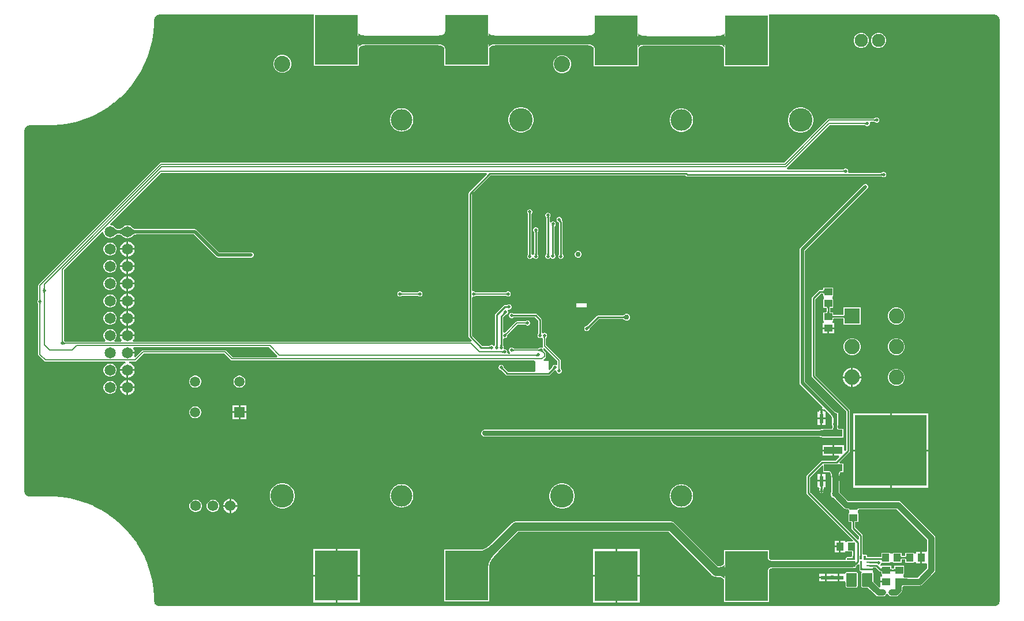
<source format=gbl>
G04*
G04 #@! TF.GenerationSoftware,Altium Limited,Altium Designer,25.2.1 (25)*
G04*
G04 Layer_Physical_Order=4*
G04 Layer_Color=16711680*
%FSLAX25Y25*%
%MOIN*%
G70*
G04*
G04 #@! TF.SameCoordinates,85CC1250-A9D5-4C62-828A-8F390AD69E0A*
G04*
G04*
G04 #@! TF.FilePolarity,Positive*
G04*
G01*
G75*
%ADD13C,0.02000*%
%ADD16C,0.01000*%
%ADD26R,0.04700X0.04000*%
%ADD32R,0.05787X0.02441*%
%ADD33R,0.02441X0.05787*%
%ADD34R,0.04000X0.04700*%
%ADD51C,0.06200*%
%ADD57C,0.13000*%
%ADD59C,0.26000*%
%ADD67C,0.00800*%
%ADD68C,0.05000*%
%ADD69C,0.03000*%
%ADD71R,0.05937X0.05937*%
%ADD72C,0.05937*%
%ADD73R,0.08858X0.08858*%
%ADD74C,0.08858*%
%ADD75C,0.13583*%
%ADD76C,0.12480*%
%ADD77C,0.09409*%
%ADD78C,0.07677*%
%ADD79C,0.06496*%
%ADD80C,0.02000*%
%ADD81C,0.04000*%
%ADD82C,0.03000*%
%ADD83C,0.18000*%
%ADD85R,0.41200X0.41000*%
%ADD86R,0.10600X0.04000*%
%ADD87R,0.02953X0.05906*%
%ADD88R,0.01968X0.01968*%
%ADD89R,0.00984X0.01968*%
%ADD90R,0.03150X0.00984*%
G04:AMPARAMS|DCode=91|XSize=31.5mil|YSize=9.84mil|CornerRadius=1.97mil|HoleSize=0mil|Usage=FLASHONLY|Rotation=180.000|XOffset=0mil|YOffset=0mil|HoleType=Round|Shape=RoundedRectangle|*
%AMROUNDEDRECTD91*
21,1,0.03150,0.00591,0,0,180.0*
21,1,0.02756,0.00984,0,0,180.0*
1,1,0.00394,-0.01378,0.00295*
1,1,0.00394,0.01378,0.00295*
1,1,0.00394,0.01378,-0.00295*
1,1,0.00394,-0.01378,-0.00295*
%
%ADD91ROUNDEDRECTD91*%
G04:AMPARAMS|DCode=92|XSize=11.81mil|YSize=21.65mil|CornerRadius=1.95mil|HoleSize=0mil|Usage=FLASHONLY|Rotation=180.000|XOffset=0mil|YOffset=0mil|HoleType=Round|Shape=RoundedRectangle|*
%AMROUNDEDRECTD92*
21,1,0.01181,0.01776,0,0,180.0*
21,1,0.00791,0.02165,0,0,180.0*
1,1,0.00390,-0.00396,0.00888*
1,1,0.00390,0.00396,0.00888*
1,1,0.00390,0.00396,-0.00888*
1,1,0.00390,-0.00396,-0.00888*
%
%ADD92ROUNDEDRECTD92*%
%ADD93R,0.25000X0.28898*%
%ADD94C,0.03500*%
%ADD95C,0.04000*%
G36*
X330524Y323374D02*
X330472Y323849D01*
X330320Y324274D01*
X330068Y324649D01*
X329716Y324974D01*
X329265Y325249D01*
X328714Y325474D01*
X328063Y325649D01*
X327312Y325774D01*
X326462Y325849D01*
X325512Y325874D01*
Y330874D01*
X326462Y330899D01*
X327312Y330974D01*
X328063Y331099D01*
X328714Y331274D01*
X329265Y331499D01*
X329716Y331774D01*
X330068Y332099D01*
X330320Y332474D01*
X330472Y332899D01*
X330524Y333374D01*
Y323374D01*
D02*
G37*
G36*
X269156Y332899D02*
X269306Y332474D01*
X269556Y332099D01*
X269906Y331774D01*
X270356Y331499D01*
X270906Y331274D01*
X271556Y331099D01*
X272306Y330974D01*
X273156Y330899D01*
X274106Y330874D01*
Y325874D01*
X273156Y325849D01*
X272306Y325774D01*
X271556Y325649D01*
X270906Y325474D01*
X270356Y325249D01*
X269906Y324974D01*
X269556Y324649D01*
X269306Y324274D01*
X269156Y323849D01*
X269106Y323374D01*
Y333374D01*
X269156Y332899D01*
D02*
G37*
G36*
X244142Y323374D02*
X244090Y323849D01*
X243938Y324274D01*
X243686Y324649D01*
X243334Y324974D01*
X242883Y325249D01*
X242332Y325474D01*
X241681Y325649D01*
X240931Y325774D01*
X240080Y325849D01*
X239130Y325874D01*
Y330874D01*
X240080Y330899D01*
X240931Y330974D01*
X241681Y331099D01*
X242332Y331274D01*
X242883Y331499D01*
X243334Y331774D01*
X243686Y332099D01*
X243938Y332474D01*
X244090Y332899D01*
X244142Y333374D01*
Y323374D01*
D02*
G37*
G36*
X193920Y332899D02*
X194070Y332474D01*
X194320Y332099D01*
X194670Y331774D01*
X195120Y331499D01*
X195670Y331274D01*
X196320Y331099D01*
X197070Y330974D01*
X197920Y330899D01*
X198870Y330874D01*
Y325874D01*
X197920Y325849D01*
X197070Y325774D01*
X196320Y325649D01*
X195670Y325474D01*
X195120Y325249D01*
X194670Y324974D01*
X194320Y324649D01*
X194070Y324274D01*
X193920Y323849D01*
X193870Y323374D01*
Y333374D01*
X193920Y332899D01*
D02*
G37*
G36*
X405760Y323217D02*
X405708Y323692D01*
X405556Y324116D01*
X405304Y324492D01*
X404952Y324816D01*
X404501Y325092D01*
X403950Y325317D01*
X403299Y325491D01*
X402549Y325617D01*
X401698Y325692D01*
X400748Y325716D01*
Y330716D01*
X401698Y330742D01*
X402549Y330817D01*
X403299Y330942D01*
X403950Y331117D01*
X404501Y331342D01*
X404952Y331616D01*
X405304Y331942D01*
X405556Y332316D01*
X405708Y332741D01*
X405760Y333217D01*
Y323217D01*
D02*
G37*
G36*
X355538Y332741D02*
X355688Y332316D01*
X355938Y331942D01*
X356288Y331616D01*
X356738Y331342D01*
X357288Y331117D01*
X357938Y330942D01*
X358688Y330817D01*
X359538Y330742D01*
X360488Y330716D01*
Y325716D01*
X359538Y325692D01*
X358688Y325617D01*
X357938Y325491D01*
X357288Y325317D01*
X356738Y325092D01*
X356288Y324816D01*
X355938Y324492D01*
X355688Y324116D01*
X355538Y323692D01*
X355488Y323217D01*
Y333217D01*
X355538Y332741D01*
D02*
G37*
G36*
X562369Y342866D02*
X562912Y342641D01*
X563400Y342315D01*
X563815Y341900D01*
X564141Y341412D01*
X564366Y340869D01*
X564480Y340294D01*
Y340000D01*
Y4000D01*
Y3706D01*
X564366Y3131D01*
X564141Y2588D01*
X563815Y2100D01*
X563400Y1685D01*
X562912Y1359D01*
X562369Y1134D01*
X561794Y1020D01*
X561500D01*
X79000Y1020D01*
X78706D01*
X78131Y1134D01*
X77588Y1359D01*
X77100Y1685D01*
X76685Y2100D01*
X76359Y2588D01*
X76134Y3131D01*
X76020Y3706D01*
X76020Y4000D01*
X76018Y4010D01*
X76019Y4020D01*
X75973Y6356D01*
X75967Y6386D01*
X75971Y6416D01*
X75604Y11073D01*
X75593Y11112D01*
X75595Y11153D01*
X74864Y15767D01*
X74850Y15805D01*
X74848Y15846D01*
X73757Y20389D01*
X73741Y20425D01*
X73736Y20466D01*
X72292Y24909D01*
X72272Y24944D01*
X72264Y24984D01*
X70476Y29300D01*
X70454Y29334D01*
X70443Y29373D01*
X68322Y33536D01*
X68297Y33568D01*
X68283Y33606D01*
X65842Y37589D01*
X65814Y37619D01*
X65797Y37656D01*
X63051Y41435D01*
X63021Y41463D01*
X63002Y41498D01*
X59967Y45051D01*
X59936Y45076D01*
X59913Y45110D01*
X56610Y48413D01*
X56576Y48436D01*
X56551Y48467D01*
X52998Y51502D01*
X52963Y51521D01*
X52935Y51551D01*
X49156Y54297D01*
X49119Y54314D01*
X49089Y54342D01*
X45106Y56783D01*
X45068Y56797D01*
X45036Y56822D01*
X40873Y58943D01*
X40834Y58954D01*
X40800Y58976D01*
X36484Y60764D01*
X36444Y60772D01*
X36409Y60792D01*
X31966Y62236D01*
X31925Y62240D01*
X31889Y62257D01*
X27346Y63348D01*
X27305Y63350D01*
X27267Y63364D01*
X22653Y64095D01*
X22613Y64093D01*
X22573Y64104D01*
X17916Y64470D01*
X17886Y64467D01*
X17856Y64473D01*
X15520Y64519D01*
X15510Y64518D01*
X15500Y64520D01*
X3706D01*
X3131Y64634D01*
X2588Y64859D01*
X2100Y65185D01*
X1685Y65600D01*
X1359Y66088D01*
X1134Y66631D01*
X1020Y67206D01*
Y67500D01*
Y276000D01*
Y276294D01*
X1134Y276869D01*
X1359Y277412D01*
X1685Y277900D01*
X2100Y278315D01*
X2588Y278641D01*
X3131Y278866D01*
X3706Y278980D01*
X15000D01*
X15010Y278982D01*
X15020Y278981D01*
X17376Y279027D01*
X17405Y279033D01*
X17436Y279030D01*
X22132Y279399D01*
X22171Y279411D01*
X22212Y279409D01*
X26865Y280146D01*
X26903Y280160D01*
X26943Y280161D01*
X31524Y281261D01*
X31561Y281278D01*
X31602Y281283D01*
X36082Y282739D01*
X36117Y282759D01*
X36157Y282767D01*
X40510Y284570D01*
X40543Y284592D01*
X40582Y284603D01*
X44780Y286742D01*
X44812Y286767D01*
X44850Y286781D01*
X48867Y289243D01*
X48897Y289270D01*
X48934Y289287D01*
X52745Y292056D01*
X52772Y292086D01*
X52808Y292106D01*
X56390Y295165D01*
X56415Y295197D01*
X56449Y295220D01*
X59780Y298551D01*
X59803Y298585D01*
X59835Y298610D01*
X62894Y302192D01*
X62914Y302228D01*
X62944Y302255D01*
X65713Y306066D01*
X65730Y306103D01*
X65758Y306133D01*
X68219Y310150D01*
X68233Y310188D01*
X68258Y310220D01*
X70397Y314418D01*
X70408Y314457D01*
X70430Y314490D01*
X72233Y318843D01*
X72241Y318883D01*
X72261Y318918D01*
X73717Y323398D01*
X73722Y323439D01*
X73739Y323476D01*
X74839Y328057D01*
X74840Y328097D01*
X74854Y328135D01*
X75591Y332788D01*
X75590Y332829D01*
X75600Y332868D01*
X75970Y337564D01*
X75967Y337595D01*
X75973Y337624D01*
X76019Y339980D01*
X76018Y339990D01*
X76020Y340000D01*
Y340294D01*
X76134Y340869D01*
X76359Y341412D01*
X76685Y341900D01*
X77100Y342315D01*
X77588Y342641D01*
X78131Y342866D01*
X78706Y342981D01*
X168382D01*
Y313425D01*
X194382D01*
Y323269D01*
X194408Y323317D01*
X194451Y323729D01*
X194558Y324030D01*
X194735Y324296D01*
X194998Y324540D01*
X195365Y324765D01*
X195843Y324960D01*
X196435Y325119D01*
X197138Y325237D01*
X197951Y325308D01*
X198884Y325333D01*
X198918Y325348D01*
X239082D01*
X239116Y325333D01*
X240049Y325308D01*
X240862Y325237D01*
X241566Y325119D01*
X242159Y324960D01*
X242638Y324764D01*
X243007Y324540D01*
X243272Y324295D01*
X243451Y324028D01*
X243559Y323727D01*
X243604Y323315D01*
X243618Y323289D01*
Y313425D01*
X269618D01*
Y323269D01*
X269644Y323317D01*
X269688Y323729D01*
X269794Y324030D01*
X269971Y324296D01*
X270235Y324540D01*
X270601Y324765D01*
X271080Y324960D01*
X271671Y325119D01*
X272375Y325237D01*
X273187Y325308D01*
X274120Y325333D01*
X274154Y325348D01*
X325464D01*
X325498Y325333D01*
X326431Y325308D01*
X327244Y325237D01*
X327948Y325119D01*
X328541Y324960D01*
X329020Y324764D01*
X329389Y324540D01*
X329654Y324295D01*
X329833Y324028D01*
X329941Y323727D01*
X329986Y323315D01*
X330000Y323289D01*
Y313268D01*
X356000D01*
Y323112D01*
X356026Y323160D01*
X356070Y323571D01*
X356176Y323873D01*
X356353Y324138D01*
X356616Y324383D01*
X356983Y324607D01*
X357462Y324803D01*
X358053Y324962D01*
X358756Y325079D01*
X359569Y325151D01*
X360502Y325175D01*
X360536Y325191D01*
X400700D01*
X400734Y325175D01*
X401667Y325151D01*
X402480Y325079D01*
X403184Y324962D01*
X403777Y324803D01*
X404257Y324607D01*
X404625Y324382D01*
X404890Y324137D01*
X405069Y323871D01*
X405177Y323569D01*
X405222Y323157D01*
X405236Y323132D01*
Y313268D01*
X431236D01*
Y342981D01*
X561794D01*
X562369Y342866D01*
D02*
G37*
%LPC*%
G36*
X495071Y332370D02*
X493929D01*
X492825Y332074D01*
X491836Y331503D01*
X491028Y330695D01*
X490457Y329706D01*
X490161Y328603D01*
Y327460D01*
X490457Y326357D01*
X491028Y325367D01*
X491836Y324560D01*
X492825Y323989D01*
X493929Y323693D01*
X495071D01*
X496175Y323989D01*
X497164Y324560D01*
X497972Y325367D01*
X498543Y326357D01*
X498839Y327460D01*
Y328603D01*
X498543Y329706D01*
X497972Y330695D01*
X497164Y331503D01*
X496175Y332074D01*
X495071Y332370D01*
D02*
G37*
G36*
X485071D02*
X483929D01*
X482825Y332074D01*
X481836Y331503D01*
X481028Y330695D01*
X480457Y329706D01*
X480161Y328603D01*
Y327460D01*
X480457Y326357D01*
X481028Y325367D01*
X481836Y324560D01*
X482825Y323989D01*
X483929Y323693D01*
X485071D01*
X486175Y323989D01*
X487164Y324560D01*
X487972Y325367D01*
X488543Y326357D01*
X488839Y327460D01*
Y328603D01*
X488543Y329706D01*
X487972Y330695D01*
X487164Y331503D01*
X486175Y332074D01*
X485071Y332370D01*
D02*
G37*
G36*
X150768Y319760D02*
X149398D01*
X148074Y319405D01*
X146887Y318720D01*
X145918Y317751D01*
X145233Y316564D01*
X144878Y315240D01*
Y313870D01*
X145233Y312546D01*
X145918Y311359D01*
X146887Y310390D01*
X148074Y309705D01*
X149398Y309350D01*
X150768D01*
X152092Y309705D01*
X153278Y310390D01*
X154247Y311359D01*
X154933Y312546D01*
X155287Y313870D01*
Y315240D01*
X154933Y316564D01*
X154247Y317751D01*
X153278Y318720D01*
X152092Y319405D01*
X150768Y319760D01*
D02*
G37*
G36*
X312386Y319602D02*
X311016D01*
X309692Y319248D01*
X308505Y318562D01*
X307536Y317593D01*
X306851Y316407D01*
X306496Y315083D01*
Y313712D01*
X306851Y312389D01*
X307536Y311202D01*
X308505Y310233D01*
X309692Y309548D01*
X311016Y309193D01*
X312386D01*
X313710Y309548D01*
X314897Y310233D01*
X315866Y311202D01*
X316551Y312389D01*
X316905Y313712D01*
Y315083D01*
X316551Y316407D01*
X315866Y317593D01*
X314897Y318562D01*
X313710Y319248D01*
X312386Y319602D01*
D02*
G37*
G36*
X493798Y283531D02*
X493202D01*
X492650Y283303D01*
X492509Y283161D01*
X492416Y283127D01*
X492373Y283086D01*
X492345Y283065D01*
X492316Y283046D01*
X492284Y283029D01*
X492248Y283014D01*
X492208Y283000D01*
X492161Y282989D01*
X492109Y282980D01*
X492049Y282975D01*
X491967Y282972D01*
X491915Y282949D01*
X466000D01*
X465649Y282879D01*
X465351Y282680D01*
X440120Y257449D01*
X79988D01*
X79637Y257379D01*
X79339Y257180D01*
X9351Y187192D01*
X9152Y186894D01*
X9082Y186543D01*
Y178585D01*
X9059Y178533D01*
X9057Y178451D01*
X9051Y178391D01*
X9042Y178339D01*
X9031Y178292D01*
X9018Y178252D01*
X9003Y178216D01*
X8986Y178184D01*
X8967Y178155D01*
X8945Y178127D01*
X8905Y178084D01*
X8870Y177991D01*
X8728Y177850D01*
X8500Y177298D01*
Y176702D01*
X8728Y176150D01*
X8870Y176009D01*
X8905Y175916D01*
X8945Y175873D01*
X8967Y175845D01*
X8986Y175816D01*
X9003Y175784D01*
X9018Y175748D01*
X9031Y175708D01*
X9042Y175661D01*
X9051Y175609D01*
X9057Y175549D01*
X9059Y175467D01*
X9082Y175415D01*
Y146500D01*
X9152Y146149D01*
X9351Y145851D01*
X12499Y142703D01*
X12797Y142504D01*
X13148Y142434D01*
X59411D01*
X59516Y141634D01*
X58860Y141458D01*
X57892Y140899D01*
X57101Y140108D01*
X56542Y139140D01*
X56252Y138059D01*
Y138000D01*
X60500D01*
X64748D01*
Y138059D01*
X64459Y139140D01*
X63899Y140108D01*
X63108Y140899D01*
X62140Y141458D01*
X61484Y141634D01*
X61589Y142434D01*
X64852D01*
X65203Y142504D01*
X65501Y142703D01*
X69880Y147082D01*
X116620D01*
X120320Y143383D01*
X120617Y143184D01*
X120968Y143114D01*
X295524D01*
X296142Y142596D01*
X296142Y142314D01*
Y137351D01*
X296142Y137282D01*
X295737Y136551D01*
X295737Y136551D01*
X280422D01*
X278305Y138669D01*
X278287Y138716D01*
X278158Y138855D01*
X278121Y138902D01*
X278088Y138947D01*
X278065Y138984D01*
X278050Y139012D01*
X278043Y139030D01*
X278041Y139034D01*
X278040Y139054D01*
X278035Y139064D01*
X278035Y139066D01*
X278033Y139069D01*
X278000Y139136D01*
Y139330D01*
X277772Y139881D01*
X277350Y140303D01*
X276798Y140532D01*
X276202D01*
X275650Y140303D01*
X275228Y139881D01*
X275000Y139330D01*
Y138733D01*
X275228Y138182D01*
X275650Y137760D01*
X276202Y137531D01*
X276395D01*
X276462Y137499D01*
X276466Y137496D01*
X276468Y137496D01*
X276478Y137491D01*
X276498Y137490D01*
X276501Y137489D01*
X276519Y137481D01*
X276547Y137467D01*
X276585Y137443D01*
X276624Y137415D01*
X276743Y137314D01*
X276808Y137252D01*
X276858Y137232D01*
X279279Y134810D01*
X279610Y134590D01*
X280000Y134512D01*
X304000D01*
X304390Y134590D01*
X304721Y134810D01*
X307137Y137227D01*
X307185Y137244D01*
X307324Y137373D01*
X307371Y137411D01*
X307416Y137443D01*
X307453Y137467D01*
X307481Y137481D01*
X307499Y137489D01*
X307502Y137490D01*
X307522Y137491D01*
X307532Y137496D01*
X307534Y137496D01*
X307538Y137499D01*
X307605Y137531D01*
X307761D01*
X307817Y137516D01*
X308500Y136956D01*
Y136733D01*
X308728Y136182D01*
X309150Y135760D01*
X309702Y135531D01*
X310298D01*
X310850Y135760D01*
X311272Y136182D01*
X311500Y136733D01*
Y137330D01*
X311272Y137881D01*
X311130Y138023D01*
X311095Y138115D01*
X311055Y138159D01*
X311033Y138186D01*
X311014Y138215D01*
X310997Y138247D01*
X310982Y138283D01*
X310969Y138324D01*
X310958Y138370D01*
X310949Y138423D01*
X310943Y138482D01*
X310941Y138564D01*
X310918Y138616D01*
Y143032D01*
X310848Y143383D01*
X310649Y143680D01*
X302418Y151912D01*
Y155947D01*
X302441Y155999D01*
X302443Y156081D01*
X302449Y156140D01*
X302458Y156193D01*
X302469Y156239D01*
X302482Y156280D01*
X302497Y156316D01*
X302514Y156348D01*
X302533Y156377D01*
X302555Y156404D01*
X302595Y156448D01*
X302630Y156540D01*
X302772Y156682D01*
X303000Y157233D01*
Y157830D01*
X302772Y158381D01*
X302350Y158803D01*
X301798Y159031D01*
X301202D01*
X300848Y158885D01*
X300722Y158890D01*
X300581Y158914D01*
X300359Y159034D01*
X300020Y159304D01*
Y166532D01*
X299942Y166922D01*
X299721Y167253D01*
X297221Y169753D01*
X296890Y169974D01*
X296500Y170051D01*
X284033D01*
X283987Y170072D01*
X283797Y170080D01*
X283737Y170086D01*
X283683Y170095D01*
X283640Y170105D01*
X283610Y170114D01*
X283592Y170121D01*
X283588Y170123D01*
X283573Y170136D01*
X283563Y170140D01*
X283561Y170141D01*
X283557Y170142D01*
X283487Y170166D01*
X283350Y170303D01*
X282798Y170531D01*
X282202D01*
X281650Y170303D01*
X281228Y169881D01*
X281000Y169330D01*
Y168733D01*
X281228Y168182D01*
X281650Y167760D01*
X282202Y167532D01*
X282798D01*
X283350Y167760D01*
X283487Y167897D01*
X283557Y167921D01*
X283561Y167922D01*
X283563Y167923D01*
X283573Y167927D01*
X283588Y167940D01*
X283592Y167942D01*
X283610Y167949D01*
X283640Y167958D01*
X283683Y167968D01*
X283731Y167976D01*
X283886Y167989D01*
X283976Y167990D01*
X284025Y168012D01*
X296078D01*
X297980Y166109D01*
Y159064D01*
X297959Y159018D01*
X297952Y158829D01*
X297945Y158769D01*
X297937Y158714D01*
X297927Y158672D01*
X297918Y158641D01*
X297910Y158623D01*
X297908Y158620D01*
X297895Y158605D01*
X297892Y158595D01*
X297890Y158593D01*
X297890Y158589D01*
X297865Y158518D01*
X297728Y158381D01*
X297500Y157830D01*
Y157233D01*
X297728Y156682D01*
X298150Y156260D01*
X298702Y156032D01*
X299298D01*
X299652Y156178D01*
X299792Y156228D01*
X299838Y156229D01*
X299865Y156228D01*
X299905Y156222D01*
X299936Y156216D01*
X300029Y156183D01*
X300357Y156043D01*
X300582Y155861D01*
Y151532D01*
X300652Y151180D01*
X300814Y150938D01*
X300851Y150883D01*
X300350Y150303D01*
X300196Y150367D01*
X299798Y150531D01*
X299202D01*
X298650Y150303D01*
X298509Y150162D01*
X298416Y150127D01*
X298373Y150086D01*
X298345Y150065D01*
X298316Y150046D01*
X298284Y150029D01*
X298248Y150014D01*
X298208Y150001D01*
X298161Y149989D01*
X298109Y149980D01*
X298049Y149975D01*
X297967Y149972D01*
X297915Y149949D01*
X284085D01*
X284033Y149972D01*
X283951Y149975D01*
X283891Y149980D01*
X283839Y149989D01*
X283792Y150001D01*
X283752Y150014D01*
X283716Y150029D01*
X283684Y150046D01*
X283655Y150065D01*
X283627Y150086D01*
X283584Y150127D01*
X283491Y150162D01*
X283350Y150303D01*
X282798Y150531D01*
X282202D01*
X281650Y150303D01*
X281228Y149881D01*
X281000Y149330D01*
Y148733D01*
X281228Y148182D01*
X281650Y147760D01*
X281676Y147749D01*
X281517Y146949D01*
X280541D01*
X280000Y147733D01*
Y148330D01*
X279772Y148881D01*
X279350Y149303D01*
X278798Y149531D01*
X278575D01*
X278015Y150215D01*
X278000Y150271D01*
Y150830D01*
X277772Y151381D01*
X277635Y151518D01*
X277610Y151589D01*
X277609Y151593D01*
X277608Y151594D01*
X277605Y151605D01*
X277592Y151620D01*
X277590Y151623D01*
X277583Y151641D01*
X277573Y151672D01*
X277563Y151714D01*
X277556Y151762D01*
X277543Y151917D01*
X277541Y152008D01*
X277520Y152057D01*
Y155448D01*
X278202Y156032D01*
X278798D01*
X279350Y156260D01*
X279772Y156682D01*
X280000Y157233D01*
Y157433D01*
X280041Y157523D01*
X280043Y157583D01*
X280047Y157617D01*
X280054Y157651D01*
X280065Y157686D01*
X280080Y157722D01*
X280099Y157760D01*
X280124Y157801D01*
X280155Y157844D01*
X280193Y157890D01*
X280249Y157950D01*
X280269Y158003D01*
X286122Y163856D01*
X290173D01*
X290225Y163833D01*
X290307Y163830D01*
X290366Y163825D01*
X290419Y163816D01*
X290465Y163805D01*
X290506Y163792D01*
X290542Y163776D01*
X290574Y163759D01*
X290603Y163741D01*
X290631Y163719D01*
X290674Y163678D01*
X290767Y163644D01*
X290908Y163502D01*
X291459Y163274D01*
X292056D01*
X292607Y163502D01*
X293029Y163924D01*
X293258Y164475D01*
Y165072D01*
X293029Y165623D01*
X292607Y166045D01*
X292056Y166274D01*
X291459D01*
X290908Y166045D01*
X290767Y165904D01*
X290674Y165869D01*
X290631Y165828D01*
X290603Y165807D01*
X290574Y165788D01*
X290542Y165771D01*
X290506Y165756D01*
X290465Y165743D01*
X290419Y165731D01*
X290366Y165723D01*
X290307Y165717D01*
X290225Y165715D01*
X290173Y165691D01*
X285742D01*
X285391Y165621D01*
X285093Y165423D01*
X278972Y159301D01*
X278919Y159281D01*
X278859Y159224D01*
X278813Y159186D01*
X278769Y159155D01*
X278729Y159131D01*
X278691Y159111D01*
X278655Y159097D01*
X278620Y159086D01*
X278586Y159079D01*
X278551Y159074D01*
X278492Y159072D01*
X278402Y159031D01*
X278202D01*
X277520Y159615D01*
Y168109D01*
X278637Y169227D01*
X278685Y169244D01*
X278824Y169373D01*
X278871Y169411D01*
X278916Y169443D01*
X278953Y169466D01*
X278981Y169481D01*
X278999Y169489D01*
X279002Y169490D01*
X279022Y169491D01*
X279032Y169496D01*
X279034Y169497D01*
X279038Y169499D01*
X279105Y169532D01*
X279298D01*
X279850Y169760D01*
X280272Y170182D01*
X280500Y170733D01*
Y171330D01*
X280290Y171836D01*
X280427Y172117D01*
X280547Y172298D01*
X280753Y172531D01*
X281298D01*
X281850Y172760D01*
X282272Y173182D01*
X282500Y173733D01*
Y174330D01*
X282272Y174881D01*
X281850Y175303D01*
X281298Y175531D01*
X280702D01*
X280150Y175303D01*
X280013Y175166D01*
X279943Y175142D01*
X279939Y175141D01*
X279937Y175140D01*
X279927Y175136D01*
X279912Y175123D01*
X279908Y175121D01*
X279890Y175114D01*
X279860Y175105D01*
X279817Y175095D01*
X279769Y175087D01*
X279614Y175074D01*
X279524Y175073D01*
X279475Y175051D01*
X278500D01*
X278110Y174973D01*
X277779Y174752D01*
X273279Y170253D01*
X273058Y169922D01*
X272980Y169532D01*
Y152064D01*
X272959Y152018D01*
X272952Y151829D01*
X272282Y151591D01*
X272226Y151576D01*
X271982Y151671D01*
X271850Y151803D01*
X271298Y152032D01*
X270702D01*
X270150Y151803D01*
X270013Y151666D01*
X269943Y151642D01*
X269939Y151641D01*
X269937Y151640D01*
X269927Y151636D01*
X269912Y151623D01*
X269908Y151621D01*
X269890Y151614D01*
X269860Y151605D01*
X269817Y151595D01*
X269769Y151587D01*
X269614Y151574D01*
X269524Y151573D01*
X269475Y151551D01*
X265422D01*
X259520Y157454D01*
Y179417D01*
X260202Y180000D01*
X260798D01*
X261350Y180228D01*
X261491Y180370D01*
X261584Y180405D01*
X261627Y180445D01*
X261655Y180467D01*
X261684Y180486D01*
X261716Y180503D01*
X261752Y180518D01*
X261792Y180531D01*
X261839Y180542D01*
X261891Y180551D01*
X261951Y180557D01*
X262033Y180559D01*
X262085Y180582D01*
X278915D01*
X278967Y180559D01*
X279049Y180557D01*
X279109Y180551D01*
X279161Y180542D01*
X279208Y180531D01*
X279248Y180518D01*
X279284Y180503D01*
X279316Y180486D01*
X279345Y180467D01*
X279373Y180445D01*
X279416Y180405D01*
X279509Y180370D01*
X279650Y180228D01*
X280202Y180000D01*
X280798D01*
X281350Y180228D01*
X281772Y180650D01*
X282000Y181202D01*
Y181798D01*
X281772Y182350D01*
X281350Y182772D01*
X280798Y183000D01*
X280202D01*
X279650Y182772D01*
X279509Y182630D01*
X279416Y182595D01*
X279373Y182555D01*
X279345Y182533D01*
X279316Y182514D01*
X279284Y182497D01*
X279248Y182482D01*
X279208Y182469D01*
X279161Y182458D01*
X279109Y182449D01*
X279049Y182443D01*
X278967Y182441D01*
X278915Y182418D01*
X262085D01*
X262033Y182441D01*
X261951Y182443D01*
X261891Y182449D01*
X261839Y182458D01*
X261792Y182469D01*
X261752Y182482D01*
X261716Y182497D01*
X261684Y182514D01*
X261655Y182533D01*
X261627Y182555D01*
X261584Y182595D01*
X261491Y182630D01*
X261350Y182772D01*
X260798Y183000D01*
X260202D01*
X259520Y183583D01*
Y239109D01*
X270422Y250012D01*
X383078D01*
X383279Y249811D01*
X383610Y249589D01*
X384000Y249512D01*
X495967D01*
X496013Y249491D01*
X496203Y249483D01*
X496263Y249477D01*
X496317Y249468D01*
X496360Y249458D01*
X496390Y249449D01*
X496408Y249442D01*
X496412Y249440D01*
X496427Y249427D01*
X496437Y249423D01*
X496439Y249422D01*
X496443Y249421D01*
X496514Y249397D01*
X496650Y249260D01*
X497202Y249031D01*
X497798D01*
X498350Y249260D01*
X498772Y249682D01*
X499000Y250233D01*
Y250830D01*
X498772Y251381D01*
X498350Y251803D01*
X497798Y252031D01*
X497202D01*
X496650Y251803D01*
X496514Y251666D01*
X496443Y251642D01*
X496439Y251641D01*
X496437Y251640D01*
X496427Y251636D01*
X496412Y251623D01*
X496408Y251621D01*
X496390Y251614D01*
X496360Y251605D01*
X496317Y251595D01*
X496269Y251587D01*
X496114Y251574D01*
X496024Y251573D01*
X495975Y251551D01*
X477583D01*
X477000Y252233D01*
Y252830D01*
X476772Y253381D01*
X476350Y253803D01*
X475798Y254031D01*
X475202D01*
X474650Y253803D01*
X474509Y253661D01*
X474416Y253627D01*
X474373Y253586D01*
X474345Y253565D01*
X474316Y253546D01*
X474284Y253529D01*
X474248Y253514D01*
X474208Y253501D01*
X474161Y253489D01*
X474109Y253481D01*
X474049Y253475D01*
X473967Y253472D01*
X473915Y253449D01*
X442071D01*
X441935Y253612D01*
X441649Y254383D01*
X466380Y279114D01*
X486415D01*
X486467Y279090D01*
X486549Y279088D01*
X486609Y279082D01*
X486661Y279074D01*
X486708Y279063D01*
X486748Y279049D01*
X486784Y279034D01*
X486816Y279017D01*
X486845Y278998D01*
X486873Y278977D01*
X486916Y278936D01*
X487009Y278902D01*
X487150Y278760D01*
X487702Y278532D01*
X488298D01*
X488850Y278760D01*
X489272Y279182D01*
X489500Y279733D01*
Y280330D01*
X490041Y281114D01*
X491915D01*
X491967Y281090D01*
X492049Y281088D01*
X492109Y281083D01*
X492161Y281074D01*
X492208Y281063D01*
X492248Y281049D01*
X492284Y281034D01*
X492316Y281017D01*
X492345Y280998D01*
X492373Y280977D01*
X492416Y280936D01*
X492509Y280902D01*
X492650Y280760D01*
X493202Y280532D01*
X493798D01*
X494350Y280760D01*
X494772Y281182D01*
X495000Y281733D01*
Y282330D01*
X494772Y282881D01*
X494350Y283303D01*
X493798Y283531D01*
D02*
G37*
G36*
X219664Y288933D02*
X218336D01*
X217034Y288674D01*
X215807Y288166D01*
X214703Y287428D01*
X213765Y286490D01*
X213027Y285386D01*
X212519Y284159D01*
X212260Y282857D01*
Y281529D01*
X212519Y280227D01*
X213027Y279000D01*
X213765Y277896D01*
X214703Y276958D01*
X215807Y276220D01*
X217034Y275712D01*
X218336Y275453D01*
X219664D01*
X220966Y275712D01*
X222193Y276220D01*
X223297Y276958D01*
X224235Y277896D01*
X224973Y279000D01*
X225481Y280227D01*
X225740Y281529D01*
Y282857D01*
X225481Y284159D01*
X224973Y285386D01*
X224235Y286490D01*
X223297Y287428D01*
X222193Y288166D01*
X220966Y288674D01*
X219664Y288933D01*
D02*
G37*
G36*
X381282Y288776D02*
X379954D01*
X378652Y288517D01*
X377426Y288008D01*
X376322Y287271D01*
X375383Y286332D01*
X374645Y285228D01*
X374137Y284001D01*
X373878Y282699D01*
Y281372D01*
X374137Y280069D01*
X374645Y278843D01*
X375383Y277739D01*
X376322Y276800D01*
X377426Y276062D01*
X378652Y275554D01*
X379954Y275295D01*
X381282D01*
X382584Y275554D01*
X383811Y276062D01*
X384915Y276800D01*
X385854Y277739D01*
X386591Y278843D01*
X387099Y280069D01*
X387358Y281372D01*
Y282699D01*
X387099Y284001D01*
X386591Y285228D01*
X385854Y286332D01*
X384915Y287271D01*
X383811Y288008D01*
X382584Y288517D01*
X381282Y288776D01*
D02*
G37*
G36*
X288635Y289484D02*
X287199D01*
X285790Y289204D01*
X284464Y288654D01*
X283269Y287857D01*
X282254Y286841D01*
X281456Y285647D01*
X280906Y284320D01*
X280626Y282911D01*
Y281475D01*
X280906Y280066D01*
X281456Y278739D01*
X282254Y277545D01*
X283269Y276529D01*
X284464Y275731D01*
X285790Y275182D01*
X287199Y274902D01*
X288635D01*
X290044Y275182D01*
X291371Y275731D01*
X292565Y276529D01*
X293581Y277545D01*
X294379Y278739D01*
X294929Y280066D01*
X295209Y281475D01*
Y282911D01*
X294929Y284320D01*
X294379Y285647D01*
X293581Y286841D01*
X292565Y287857D01*
X291371Y288654D01*
X290044Y289204D01*
X288635Y289484D01*
D02*
G37*
G36*
X450254Y289327D02*
X448817D01*
X447409Y289047D01*
X446082Y288497D01*
X444887Y287699D01*
X443872Y286683D01*
X443074Y285489D01*
X442524Y284162D01*
X442244Y282754D01*
Y281317D01*
X442524Y279909D01*
X443074Y278582D01*
X443872Y277387D01*
X444887Y276372D01*
X446082Y275574D01*
X447409Y275024D01*
X448817Y274744D01*
X450254D01*
X451662Y275024D01*
X452989Y275574D01*
X454183Y276372D01*
X455199Y277387D01*
X455997Y278582D01*
X456547Y279909D01*
X456827Y281317D01*
Y282754D01*
X456547Y284162D01*
X455997Y285489D01*
X455199Y286683D01*
X454183Y287699D01*
X452989Y288497D01*
X451662Y289047D01*
X450254Y289327D01*
D02*
G37*
G36*
X321398Y206500D02*
X320602D01*
X319867Y206195D01*
X319304Y205633D01*
X319000Y204898D01*
Y204102D01*
X319304Y203367D01*
X319867Y202804D01*
X320602Y202500D01*
X321398D01*
X322133Y202804D01*
X322695Y203367D01*
X323000Y204102D01*
Y204898D01*
X322695Y205633D01*
X322133Y206195D01*
X321398Y206500D01*
D02*
G37*
G36*
X303798Y228500D02*
X303202D01*
X302650Y228272D01*
X302228Y227850D01*
X302000Y227298D01*
Y226702D01*
X302228Y226150D01*
X302384Y225995D01*
X302410Y225923D01*
X302412Y225918D01*
X302413Y225915D01*
X302417Y225904D01*
X302430Y225891D01*
X302431Y225889D01*
X302438Y225872D01*
X302447Y225844D01*
X302457Y225802D01*
X302465Y225756D01*
X302478Y225602D01*
X302479Y225512D01*
X302480Y225511D01*
X302479Y225510D01*
X302501Y225461D01*
Y204802D01*
X302480Y204756D01*
X302472Y204565D01*
X302466Y204504D01*
X302457Y204449D01*
X302448Y204404D01*
X302438Y204373D01*
X302431Y204353D01*
X302428Y204348D01*
X302415Y204332D01*
X302411Y204322D01*
X302411Y204321D01*
X302410Y204318D01*
X302388Y204250D01*
X302269Y204131D01*
X302041Y203580D01*
Y202983D01*
X302269Y202432D01*
X302691Y202010D01*
X303242Y201782D01*
X303839D01*
X304391Y202010D01*
X304422Y202042D01*
X304883Y202391D01*
X305438Y202071D01*
X305990Y201842D01*
X306587D01*
X307138Y202071D01*
X307560Y202493D01*
X307788Y203044D01*
Y203641D01*
X307560Y204192D01*
X307512Y204240D01*
X307502Y204282D01*
X307502Y204284D01*
X307502Y204285D01*
X307499Y204294D01*
X307487Y204312D01*
X307482Y204323D01*
X307476Y204340D01*
X307454Y204442D01*
X307448Y204490D01*
X307437Y204652D01*
X307435Y204746D01*
X307414Y204796D01*
Y220384D01*
X307431Y220415D01*
X307423Y220443D01*
X307435Y220469D01*
X307437Y220564D01*
X307442Y220637D01*
X307450Y220698D01*
X307459Y220746D01*
X307468Y220782D01*
X307476Y220805D01*
X307478Y220810D01*
X307487Y220817D01*
X307492Y220828D01*
X307497Y220834D01*
X307501Y220847D01*
X307528Y220907D01*
X307772Y221150D01*
X308000Y221702D01*
Y222298D01*
X307772Y222850D01*
X307350Y223272D01*
X306798Y223500D01*
X306202D01*
X305650Y223272D01*
X305340Y222961D01*
X304812Y223066D01*
X304540Y223207D01*
Y225480D01*
X304561Y225526D01*
X304568Y225716D01*
X304575Y225777D01*
X304584Y225833D01*
X304593Y225877D01*
X304603Y225909D01*
X304610Y225928D01*
X304613Y225934D01*
X304626Y225949D01*
X304629Y225959D01*
X304630Y225961D01*
X304631Y225964D01*
X304653Y226032D01*
X304772Y226150D01*
X305000Y226702D01*
Y227298D01*
X304772Y227850D01*
X304350Y228272D01*
X303798Y228500D01*
D02*
G37*
G36*
X310298Y226000D02*
X309702D01*
X309150Y225772D01*
X308728Y225350D01*
X308500Y224798D01*
Y224202D01*
X308728Y223650D01*
X309150Y223228D01*
X309642Y223025D01*
X309668Y223005D01*
X309676Y222998D01*
X309680Y222996D01*
X309686Y222992D01*
X309704Y222987D01*
X309710Y222984D01*
X309786Y222937D01*
X309816Y222915D01*
X309980Y222772D01*
Y204814D01*
X309959Y204768D01*
X309952Y204579D01*
X309946Y204519D01*
X309937Y204464D01*
X309927Y204422D01*
X309917Y204391D01*
X309910Y204373D01*
X309908Y204370D01*
X309895Y204355D01*
X309892Y204345D01*
X309891Y204343D01*
X309890Y204339D01*
X309865Y204268D01*
X309728Y204131D01*
X309500Y203580D01*
Y202983D01*
X309728Y202432D01*
X310150Y202010D01*
X310702Y201782D01*
X311298D01*
X311850Y202010D01*
X312272Y202432D01*
X312500Y202983D01*
Y203580D01*
X312272Y204131D01*
X312135Y204268D01*
X312110Y204339D01*
X312109Y204343D01*
X312108Y204345D01*
X312105Y204355D01*
X312092Y204370D01*
X312090Y204373D01*
X312083Y204391D01*
X312073Y204421D01*
X312063Y204464D01*
X312056Y204512D01*
X312043Y204667D01*
X312041Y204758D01*
X312020Y204807D01*
Y223229D01*
X311942Y223620D01*
X311782Y223859D01*
X311773Y223909D01*
X311727Y223942D01*
X311706Y223995D01*
X311642Y224063D01*
X311596Y224116D01*
X311560Y224162D01*
X311535Y224200D01*
X311520Y224227D01*
X311514Y224240D01*
X311514Y224243D01*
X311513Y224258D01*
X311508Y224270D01*
X311507Y224275D01*
X311503Y224281D01*
X311500Y224293D01*
Y224798D01*
X311272Y225350D01*
X310850Y225772D01*
X310298Y226000D01*
D02*
G37*
G36*
X293298Y230500D02*
X292702D01*
X292150Y230272D01*
X291728Y229850D01*
X291500Y229298D01*
Y228702D01*
X291728Y228150D01*
X291896Y227983D01*
X291923Y227911D01*
X291925Y227905D01*
X291927Y227902D01*
X291931Y227891D01*
X291943Y227878D01*
X291944Y227877D01*
X291950Y227862D01*
X291959Y227834D01*
X291969Y227793D01*
X291977Y227747D01*
X291990Y227595D01*
X291992Y227505D01*
X291994Y227500D01*
X291992Y227495D01*
X292014Y227449D01*
Y204721D01*
X291992Y204671D01*
X291990Y204580D01*
X291978Y204422D01*
X291970Y204372D01*
X291961Y204327D01*
X291951Y204295D01*
X291943Y204275D01*
X291940Y204268D01*
X291927Y204252D01*
X291924Y204242D01*
X291923Y204241D01*
X291923Y204238D01*
X291902Y204173D01*
X291794Y204065D01*
X291566Y203514D01*
Y202917D01*
X291794Y202366D01*
X292216Y201944D01*
X292768Y201715D01*
X293365D01*
X293916Y201944D01*
X294338Y202366D01*
X294364Y202429D01*
X295228Y202432D01*
X295650Y202010D01*
X296202Y201782D01*
X296798D01*
X297350Y202010D01*
X297772Y202432D01*
X298000Y202983D01*
Y203580D01*
X297772Y204131D01*
X297635Y204268D01*
X297610Y204339D01*
X297609Y204343D01*
X297608Y204345D01*
X297605Y204355D01*
X297592Y204370D01*
X297590Y204373D01*
X297583Y204391D01*
X297573Y204421D01*
X297563Y204464D01*
X297556Y204512D01*
X297543Y204667D01*
X297541Y204758D01*
X297520Y204807D01*
Y216967D01*
X297541Y217013D01*
X297548Y217203D01*
X297554Y217263D01*
X297563Y217317D01*
X297573Y217360D01*
X297583Y217390D01*
X297590Y217408D01*
X297592Y217412D01*
X297605Y217427D01*
X297608Y217437D01*
X297609Y217439D01*
X297610Y217443D01*
X297635Y217513D01*
X297772Y217650D01*
X298000Y218202D01*
Y218798D01*
X297772Y219350D01*
X297350Y219772D01*
X296798Y220000D01*
X296202D01*
X295650Y219772D01*
X295228Y219350D01*
X295000Y218798D01*
Y218202D01*
X295228Y217650D01*
X295365Y217513D01*
X295390Y217443D01*
X295391Y217439D01*
X295392Y217437D01*
X295395Y217427D01*
X295408Y217412D01*
X295410Y217408D01*
X295417Y217390D01*
X295427Y217360D01*
X295437Y217317D01*
X295444Y217269D01*
X295457Y217114D01*
X295459Y217024D01*
X295480Y216975D01*
Y204814D01*
X295459Y204768D01*
X295452Y204579D01*
X295445Y204519D01*
X295437Y204464D01*
X295427Y204422D01*
X295417Y204391D01*
X295410Y204373D01*
X295408Y204370D01*
X295395Y204355D01*
X295392Y204345D01*
X295391Y204343D01*
X295390Y204339D01*
X295365Y204268D01*
X295228Y204131D01*
X295219Y204109D01*
X294463Y204089D01*
X294074Y204720D01*
X294053Y204767D01*
Y227495D01*
X294074Y227544D01*
X294076Y227636D01*
X294088Y227793D01*
X294096Y227843D01*
X294106Y227888D01*
X294115Y227921D01*
X294123Y227941D01*
X294126Y227947D01*
X294139Y227963D01*
X294142Y227973D01*
X294143Y227974D01*
X294144Y227977D01*
X294164Y228043D01*
X294272Y228150D01*
X294500Y228702D01*
Y229298D01*
X294272Y229850D01*
X293850Y230272D01*
X293298Y230500D01*
D02*
G37*
G36*
X325850Y176166D02*
X320150D01*
X319997Y176103D01*
X319934Y175950D01*
Y174050D01*
X319997Y173897D01*
X320150Y173834D01*
X325850D01*
X326003Y173897D01*
X326066Y174050D01*
Y175950D01*
X326003Y176103D01*
X325850Y176166D01*
D02*
G37*
G36*
X349398Y170031D02*
X348602D01*
X347867Y169727D01*
X347650Y169510D01*
X347555Y169473D01*
X347459Y169381D01*
X347377Y169313D01*
X347294Y169254D01*
X347212Y169205D01*
X347130Y169164D01*
X347046Y169132D01*
X346961Y169106D01*
X346873Y169088D01*
X346782Y169077D01*
X346664Y169072D01*
X346619Y169051D01*
X332500D01*
X332110Y168974D01*
X331779Y168753D01*
X326363Y163336D01*
X326315Y163319D01*
X326176Y163190D01*
X326129Y163152D01*
X326084Y163120D01*
X326047Y163096D01*
X326019Y163082D01*
X326001Y163074D01*
X325998Y163073D01*
X325978Y163072D01*
X325968Y163067D01*
X325966Y163066D01*
X325962Y163064D01*
X325895Y163031D01*
X325702D01*
X325150Y162803D01*
X324728Y162381D01*
X324500Y161830D01*
Y161233D01*
X324728Y160682D01*
X325150Y160260D01*
X325702Y160031D01*
X326298D01*
X326850Y160260D01*
X327272Y160682D01*
X327500Y161233D01*
Y161427D01*
X327533Y161494D01*
X327535Y161497D01*
X327535Y161500D01*
X327540Y161509D01*
X327541Y161529D01*
X327542Y161533D01*
X327550Y161551D01*
X327565Y161579D01*
X327588Y161616D01*
X327617Y161655D01*
X327717Y161774D01*
X327780Y161839D01*
X327800Y161889D01*
X332922Y167012D01*
X346619D01*
X346664Y166991D01*
X346782Y166986D01*
X346873Y166975D01*
X346961Y166957D01*
X347046Y166931D01*
X347130Y166899D01*
X347212Y166858D01*
X347294Y166809D01*
X347377Y166750D01*
X347459Y166682D01*
X347555Y166590D01*
X347650Y166553D01*
X347867Y166336D01*
X348602Y166032D01*
X349398D01*
X350133Y166336D01*
X350695Y166899D01*
X351000Y167634D01*
Y168429D01*
X350695Y169164D01*
X350133Y169727D01*
X349398Y170031D01*
D02*
G37*
G36*
X505444Y173677D02*
X504146D01*
X502893Y173341D01*
X501769Y172692D01*
X500851Y171775D01*
X500202Y170651D01*
X499866Y169397D01*
Y168099D01*
X500202Y166846D01*
X500851Y165721D01*
X501769Y164804D01*
X502893Y164155D01*
X504146Y163819D01*
X505444D01*
X506698Y164155D01*
X507822Y164804D01*
X508740Y165721D01*
X509388Y166846D01*
X509724Y168099D01*
Y169397D01*
X509388Y170651D01*
X508740Y171775D01*
X507822Y172692D01*
X506698Y173341D01*
X505444Y173677D01*
D02*
G37*
G36*
X468350Y185231D02*
X462650D01*
Y184081D01*
X461991Y183751D01*
X460700D01*
X460310Y183674D01*
X459979Y183452D01*
X456279Y179753D01*
X456058Y179422D01*
X455980Y179032D01*
Y134031D01*
X456058Y133641D01*
X456279Y133310D01*
X475980Y113609D01*
Y91340D01*
X475439Y90798D01*
X474700Y91105D01*
Y94032D01*
X468900D01*
Y91031D01*
Y88032D01*
X471627D01*
X471933Y87292D01*
X469692Y85051D01*
X462000D01*
X461610Y84974D01*
X461279Y84753D01*
X453279Y76753D01*
X453058Y76422D01*
X452980Y76032D01*
Y66531D01*
X453058Y66141D01*
X453279Y65811D01*
X479969Y39121D01*
X479663Y38381D01*
X476350D01*
Y38098D01*
X475150D01*
Y38881D01*
X472650D01*
Y35531D01*
Y32182D01*
X475150D01*
Y32965D01*
X476350D01*
Y32682D01*
X479249D01*
X479256Y32663D01*
X479276Y32590D01*
X479293Y32486D01*
X479305Y32353D01*
X479309Y32179D01*
X479331Y32131D01*
Y30494D01*
X479330Y30493D01*
X479330Y30493D01*
X479322Y30485D01*
X479319Y30478D01*
X479318Y30477D01*
X479318Y30477D01*
X479311Y30470D01*
X479307Y30462D01*
X479307Y30462D01*
X479307Y30462D01*
X479299Y30454D01*
X479272Y30388D01*
X479220Y30344D01*
X479216Y30336D01*
X479216Y30335D01*
X479209Y30328D01*
X479205Y30320D01*
X479204Y30311D01*
X479193Y30301D01*
X479189Y30294D01*
X479187Y30264D01*
X479168Y30242D01*
X479164Y30230D01*
X479164Y30227D01*
X479160Y30222D01*
X479156Y30211D01*
X479156Y30203D01*
X479156Y30203D01*
X479152Y30191D01*
X479152Y30183D01*
X479152Y30183D01*
X479148Y30171D01*
X479151Y30128D01*
X479149Y30093D01*
X479141Y30074D01*
X479140Y30071D01*
X479140Y30071D01*
X479094Y29966D01*
X479047Y29873D01*
X478750Y29340D01*
X476394D01*
X476383Y29336D01*
X476382Y29337D01*
X476382Y29337D01*
X476374D01*
X476363Y29332D01*
X476362Y29333D01*
X476362Y29333D01*
X476354D01*
X476324Y29320D01*
X476323Y29321D01*
X476320Y29320D01*
X476291Y29308D01*
X476222Y29313D01*
X476222Y29313D01*
X476211Y29309D01*
X476210Y29308D01*
X476203Y29309D01*
X476203Y29309D01*
X476191Y29305D01*
X476191Y29304D01*
X476183Y29305D01*
X476183Y29305D01*
X476172Y29301D01*
X476167Y29297D01*
X476163Y29297D01*
X476163Y29297D01*
X476152Y29293D01*
X476129Y29273D01*
X476100Y29271D01*
X476100Y29271D01*
X476092Y29267D01*
X476083Y29256D01*
X476073Y29256D01*
X476073Y29256D01*
X476065Y29252D01*
X476058Y29244D01*
X476057Y29244D01*
X476057Y29244D01*
X476049Y29240D01*
X476005Y29189D01*
X475940Y29162D01*
X475940Y29162D01*
X475932Y29154D01*
X475932Y29154D01*
X475932Y29154D01*
X475925Y29151D01*
X475925Y29151D01*
X475917Y29143D01*
X475917Y29143D01*
X475916Y29142D01*
X475909Y29139D01*
X475909Y29139D01*
X475901Y29131D01*
X475901Y29131D01*
X475901Y29131D01*
X475901Y29131D01*
X475901Y29131D01*
X475893Y29123D01*
X475893Y29123D01*
X475893Y29123D01*
X475885Y29115D01*
X475885Y29115D01*
X475885Y29115D01*
X475877Y29107D01*
X475877Y29107D01*
X475874Y29100D01*
X475873Y29100D01*
X475873Y29099D01*
X475866Y29092D01*
X475866Y29092D01*
X475862Y29084D01*
X475861Y29083D01*
X475861Y29083D01*
X475854Y29076D01*
X475853Y29076D01*
X475827Y29010D01*
X475776Y28966D01*
X475772Y28958D01*
X475772Y28958D01*
X475772Y28957D01*
X475764Y28951D01*
X475760Y28943D01*
X475760Y28943D01*
X475759Y28932D01*
X475748Y28923D01*
X475744Y28915D01*
X475744Y28915D01*
X475742Y28886D01*
X475723Y28864D01*
X475719Y28852D01*
X475719Y28852D01*
X475719Y28849D01*
X475715Y28844D01*
X475711Y28833D01*
X475711Y28833D01*
X475711Y28825D01*
X475711Y28825D01*
X475707Y28813D01*
X475707Y28813D01*
X475708Y28806D01*
X475707Y28805D01*
X475703Y28793D01*
X475703Y28793D01*
X475708Y28724D01*
X475696Y28695D01*
X475695Y28693D01*
X475696Y28691D01*
X475683Y28661D01*
Y28654D01*
X475683Y28654D01*
X475684Y28652D01*
X475679Y28642D01*
Y28634D01*
X475679Y28634D01*
X475680Y28633D01*
X475675Y28622D01*
Y27992D01*
X475142Y27733D01*
X475046Y27690D01*
X474944Y27648D01*
X464574D01*
X464000Y27763D01*
X463426Y27648D01*
X434122D01*
X433590Y27662D01*
X433033Y27712D01*
X432554Y27791D01*
X432158Y27898D01*
X431844Y28026D01*
X431613Y28168D01*
X431454Y28315D01*
X431352Y28468D01*
X431291Y28642D01*
X431262Y28911D01*
X431236Y28959D01*
Y33480D01*
X405236D01*
Y26116D01*
X405222Y26091D01*
X405177Y25679D01*
X405069Y25377D01*
X404890Y25111D01*
X404625Y24866D01*
X404257Y24641D01*
X403777Y24445D01*
X403184Y24286D01*
X402480Y24169D01*
X401710Y24101D01*
X376640Y49171D01*
X376013Y49652D01*
X375283Y49954D01*
X374500Y50057D01*
X284961D01*
X284177Y49954D01*
X283448Y49652D01*
X282821Y49171D01*
X270724Y37075D01*
X270692Y37063D01*
X270689Y37056D01*
X270682Y37054D01*
X269986Y36392D01*
X269303Y35812D01*
X268623Y35302D01*
X267948Y34863D01*
X267278Y34494D01*
X266612Y34195D01*
X265950Y33963D01*
X265292Y33799D01*
X264637Y33700D01*
X263957Y33666D01*
X263897Y33638D01*
X243618D01*
Y3740D01*
X269618D01*
Y23950D01*
X269628Y23962D01*
X269621Y24017D01*
X269646Y24066D01*
X269696Y24755D01*
X269842Y25449D01*
X270088Y26190D01*
X270440Y26976D01*
X270897Y27805D01*
X271461Y28677D01*
X272129Y29585D01*
X273802Y31537D01*
X274799Y32569D01*
X274813Y32604D01*
X286214Y44006D01*
X373247D01*
X398360Y18892D01*
X398987Y18411D01*
X399717Y18109D01*
X400500Y18006D01*
X400700D01*
X400734Y17990D01*
X401667Y17966D01*
X402480Y17894D01*
X403184Y17777D01*
X403777Y17618D01*
X404257Y17422D01*
X404625Y17197D01*
X404890Y16952D01*
X405069Y16686D01*
X405177Y16384D01*
X405222Y15972D01*
X405236Y15947D01*
Y3583D01*
X431236D01*
Y21749D01*
X431262Y21798D01*
X431291Y22067D01*
X431352Y22240D01*
X431454Y22394D01*
X431613Y22541D01*
X431844Y22682D01*
X432158Y22811D01*
X432554Y22917D01*
X433033Y22997D01*
X433590Y23046D01*
X434122Y23060D01*
X479366D01*
X479767Y23140D01*
X480764D01*
X480778Y23146D01*
X480784Y23144D01*
X480784Y23144D01*
X480807D01*
X480838Y23157D01*
X480870Y23150D01*
X480889Y23154D01*
X480895Y23158D01*
X480913Y23154D01*
X480913Y23154D01*
X480953Y23162D01*
X480996Y23191D01*
X481047Y23190D01*
X481047Y23190D01*
X481067Y23198D01*
X481067Y23198D01*
X481067Y23198D01*
X481067Y23198D01*
X481107Y23214D01*
X481115Y23222D01*
X481122Y23222D01*
X481122Y23222D01*
X481142Y23230D01*
X481145Y23232D01*
X481147Y23232D01*
X481163Y23240D01*
X481192Y23274D01*
X481235Y23280D01*
X481235Y23280D01*
X481255Y23292D01*
X481259Y23298D01*
X481266Y23299D01*
X481281Y23311D01*
X481286Y23319D01*
X481301Y23323D01*
X481317Y23335D01*
X481325Y23348D01*
X481333Y23350D01*
X481333Y23350D01*
X481348Y23362D01*
X481358Y23378D01*
X481375Y23385D01*
X481375Y23385D01*
X481391Y23401D01*
X481391Y23401D01*
X481399Y23420D01*
X481418Y23428D01*
X481418Y23428D01*
X481434Y23444D01*
X481434Y23444D01*
X481441Y23461D01*
X481457Y23471D01*
X481468Y23486D01*
X481468Y23486D01*
X481470Y23494D01*
X481484Y23502D01*
X481496Y23518D01*
X481500Y23533D01*
X481508Y23538D01*
X481520Y23553D01*
X481521Y23560D01*
X481527Y23564D01*
X481539Y23584D01*
X481539Y23584D01*
X481545Y23627D01*
X481579Y23656D01*
X481587Y23672D01*
X481587Y23672D01*
X481587Y23674D01*
X481589Y23677D01*
X481597Y23696D01*
X481597Y23697D01*
X481597Y23704D01*
X481605Y23712D01*
X481613Y23732D01*
X481613Y23732D01*
X481613Y23732D01*
X481613Y23732D01*
X481621Y23752D01*
X481621Y23752D01*
X481629Y23771D01*
X481629Y23772D01*
X481628Y23823D01*
X481657Y23866D01*
X481665Y23905D01*
X481665Y23906D01*
X481661Y23924D01*
X481665Y23929D01*
X481669Y23949D01*
X481662Y23981D01*
X481675Y24012D01*
Y24035D01*
X481675Y24035D01*
X481673Y24040D01*
X481679Y24055D01*
Y24517D01*
X481871Y24645D01*
X482651Y25426D01*
X483451Y25094D01*
Y21988D01*
X483455Y21979D01*
Y21969D01*
X483459Y21959D01*
Y21949D01*
X483497Y21857D01*
X483490Y21770D01*
X483490Y21770D01*
X483494Y21758D01*
X483506Y21745D01*
X483506Y21743D01*
X483506Y21742D01*
X483510Y21731D01*
X483512Y21729D01*
X483512Y21726D01*
X483512Y21726D01*
X483515Y21720D01*
X483516Y21707D01*
X483516Y21707D01*
X483520Y21699D01*
X483523Y21696D01*
X483524Y21687D01*
X483524Y21687D01*
X483528Y21679D01*
X483546Y21663D01*
X483547Y21652D01*
X483547Y21652D01*
X483551Y21644D01*
X483604Y21598D01*
X483617Y21566D01*
X483618Y21566D01*
X483629Y21538D01*
X483635Y21532D01*
X483641Y21519D01*
X483649Y21511D01*
X483650Y21511D01*
X483653Y21503D01*
X483661Y21495D01*
X483668Y21488D01*
X483669Y21487D01*
X483669Y21487D01*
X483677Y21479D01*
X483684Y21476D01*
X483684Y21476D01*
X483692Y21468D01*
X483700Y21465D01*
X483700Y21464D01*
X483708Y21456D01*
X483755Y21436D01*
X483755Y21436D01*
X483771Y21430D01*
X483780Y21419D01*
X483781Y21418D01*
X483783Y21418D01*
X483817Y21378D01*
X483825Y21374D01*
X483825Y21374D01*
X483826Y21374D01*
X483833Y21366D01*
X483841Y21362D01*
X483841Y21362D01*
X483842Y21362D01*
X483848Y21354D01*
X483856Y21351D01*
X483856Y21351D01*
X483865Y21350D01*
X483869Y21347D01*
X483876Y21343D01*
X483876Y21343D01*
X483885Y21342D01*
X483888Y21339D01*
X483896Y21335D01*
X483896Y21335D01*
X483910Y21334D01*
X483915Y21331D01*
X483915Y21331D01*
X483916Y21331D01*
X483927Y21321D01*
X483939Y21317D01*
X483939Y21317D01*
X483942Y21317D01*
X483947Y21313D01*
X483959Y21309D01*
X483959Y21309D01*
X484046Y21316D01*
X484138Y21278D01*
X484148D01*
X484158Y21274D01*
X484518D01*
X484566Y21204D01*
X484773Y20691D01*
X484779Y20474D01*
X484779Y20473D01*
X484772Y20456D01*
X484756Y20447D01*
X484744Y20431D01*
X484744Y20431D01*
X484742Y20423D01*
X484728Y20415D01*
X484717Y20400D01*
X484713Y20385D01*
X484705Y20380D01*
X484693Y20364D01*
X484691Y20358D01*
X484686Y20353D01*
X484674Y20334D01*
X484674Y20334D01*
X484667Y20290D01*
X484634Y20262D01*
X484626Y20246D01*
X484626Y20243D01*
X484623Y20240D01*
X484616Y20221D01*
X484616Y20221D01*
X484616Y20213D01*
X484608Y20205D01*
X484600Y20186D01*
X484600Y20185D01*
X484600Y20185D01*
X484600Y20185D01*
X484592Y20166D01*
X484584Y20146D01*
X484584Y20146D01*
X484585Y20094D01*
X484556Y20051D01*
X484548Y20012D01*
X484548Y20012D01*
X484552Y19994D01*
X484548Y19988D01*
X484544Y19969D01*
X484550Y19937D01*
X484538Y19906D01*
Y19882D01*
X484538Y19882D01*
X484540Y19877D01*
X484534Y19862D01*
Y12638D01*
X484540Y12623D01*
X484538Y12618D01*
X484538Y12618D01*
Y12595D01*
X484550Y12563D01*
X484544Y12532D01*
X484548Y12512D01*
X484552Y12506D01*
X484548Y12488D01*
X484548Y12488D01*
X484552Y12469D01*
X484556Y12449D01*
X484585Y12406D01*
X484584Y12354D01*
X484584Y12354D01*
X484600Y12315D01*
X484600Y12315D01*
X484600Y12315D01*
X484600Y12314D01*
X484608Y12295D01*
X484616Y12287D01*
X484616Y12279D01*
X484616Y12279D01*
X484623Y12260D01*
X484626Y12257D01*
X484626Y12254D01*
X484634Y12238D01*
X484667Y12210D01*
X484674Y12167D01*
X484674Y12167D01*
X484686Y12147D01*
X484691Y12142D01*
X484693Y12136D01*
X484705Y12120D01*
X484713Y12115D01*
X484717Y12100D01*
X484728Y12085D01*
X484742Y12077D01*
X484744Y12069D01*
X484744Y12069D01*
X484756Y12053D01*
X484772Y12044D01*
X484779Y12027D01*
X484779Y12027D01*
X484794Y12011D01*
X484795Y12011D01*
X484814Y12003D01*
X484822Y11983D01*
X484822Y11983D01*
X484838Y11968D01*
X484838Y11968D01*
X484855Y11961D01*
X484864Y11945D01*
X484880Y11933D01*
X484880Y11933D01*
X484888Y11931D01*
X484896Y11917D01*
X484911Y11906D01*
X484926Y11902D01*
X484931Y11894D01*
X484947Y11882D01*
X484953Y11880D01*
X484958Y11874D01*
X484977Y11863D01*
X484977Y11863D01*
X485020Y11856D01*
X485049Y11823D01*
X485065Y11815D01*
X485068Y11815D01*
X485071Y11812D01*
X485090Y11805D01*
X485090Y11805D01*
X485098Y11805D01*
X485106Y11797D01*
X485125Y11789D01*
X485126Y11789D01*
X485126Y11789D01*
X485126Y11789D01*
X485145Y11781D01*
X485165Y11773D01*
X485165Y11773D01*
X485217Y11774D01*
X485260Y11745D01*
X485299Y11737D01*
X485299Y11737D01*
X485318Y11741D01*
X485323Y11737D01*
X485343Y11733D01*
X485374Y11739D01*
X485405Y11727D01*
X485429D01*
X485429Y11727D01*
X485434Y11729D01*
X485449Y11723D01*
X488336D01*
X488415Y11667D01*
X489330Y10902D01*
X489699Y10547D01*
X492837Y7409D01*
X493581Y6912D01*
X494459Y6737D01*
X497000D01*
X497878Y6912D01*
X498622Y7409D01*
X499077Y8091D01*
X499500Y8134D01*
X499923Y8091D01*
X500378Y7409D01*
X501122Y6912D01*
X502000Y6737D01*
X504450D01*
X505328Y6912D01*
X506072Y7409D01*
X507522Y8860D01*
X508019Y9604D01*
X508194Y10482D01*
Y10631D01*
X508201Y10975D01*
X508228Y11410D01*
X508272Y11783D01*
X508328Y12076D01*
X508429Y12201D01*
X508838Y12652D01*
X509350Y12682D01*
Y12729D01*
X511684Y12887D01*
X518150D01*
X519028Y13062D01*
X519772Y13559D01*
X526622Y20409D01*
X527119Y21154D01*
X527294Y22031D01*
Y40532D01*
X527119Y41409D01*
X526622Y42154D01*
X507622Y61154D01*
X506878Y61651D01*
X506000Y61826D01*
X476950D01*
X471825Y66951D01*
X471794Y67026D01*
Y73469D01*
X471731Y73785D01*
Y75646D01*
X471745Y76178D01*
X471794Y76736D01*
X471874Y77215D01*
X471981Y77612D01*
X472109Y77927D01*
X472251Y78160D01*
X472399Y78321D01*
X472553Y78425D01*
X472728Y78487D01*
X472997Y78518D01*
X473022Y78531D01*
X474200D01*
Y83531D01*
X472101D01*
X471795Y84271D01*
X477721Y90196D01*
X477942Y90527D01*
X478020Y90917D01*
Y114032D01*
X477942Y114422D01*
X477721Y114752D01*
X458020Y134454D01*
Y178609D01*
X461122Y181712D01*
X461991D01*
X462650Y181382D01*
Y180231D01*
X462933D01*
Y178532D01*
X462650D01*
Y173531D01*
X464398D01*
X464406Y173513D01*
X464425Y173440D01*
X464443Y173336D01*
X464454Y173203D01*
X464459Y173029D01*
X464480Y172981D01*
Y171432D01*
X464459Y171384D01*
X464454Y171210D01*
X464443Y171077D01*
X464425Y170973D01*
X464406Y170900D01*
X464398Y170881D01*
X462650D01*
Y165882D01*
X462933D01*
Y164681D01*
X462150D01*
Y162181D01*
X465500D01*
X468850D01*
Y164681D01*
X468067D01*
Y165882D01*
X468350D01*
Y167280D01*
X468368Y167287D01*
X468441Y167307D01*
X468546Y167324D01*
X468679Y167336D01*
X468852Y167341D01*
X468900Y167362D01*
X473725D01*
X473773Y167341D01*
X473947Y167336D01*
X474080Y167324D01*
X474184Y167307D01*
X474257Y167287D01*
X474276Y167280D01*
Y163819D01*
X484134D01*
Y173677D01*
X474276D01*
Y169483D01*
X474257Y169476D01*
X474184Y169456D01*
X474080Y169439D01*
X473947Y169427D01*
X473773Y169422D01*
X473725Y169401D01*
X468900D01*
X468852Y169422D01*
X468679Y169427D01*
X468546Y169439D01*
X468441Y169456D01*
X468368Y169476D01*
X468350Y169483D01*
Y170881D01*
X466602D01*
X466594Y170900D01*
X466575Y170973D01*
X466557Y171077D01*
X466546Y171210D01*
X466541Y171384D01*
X466520Y171432D01*
Y172981D01*
X466541Y173029D01*
X466546Y173203D01*
X466557Y173336D01*
X466575Y173440D01*
X466594Y173513D01*
X466602Y173531D01*
X468350D01*
Y178532D01*
X468067D01*
Y180231D01*
X468350D01*
Y185231D01*
D02*
G37*
G36*
X468850Y161181D02*
X466000D01*
Y158681D01*
X468850D01*
Y161181D01*
D02*
G37*
G36*
X465000D02*
X462150D01*
Y158681D01*
X465000D01*
Y161181D01*
D02*
G37*
G36*
X505444Y155961D02*
X504146D01*
X502893Y155625D01*
X501769Y154976D01*
X500851Y154058D01*
X500202Y152934D01*
X499866Y151680D01*
Y150383D01*
X500202Y149129D01*
X500851Y148005D01*
X501769Y147087D01*
X502893Y146438D01*
X504146Y146102D01*
X505444D01*
X506698Y146438D01*
X507822Y147087D01*
X508740Y148005D01*
X509388Y149129D01*
X509724Y150383D01*
Y151680D01*
X509388Y152934D01*
X508740Y154058D01*
X507822Y154976D01*
X506698Y155625D01*
X505444Y155961D01*
D02*
G37*
G36*
X479854D02*
X478556D01*
X477302Y155625D01*
X476178Y154976D01*
X475260Y154058D01*
X474612Y152934D01*
X474276Y151680D01*
Y150383D01*
X474612Y149129D01*
X475260Y148005D01*
X476178Y147087D01*
X477302Y146438D01*
X478556Y146102D01*
X479854D01*
X481107Y146438D01*
X482231Y147087D01*
X483149Y148005D01*
X483798Y149129D01*
X484134Y150383D01*
Y151680D01*
X483798Y152934D01*
X483149Y154058D01*
X482231Y154976D01*
X481107Y155625D01*
X479854Y155961D01*
D02*
G37*
G36*
X479919Y138744D02*
X479705D01*
Y133815D01*
X484634D01*
Y134030D01*
X484264Y135410D01*
X483549Y136648D01*
X482538Y137659D01*
X481300Y138374D01*
X479919Y138744D01*
D02*
G37*
G36*
X478705D02*
X478490D01*
X477109Y138374D01*
X475871Y137659D01*
X474860Y136648D01*
X474146Y135410D01*
X473776Y134030D01*
Y133815D01*
X478705D01*
Y138744D01*
D02*
G37*
G36*
X50993Y141248D02*
X50007D01*
X49053Y140993D01*
X48199Y140499D01*
X47501Y139801D01*
X47007Y138947D01*
X46752Y137993D01*
Y137007D01*
X47007Y136053D01*
X47501Y135199D01*
X48199Y134501D01*
X49053Y134007D01*
X50007Y133752D01*
X50993D01*
X51947Y134007D01*
X52801Y134501D01*
X53499Y135199D01*
X53993Y136053D01*
X54248Y137007D01*
Y137993D01*
X53993Y138947D01*
X53499Y139801D01*
X52801Y140499D01*
X51947Y140993D01*
X50993Y141248D01*
D02*
G37*
G36*
X64748Y137000D02*
X61000D01*
Y133252D01*
X61059D01*
X62140Y133542D01*
X63108Y134101D01*
X63899Y134892D01*
X64459Y135860D01*
X64748Y136941D01*
Y137000D01*
D02*
G37*
G36*
X60000D02*
X56252D01*
Y136941D01*
X56542Y135860D01*
X57101Y134892D01*
X57892Y134101D01*
X58860Y133542D01*
X59941Y133252D01*
X60000D01*
Y137000D01*
D02*
G37*
G36*
X505444Y138244D02*
X504146D01*
X502893Y137908D01*
X501769Y137259D01*
X500851Y136342D01*
X500202Y135217D01*
X499866Y133964D01*
Y132666D01*
X500202Y131412D01*
X500851Y130288D01*
X501769Y129371D01*
X502893Y128722D01*
X504146Y128386D01*
X505444D01*
X506698Y128722D01*
X507822Y129371D01*
X508740Y130288D01*
X509388Y131412D01*
X509724Y132666D01*
Y133964D01*
X509388Y135217D01*
X508740Y136342D01*
X507822Y137259D01*
X506698Y137908D01*
X505444Y138244D01*
D02*
G37*
G36*
X61059Y131748D02*
X61000D01*
Y128000D01*
X64748D01*
Y128059D01*
X64459Y129140D01*
X63899Y130108D01*
X63108Y130899D01*
X62140Y131458D01*
X61059Y131748D01*
D02*
G37*
G36*
X60000D02*
X59941D01*
X58860Y131458D01*
X57892Y130899D01*
X57101Y130108D01*
X56542Y129140D01*
X56252Y128059D01*
Y128000D01*
X60000D01*
Y131748D01*
D02*
G37*
G36*
X484634Y132815D02*
X479705D01*
Y127886D01*
X479919D01*
X481300Y128256D01*
X482538Y128971D01*
X483549Y129981D01*
X484264Y131219D01*
X484634Y132600D01*
Y132815D01*
D02*
G37*
G36*
X478705D02*
X473776D01*
Y132600D01*
X474146Y131219D01*
X474860Y129981D01*
X475871Y128971D01*
X477109Y128256D01*
X478490Y127886D01*
X478705D01*
Y132815D01*
D02*
G37*
G36*
X125752Y134327D02*
X124839D01*
X123957Y134090D01*
X123166Y133634D01*
X122520Y132988D01*
X122063Y132197D01*
X121827Y131315D01*
Y130402D01*
X122063Y129519D01*
X122520Y128729D01*
X123166Y128083D01*
X123957Y127626D01*
X124839Y127390D01*
X125752D01*
X126634Y127626D01*
X127425Y128083D01*
X128071Y128729D01*
X128527Y129519D01*
X128764Y130402D01*
Y131315D01*
X128527Y132197D01*
X128071Y132988D01*
X127425Y133634D01*
X126634Y134090D01*
X125752Y134327D01*
D02*
G37*
G36*
X100161D02*
X99248D01*
X98366Y134090D01*
X97575Y133634D01*
X96929Y132988D01*
X96473Y132197D01*
X96236Y131315D01*
Y130402D01*
X96473Y129519D01*
X96929Y128729D01*
X97575Y128083D01*
X98366Y127626D01*
X99248Y127390D01*
X100161D01*
X101043Y127626D01*
X101834Y128083D01*
X102480Y128729D01*
X102937Y129519D01*
X103173Y130402D01*
Y131315D01*
X102937Y132197D01*
X102480Y132988D01*
X101834Y133634D01*
X101043Y134090D01*
X100161Y134327D01*
D02*
G37*
G36*
X50993Y131248D02*
X50007D01*
X49053Y130993D01*
X48199Y130499D01*
X47501Y129801D01*
X47007Y128947D01*
X46752Y127993D01*
Y127007D01*
X47007Y126053D01*
X47501Y125199D01*
X48199Y124501D01*
X49053Y124007D01*
X50007Y123752D01*
X50993D01*
X51947Y124007D01*
X52801Y124501D01*
X53499Y125199D01*
X53993Y126053D01*
X54248Y127007D01*
Y127993D01*
X53993Y128947D01*
X53499Y129801D01*
X52801Y130499D01*
X51947Y130993D01*
X50993Y131248D01*
D02*
G37*
G36*
X64748Y127000D02*
X61000D01*
Y123252D01*
X61059D01*
X62140Y123541D01*
X63108Y124101D01*
X63899Y124892D01*
X64459Y125860D01*
X64748Y126941D01*
Y127000D01*
D02*
G37*
G36*
X60000D02*
X56252D01*
Y126941D01*
X56542Y125860D01*
X57101Y124892D01*
X57892Y124101D01*
X58860Y123541D01*
X59941Y123252D01*
X60000D01*
Y127000D01*
D02*
G37*
G36*
X487000Y245061D02*
X486852Y245031D01*
X486702D01*
X486562Y244974D01*
X486415Y244945D01*
X486290Y244861D01*
X486150Y244803D01*
X486044Y244697D01*
X485919Y244613D01*
X449419Y208113D01*
X449087Y207617D01*
X448971Y207031D01*
Y130142D01*
X449087Y129557D01*
X449419Y129060D01*
X462351Y116127D01*
X461890Y115473D01*
X461500Y115551D01*
X461110Y115473D01*
X460779Y115252D01*
X460558Y114922D01*
X460480Y114532D01*
X460512Y114373D01*
Y114212D01*
X460452Y114189D01*
X460444Y114173D01*
X460428Y114166D01*
Y114166D01*
X460360Y113987D01*
X460282Y113812D01*
X459926Y113603D01*
X459564Y113425D01*
X459342D01*
Y110031D01*
X461563D01*
X463784D01*
Y113425D01*
X463455D01*
X462941Y113746D01*
X462761Y113888D01*
X462672Y114059D01*
X462593Y114234D01*
X462596Y114523D01*
X462617Y114731D01*
X463395Y115084D01*
X466412Y112067D01*
X466422Y112040D01*
X466680Y111768D01*
X466900Y111510D01*
X467092Y111255D01*
X467255Y111004D01*
X467390Y110757D01*
X467499Y110515D01*
X467582Y110278D01*
X467641Y110044D01*
X467675Y109814D01*
X467688Y109558D01*
X467692Y109550D01*
X467689Y109543D01*
X467717Y109488D01*
Y106938D01*
X467717Y106720D01*
X467687Y106650D01*
X467717Y106138D01*
X467752D01*
X467950Y104680D01*
X467949Y104670D01*
X467923Y104367D01*
X467880Y104113D01*
X467826Y103911D01*
X467765Y103760D01*
X467705Y103662D01*
X467654Y103606D01*
X467612Y103577D01*
X467564Y103560D01*
X467437Y103545D01*
X467413Y103532D01*
X463400D01*
X463182Y103532D01*
X463112Y103561D01*
X462600Y103532D01*
Y103484D01*
X460056Y103071D01*
X267000D01*
X266803Y103032D01*
X266602D01*
X266417Y102955D01*
X266220Y102916D01*
X266053Y102804D01*
X265867Y102727D01*
X265725Y102585D01*
X265558Y102473D01*
X265446Y102306D01*
X265304Y102164D01*
X265228Y101979D01*
X265116Y101812D01*
X265077Y101615D01*
X265000Y101429D01*
Y101228D01*
X264961Y101031D01*
X265000Y100835D01*
Y100634D01*
X265077Y100448D01*
X265116Y100251D01*
X265228Y100084D01*
X265304Y99899D01*
X265446Y99757D01*
X265558Y99590D01*
X265725Y99478D01*
X265867Y99336D01*
X266053Y99259D01*
X266220Y99147D01*
X266417Y99108D01*
X266602Y99032D01*
X266803D01*
X267000Y98992D01*
X460056D01*
X462600Y98579D01*
Y98532D01*
X463112Y98502D01*
X463182Y98532D01*
X474200D01*
Y103532D01*
X471587D01*
X471563Y103545D01*
X471436Y103560D01*
X471388Y103577D01*
X471346Y103606D01*
X471295Y103662D01*
X471235Y103760D01*
X471174Y103911D01*
X471120Y104113D01*
X471077Y104367D01*
X471051Y104670D01*
X471049Y104736D01*
X471151Y106138D01*
X471158Y106138D01*
X471185Y106611D01*
X471185Y106613D01*
X471187Y106650D01*
X471158Y106720D01*
Y112320D01*
X471185Y112376D01*
X471182Y112446D01*
X471185Y112455D01*
X471158Y112925D01*
X470739D01*
X470683Y112953D01*
X470683Y112953D01*
X470641Y112956D01*
X470513Y112965D01*
X470364Y112995D01*
X470197Y113048D01*
X470013Y113127D01*
X469813Y113234D01*
X469598Y113371D01*
X469374Y113532D01*
X468871Y113960D01*
X468604Y114217D01*
X468577Y114228D01*
X452029Y130775D01*
Y206398D01*
X488082Y242450D01*
X488165Y242575D01*
X488272Y242682D01*
X488329Y242821D01*
X488413Y242946D01*
X488442Y243094D01*
X488500Y243233D01*
Y243384D01*
X488529Y243531D01*
X488500Y243679D01*
Y243830D01*
X488442Y243969D01*
X488413Y244117D01*
X488329Y244242D01*
X488272Y244381D01*
X488165Y244488D01*
X488082Y244613D01*
X487956Y244697D01*
X487850Y244803D01*
X487711Y244861D01*
X487585Y244945D01*
X487437Y244974D01*
X487298Y245031D01*
X487148D01*
X487000Y245061D01*
D02*
G37*
G36*
X129264Y117110D02*
X125795D01*
Y113642D01*
X129264D01*
Y117110D01*
D02*
G37*
G36*
X124795D02*
X121327D01*
Y113642D01*
X124795D01*
Y117110D01*
D02*
G37*
G36*
X100161Y116610D02*
X99248D01*
X98366Y116374D01*
X97575Y115917D01*
X96929Y115271D01*
X96473Y114480D01*
X96236Y113598D01*
Y112685D01*
X96473Y111803D01*
X96929Y111012D01*
X97575Y110366D01*
X98366Y109910D01*
X99248Y109673D01*
X100161D01*
X101043Y109910D01*
X101834Y110366D01*
X102480Y111012D01*
X102937Y111803D01*
X103173Y112685D01*
Y113598D01*
X102937Y114480D01*
X102480Y115271D01*
X101834Y115917D01*
X101043Y116374D01*
X100161Y116610D01*
D02*
G37*
G36*
X129264Y112642D02*
X125795D01*
Y109173D01*
X129264D01*
Y112642D01*
D02*
G37*
G36*
X124795D02*
X121327D01*
Y109173D01*
X124795D01*
Y112642D01*
D02*
G37*
G36*
X463784Y109031D02*
X462063D01*
Y105638D01*
X463784D01*
Y109031D01*
D02*
G37*
G36*
X461063D02*
X459342D01*
Y105638D01*
X461063D01*
Y109031D01*
D02*
G37*
G36*
X523200Y112531D02*
X502100D01*
Y91531D01*
X523200D01*
Y112531D01*
D02*
G37*
G36*
X467900Y94032D02*
X462100D01*
Y91531D01*
X467900D01*
Y94032D01*
D02*
G37*
G36*
X501100Y112531D02*
X480000D01*
Y91531D01*
X501100D01*
Y112531D01*
D02*
G37*
G36*
X467900Y90531D02*
X462100D01*
Y88032D01*
X467900D01*
Y90531D01*
D02*
G37*
G36*
X523200D02*
X502100D01*
Y69532D01*
X523200D01*
Y90531D01*
D02*
G37*
G36*
X501100D02*
X480000D01*
Y69532D01*
X501100D01*
Y90531D01*
D02*
G37*
G36*
X120540Y63100D02*
X120500D01*
Y59500D01*
X124100D01*
Y59540D01*
X123821Y60583D01*
X123281Y61518D01*
X122518Y62281D01*
X121582Y62821D01*
X120540Y63100D01*
D02*
G37*
G36*
X119500D02*
X119460D01*
X118418Y62821D01*
X117482Y62281D01*
X116719Y61518D01*
X116179Y60583D01*
X115900Y59540D01*
Y59500D01*
X119500D01*
Y63100D01*
D02*
G37*
G36*
X219664Y71610D02*
X218336D01*
X217034Y71351D01*
X215807Y70843D01*
X214703Y70105D01*
X213765Y69167D01*
X213027Y68063D01*
X212519Y66836D01*
X212260Y65534D01*
Y64206D01*
X212519Y62904D01*
X213027Y61677D01*
X213765Y60574D01*
X214703Y59635D01*
X215807Y58897D01*
X217034Y58389D01*
X218336Y58130D01*
X219664D01*
X220966Y58389D01*
X222193Y58897D01*
X223297Y59635D01*
X224235Y60574D01*
X224973Y61677D01*
X225481Y62904D01*
X225740Y64206D01*
Y65534D01*
X225481Y66836D01*
X224973Y68063D01*
X224235Y69167D01*
X223297Y70105D01*
X222193Y70843D01*
X220966Y71351D01*
X219664Y71610D01*
D02*
G37*
G36*
X381282Y71453D02*
X379954D01*
X378652Y71194D01*
X377426Y70686D01*
X376322Y69948D01*
X375383Y69009D01*
X374645Y67905D01*
X374137Y66679D01*
X373878Y65376D01*
Y64049D01*
X374137Y62747D01*
X374645Y61520D01*
X375383Y60416D01*
X376322Y59477D01*
X377426Y58740D01*
X378652Y58232D01*
X379954Y57973D01*
X381282D01*
X382584Y58232D01*
X383811Y58740D01*
X384915Y59477D01*
X385854Y60416D01*
X386591Y61520D01*
X387099Y62747D01*
X387358Y64049D01*
Y65376D01*
X387099Y66679D01*
X386591Y67905D01*
X385854Y69009D01*
X384915Y69948D01*
X383811Y70686D01*
X382584Y71194D01*
X381282Y71453D01*
D02*
G37*
G36*
X150801Y72161D02*
X149365D01*
X147956Y71881D01*
X146629Y71332D01*
X145435Y70534D01*
X144419Y69518D01*
X143621Y68324D01*
X143071Y66997D01*
X142791Y65588D01*
Y64152D01*
X143071Y62743D01*
X143621Y61416D01*
X144419Y60222D01*
X145435Y59206D01*
X146629Y58409D01*
X147956Y57859D01*
X149365Y57579D01*
X150801D01*
X152209Y57859D01*
X153536Y58409D01*
X154731Y59206D01*
X155746Y60222D01*
X156544Y61416D01*
X157094Y62743D01*
X157374Y64152D01*
Y65588D01*
X157094Y66997D01*
X156544Y68324D01*
X155746Y69518D01*
X154731Y70534D01*
X153536Y71332D01*
X152209Y71881D01*
X150801Y72161D01*
D02*
G37*
G36*
X312419Y72004D02*
X310983D01*
X309574Y71724D01*
X308247Y71174D01*
X307053Y70376D01*
X306037Y69361D01*
X305239Y68166D01*
X304690Y66839D01*
X304410Y65431D01*
Y63994D01*
X304690Y62586D01*
X305239Y61259D01*
X306037Y60065D01*
X307053Y59049D01*
X308247Y58251D01*
X309574Y57701D01*
X310983Y57421D01*
X312419D01*
X313828Y57701D01*
X315155Y58251D01*
X316349Y59049D01*
X317364Y60065D01*
X318162Y61259D01*
X318712Y62586D01*
X318992Y63994D01*
Y65431D01*
X318712Y66839D01*
X318162Y68166D01*
X317364Y69361D01*
X316349Y70376D01*
X315155Y71174D01*
X313828Y71724D01*
X312419Y72004D01*
D02*
G37*
G36*
X110474Y62600D02*
X109526D01*
X108610Y62355D01*
X107790Y61881D01*
X107119Y61211D01*
X106645Y60390D01*
X106400Y59474D01*
Y58526D01*
X106645Y57610D01*
X107119Y56789D01*
X107790Y56119D01*
X108610Y55645D01*
X109526Y55400D01*
X110474D01*
X111390Y55645D01*
X112210Y56119D01*
X112881Y56789D01*
X113355Y57610D01*
X113600Y58526D01*
Y59474D01*
X113355Y60390D01*
X112881Y61211D01*
X112210Y61881D01*
X111390Y62355D01*
X110474Y62600D01*
D02*
G37*
G36*
X100474D02*
X99526D01*
X98611Y62355D01*
X97790Y61881D01*
X97119Y61211D01*
X96645Y60390D01*
X96400Y59474D01*
Y58526D01*
X96645Y57610D01*
X97119Y56789D01*
X97790Y56119D01*
X98611Y55645D01*
X99526Y55400D01*
X100474D01*
X101390Y55645D01*
X102210Y56119D01*
X102881Y56789D01*
X103355Y57610D01*
X103600Y58526D01*
Y59474D01*
X103355Y60390D01*
X102881Y61211D01*
X102210Y61881D01*
X101390Y62355D01*
X100474Y62600D01*
D02*
G37*
G36*
X124100Y58500D02*
X120500D01*
Y54900D01*
X120540D01*
X121582Y55179D01*
X122518Y55719D01*
X123281Y56482D01*
X123821Y57418D01*
X124100Y58460D01*
Y58500D01*
D02*
G37*
G36*
X119500D02*
X115900D01*
Y58460D01*
X116179Y57418D01*
X116719Y56482D01*
X117482Y55719D01*
X118418Y55179D01*
X119460Y54900D01*
X119500D01*
Y58500D01*
D02*
G37*
G36*
X471650Y38881D02*
X469150D01*
Y36031D01*
X471650D01*
Y38881D01*
D02*
G37*
G36*
Y35032D02*
X469150D01*
Y32182D01*
X471650D01*
Y35032D01*
D02*
G37*
G36*
X481551Y20777D02*
X476394D01*
X476379Y20771D01*
X476374Y20774D01*
X476374Y20774D01*
X476350D01*
X476319Y20761D01*
X476288Y20767D01*
X476268Y20763D01*
X476263Y20759D01*
X476244Y20763D01*
X476244Y20763D01*
X476205Y20755D01*
X476162Y20726D01*
X476110Y20727D01*
X476110Y20727D01*
X476071Y20711D01*
X476071Y20711D01*
X476070Y20711D01*
X476070Y20711D01*
X476051Y20703D01*
X476043Y20695D01*
X476035Y20695D01*
X476035Y20695D01*
X476015Y20687D01*
X476013Y20685D01*
X476010Y20685D01*
X475994Y20677D01*
X475965Y20644D01*
X475922Y20637D01*
X475922Y20637D01*
X475903Y20626D01*
X475898Y20620D01*
X475892Y20618D01*
X475876Y20606D01*
X475871Y20598D01*
X475856Y20594D01*
X475841Y20583D01*
X475833Y20569D01*
X475825Y20567D01*
X475825Y20567D01*
X475809Y20555D01*
X475800Y20539D01*
X475782Y20532D01*
X475767Y20516D01*
X475767Y20516D01*
X475759Y20497D01*
X475739Y20489D01*
X475739Y20489D01*
X475727Y20477D01*
X475724Y20473D01*
X475714Y20455D01*
X475701Y20447D01*
X475701Y20447D01*
X475689Y20431D01*
X475679Y20419D01*
X475673Y20415D01*
X475673Y20415D01*
X475662Y20400D01*
X475561Y20285D01*
X475530Y20253D01*
X475440Y20163D01*
X475225Y20011D01*
X475189Y19991D01*
X475148Y19971D01*
X474914Y19863D01*
X474799Y19833D01*
X474708Y19816D01*
X474690Y19815D01*
X472000D01*
Y17594D01*
Y15374D01*
X474679D01*
X475394Y15374D01*
X475479Y14609D01*
Y12638D01*
X475485Y12623D01*
X475482Y12618D01*
X475482Y12618D01*
Y12595D01*
X475495Y12563D01*
X475489Y12532D01*
X475493Y12512D01*
X475497Y12507D01*
X475493Y12488D01*
X475493Y12488D01*
X475501Y12449D01*
X475530Y12406D01*
X475529Y12354D01*
X475529Y12354D01*
X475545Y12315D01*
X475545Y12315D01*
X475545Y12315D01*
X475545Y12314D01*
X475553Y12295D01*
X475561Y12287D01*
X475561Y12279D01*
X475561Y12279D01*
X475568Y12260D01*
X475571Y12257D01*
X475571Y12254D01*
X475579Y12238D01*
X475612Y12210D01*
X475619Y12167D01*
X475619Y12167D01*
X475630Y12147D01*
X475636Y12142D01*
X475638Y12136D01*
X475650Y12120D01*
X475658Y12115D01*
X475662Y12100D01*
X475673Y12085D01*
X475687Y12077D01*
X475689Y12069D01*
X475689Y12069D01*
X475701Y12053D01*
X475716Y12044D01*
X475724Y12027D01*
X475724Y12027D01*
X475739Y12011D01*
X475739Y12011D01*
X475759Y12003D01*
X475767Y11984D01*
X475767Y11983D01*
X475782Y11968D01*
X475782Y11968D01*
X475800Y11961D01*
X475809Y11945D01*
X475825Y11933D01*
X475825Y11933D01*
X475833Y11931D01*
X475841Y11917D01*
X475856Y11906D01*
X475871Y11902D01*
X475876Y11894D01*
X475892Y11882D01*
X475898Y11880D01*
X475903Y11874D01*
X475922Y11863D01*
X475922Y11863D01*
X475965Y11856D01*
X475994Y11823D01*
X476010Y11815D01*
X476013Y11815D01*
X476016Y11812D01*
X476035Y11805D01*
X476035Y11805D01*
X476043Y11805D01*
X476051Y11797D01*
X476070Y11789D01*
X476070Y11789D01*
X476071Y11789D01*
X476071Y11789D01*
X476090Y11781D01*
X476110Y11773D01*
X476110Y11773D01*
X476162Y11774D01*
X476205Y11745D01*
X476244Y11737D01*
X476244Y11737D01*
X476262Y11741D01*
X476268Y11737D01*
X476288Y11733D01*
X476319Y11739D01*
X476350Y11727D01*
X476374D01*
X476374Y11727D01*
X476379Y11729D01*
X476394Y11723D01*
X481551D01*
X481566Y11729D01*
X481571Y11727D01*
X481571Y11727D01*
X481595D01*
X481626Y11739D01*
X481657Y11733D01*
X481677Y11737D01*
X481682Y11741D01*
X481701Y11737D01*
X481701Y11737D01*
X481720Y11741D01*
X481740Y11745D01*
X481783Y11774D01*
X481835Y11773D01*
X481835Y11773D01*
X481874Y11789D01*
X481874Y11789D01*
X481874Y11789D01*
X481875Y11789D01*
X481894Y11797D01*
X481902Y11805D01*
X481910Y11805D01*
X481910Y11805D01*
X481929Y11812D01*
X481932Y11815D01*
X481935Y11815D01*
X481951Y11823D01*
X481980Y11856D01*
X482022Y11863D01*
X482022Y11863D01*
X482042Y11874D01*
X482047Y11880D01*
X482053Y11882D01*
X482069Y11894D01*
X482074Y11902D01*
X482089Y11906D01*
X482104Y11917D01*
X482112Y11931D01*
X482120Y11933D01*
X482120Y11933D01*
X482136Y11945D01*
X482145Y11961D01*
X482162Y11968D01*
X482162Y11968D01*
X482178Y11983D01*
X482178Y11983D01*
X482186Y12003D01*
X482205Y12011D01*
X482206Y12011D01*
X482221Y12027D01*
X482221Y12027D01*
X482228Y12044D01*
X482244Y12053D01*
X482256Y12069D01*
X482256Y12069D01*
X482258Y12077D01*
X482272Y12085D01*
X482283Y12100D01*
X482287Y12115D01*
X482295Y12120D01*
X482307Y12136D01*
X482308Y12142D01*
X482314Y12147D01*
X482326Y12167D01*
X482326Y12167D01*
X482333Y12210D01*
X482366Y12238D01*
X482374Y12254D01*
X482374Y12257D01*
X482377Y12260D01*
X482384Y12279D01*
X482384Y12279D01*
X482384Y12287D01*
X482392Y12295D01*
X482400Y12314D01*
X482400Y12315D01*
X482400Y12315D01*
X482400Y12315D01*
X482408Y12334D01*
X482416Y12354D01*
X482416Y12354D01*
X482415Y12406D01*
X482444Y12449D01*
X482452Y12488D01*
X482452Y12488D01*
X482448Y12506D01*
X482452Y12512D01*
X482456Y12532D01*
X482450Y12563D01*
X482463Y12595D01*
Y12618D01*
X482463Y12618D01*
X482460Y12623D01*
X482466Y12638D01*
Y19862D01*
X482460Y19877D01*
X482463Y19882D01*
X482463Y19882D01*
Y19906D01*
X482450Y19937D01*
X482456Y19969D01*
X482452Y19988D01*
X482448Y19994D01*
X482452Y20012D01*
X482452Y20012D01*
X482448Y20031D01*
X482444Y20051D01*
X482415Y20094D01*
X482416Y20146D01*
X482416Y20146D01*
X482400Y20185D01*
X482400Y20185D01*
X482400Y20186D01*
X482400Y20186D01*
X482392Y20205D01*
X482384Y20213D01*
X482384Y20221D01*
X482384Y20221D01*
X482376Y20240D01*
X482374Y20243D01*
X482374Y20246D01*
X482366Y20262D01*
X482333Y20290D01*
X482326Y20334D01*
X482326Y20334D01*
X482314Y20353D01*
X482309Y20358D01*
X482307Y20364D01*
X482295Y20380D01*
X482287Y20385D01*
X482283Y20400D01*
X482272Y20415D01*
X482258Y20423D01*
X482256Y20431D01*
X482256Y20431D01*
X482244Y20447D01*
X482228Y20456D01*
X482221Y20473D01*
X482221Y20473D01*
X482205Y20489D01*
X482205Y20489D01*
X482186Y20497D01*
X482178Y20517D01*
X482178Y20517D01*
X482162Y20532D01*
X482162Y20532D01*
X482145Y20539D01*
X482136Y20555D01*
X482120Y20567D01*
X482120Y20567D01*
X482112Y20569D01*
X482104Y20583D01*
X482089Y20594D01*
X482074Y20598D01*
X482069Y20606D01*
X482053Y20618D01*
X482047Y20620D01*
X482042Y20626D01*
X482022Y20637D01*
X482022Y20637D01*
X481980Y20644D01*
X481951Y20677D01*
X481935Y20685D01*
X481932Y20685D01*
X481929Y20687D01*
X481910Y20695D01*
X481910Y20695D01*
X481902Y20695D01*
X481894Y20703D01*
X481875Y20711D01*
X481874Y20711D01*
X481874Y20711D01*
X481874Y20711D01*
X481854Y20719D01*
X481854Y20719D01*
X481835Y20727D01*
X481835Y20727D01*
X481783Y20726D01*
X481740Y20755D01*
X481701Y20763D01*
X481701Y20763D01*
X481682Y20759D01*
X481677Y20763D01*
X481657Y20767D01*
X481625Y20761D01*
X481595Y20774D01*
X481571D01*
X481571Y20774D01*
X481566Y20771D01*
X481551Y20777D01*
D02*
G37*
G36*
X194882Y34138D02*
X181882D01*
Y19189D01*
X194882D01*
Y34138D01*
D02*
G37*
G36*
X180882D02*
X167882D01*
Y19189D01*
X180882D01*
Y34138D01*
D02*
G37*
G36*
X356500Y33980D02*
X343500D01*
Y19031D01*
X356500D01*
Y33980D01*
D02*
G37*
G36*
X342500D02*
X329500D01*
Y19031D01*
X342500D01*
Y33980D01*
D02*
G37*
G36*
X463500Y19815D02*
X460106D01*
Y18094D01*
X463500D01*
Y19815D01*
D02*
G37*
G36*
Y17095D02*
X460106D01*
Y15374D01*
X463500D01*
Y17095D01*
D02*
G37*
G36*
X471000Y19815D02*
X464500D01*
Y17594D01*
Y15374D01*
X471000D01*
Y17594D01*
Y19815D01*
D02*
G37*
G36*
X194882Y18189D02*
X181882D01*
Y3240D01*
X194882D01*
Y18189D01*
D02*
G37*
G36*
X180882D02*
X167882D01*
Y3240D01*
X180882D01*
Y18189D01*
D02*
G37*
G36*
X356500Y18032D02*
X343500D01*
Y3083D01*
X356500D01*
Y18032D01*
D02*
G37*
G36*
X342500D02*
X329500D01*
Y3083D01*
X342500D01*
Y18032D01*
D02*
G37*
%LPD*%
G36*
X492786Y281331D02*
X492725Y281388D01*
X492660Y281439D01*
X492590Y281485D01*
X492516Y281523D01*
X492438Y281557D01*
X492356Y281583D01*
X492269Y281605D01*
X492178Y281620D01*
X492083Y281628D01*
X491984Y281631D01*
Y282432D01*
X492083Y282435D01*
X492178Y282443D01*
X492269Y282458D01*
X492356Y282480D01*
X492438Y282506D01*
X492516Y282540D01*
X492590Y282578D01*
X492660Y282624D01*
X492725Y282675D01*
X492786Y282732D01*
Y281331D01*
D02*
G37*
G36*
X487286Y279331D02*
X487225Y279388D01*
X487160Y279439D01*
X487090Y279485D01*
X487016Y279523D01*
X486938Y279556D01*
X486856Y279584D01*
X486769Y279605D01*
X486678Y279620D01*
X486583Y279628D01*
X486483Y279631D01*
Y280432D01*
X486583Y280434D01*
X486678Y280444D01*
X486769Y280458D01*
X486856Y280480D01*
X486938Y280506D01*
X487016Y280539D01*
X487090Y280578D01*
X487160Y280624D01*
X487225Y280675D01*
X487286Y280732D01*
Y279331D01*
D02*
G37*
G36*
X474786Y251832D02*
X474725Y251888D01*
X474660Y251940D01*
X474590Y251985D01*
X474516Y252024D01*
X474438Y252057D01*
X474356Y252083D01*
X474269Y252104D01*
X474178Y252119D01*
X474083Y252129D01*
X473983Y252132D01*
Y252931D01*
X474083Y252935D01*
X474178Y252943D01*
X474269Y252958D01*
X474356Y252979D01*
X474438Y253007D01*
X474516Y253040D01*
X474590Y253079D01*
X474660Y253123D01*
X474725Y253174D01*
X474786Y253232D01*
Y251832D01*
D02*
G37*
G36*
X496786Y249832D02*
X496743Y249869D01*
X496693Y249903D01*
X496636Y249934D01*
X496571Y249959D01*
X496500Y249981D01*
X496421Y249999D01*
X496335Y250013D01*
X496242Y250024D01*
X496034Y250031D01*
Y251031D01*
X496142Y251033D01*
X496335Y251049D01*
X496421Y251063D01*
X496500Y251081D01*
X496571Y251103D01*
X496636Y251130D01*
X496693Y251160D01*
X496743Y251193D01*
X496786Y251232D01*
Y249832D01*
D02*
G37*
G36*
X58180Y215226D02*
X57929Y215468D01*
X57672Y215685D01*
X57411Y215876D01*
X57146Y216041D01*
X56876Y216182D01*
X56602Y216296D01*
X56324Y216385D01*
X56041Y216449D01*
X55753Y216487D01*
X55500Y216498D01*
X55247Y216487D01*
X54959Y216449D01*
X54676Y216385D01*
X54398Y216296D01*
X54124Y216182D01*
X53854Y216041D01*
X53589Y215876D01*
X53328Y215685D01*
X53071Y215468D01*
X52820Y215226D01*
Y219774D01*
X53071Y219532D01*
X53328Y219315D01*
X53589Y219124D01*
X53854Y218958D01*
X54124Y218818D01*
X54398Y218704D01*
X54676Y218615D01*
X54959Y218551D01*
X55247Y218513D01*
X55500Y218502D01*
X55753Y218513D01*
X56041Y218551D01*
X56324Y218615D01*
X56602Y218704D01*
X56876Y218818D01*
X57146Y218958D01*
X57411Y219124D01*
X57672Y219315D01*
X57929Y219532D01*
X58180Y219774D01*
Y215226D01*
D02*
G37*
G36*
X63072Y219532D02*
X63328Y219315D01*
X63589Y219124D01*
X63854Y218958D01*
X64124Y218818D01*
X64398Y218704D01*
X64676Y218615D01*
X64960Y218551D01*
X65247Y218513D01*
X65539Y218500D01*
Y216500D01*
X65247Y216487D01*
X64960Y216449D01*
X64676Y216385D01*
X64398Y216296D01*
X64124Y216182D01*
X63854Y216041D01*
X63589Y215876D01*
X63328Y215685D01*
X63072Y215468D01*
X62820Y215226D01*
Y219774D01*
X63072Y219532D01*
D02*
G37*
G36*
X268401Y250875D02*
X257779Y240252D01*
X257558Y239922D01*
X257480Y239531D01*
Y157032D01*
X257558Y156641D01*
X257779Y156310D01*
X259437Y154653D01*
X259043Y153915D01*
X259032Y153918D01*
X64057D01*
X63725Y154718D01*
X63899Y154892D01*
X64459Y155860D01*
X64748Y156941D01*
Y157000D01*
X60500D01*
X56252D01*
Y156941D01*
X56542Y155860D01*
X57101Y154892D01*
X57275Y154718D01*
X56943Y153918D01*
X53325D01*
X53018Y154718D01*
X53499Y155199D01*
X53993Y156053D01*
X54248Y157007D01*
Y157993D01*
X53993Y158947D01*
X53499Y159801D01*
X52801Y160499D01*
X51947Y160993D01*
X50993Y161248D01*
X50007D01*
X49053Y160993D01*
X48199Y160499D01*
X47501Y159801D01*
X47007Y158947D01*
X46752Y157993D01*
Y157007D01*
X47007Y156053D01*
X47501Y155199D01*
X47982Y154718D01*
X47675Y153918D01*
X24585D01*
X24533Y153941D01*
X24451Y153943D01*
X24391Y153949D01*
X24339Y153958D01*
X24292Y153969D01*
X24252Y153982D01*
X24216Y153997D01*
X24184Y154014D01*
X24155Y154033D01*
X24127Y154055D01*
X24090Y154090D01*
X24055Y154127D01*
X24033Y154155D01*
X24014Y154184D01*
X23997Y154216D01*
X23982Y154252D01*
X23969Y154292D01*
X23958Y154339D01*
X23949Y154391D01*
X23943Y154451D01*
X23941Y154533D01*
X23918Y154585D01*
Y195486D01*
X45952Y217520D01*
X46752Y217189D01*
Y217007D01*
X47007Y216053D01*
X47501Y215199D01*
X48199Y214501D01*
X49053Y214007D01*
X50007Y213752D01*
X50993D01*
X51947Y214007D01*
X52801Y214501D01*
X53100Y214799D01*
X53194Y214836D01*
X53434Y215066D01*
X53663Y215259D01*
X53892Y215427D01*
X54122Y215571D01*
X54353Y215691D01*
X54585Y215788D01*
X54819Y215863D01*
X55055Y215916D01*
X55295Y215948D01*
X55500Y215957D01*
X55705Y215948D01*
X55945Y215916D01*
X56181Y215863D01*
X56415Y215788D01*
X56647Y215691D01*
X56878Y215571D01*
X57108Y215427D01*
X57337Y215259D01*
X57566Y215066D01*
X57806Y214836D01*
X57901Y214799D01*
X58199Y214501D01*
X59053Y214007D01*
X60007Y213752D01*
X60993D01*
X61947Y214007D01*
X62801Y214501D01*
X63099Y214799D01*
X63195Y214836D01*
X63434Y215066D01*
X63663Y215259D01*
X63892Y215427D01*
X64122Y215571D01*
X64353Y215691D01*
X64585Y215788D01*
X64819Y215863D01*
X65055Y215916D01*
X65295Y215948D01*
X65563Y215959D01*
X65587Y215971D01*
X98866D01*
X111824Y203013D01*
X112320Y202681D01*
X112906Y202565D01*
X132095D01*
X132242Y202594D01*
X132393D01*
X132532Y202652D01*
X132680Y202681D01*
X132805Y202765D01*
X132944Y202823D01*
X133051Y202929D01*
X133176Y203013D01*
X133260Y203138D01*
X133366Y203245D01*
X133424Y203384D01*
X133507Y203509D01*
X133537Y203657D01*
X133595Y203796D01*
Y203947D01*
X133624Y204095D01*
X133595Y204242D01*
Y204393D01*
X133537Y204532D01*
X133507Y204680D01*
X133424Y204805D01*
X133366Y204944D01*
X133260Y205051D01*
X133176Y205176D01*
X133051Y205260D01*
X132944Y205366D01*
X132805Y205424D01*
X132680Y205507D01*
X132532Y205537D01*
X132393Y205594D01*
X132242D01*
X132095Y205624D01*
X113539D01*
X100581Y218581D01*
X100085Y218913D01*
X99500Y219029D01*
X65587D01*
X65563Y219041D01*
X65295Y219052D01*
X65055Y219084D01*
X64819Y219137D01*
X64585Y219212D01*
X64353Y219309D01*
X64122Y219429D01*
X63892Y219573D01*
X63663Y219741D01*
X63434Y219934D01*
X63195Y220164D01*
X63099Y220201D01*
X62801Y220499D01*
X61947Y220993D01*
X60993Y221248D01*
X60007D01*
X59053Y220993D01*
X58199Y220499D01*
X57901Y220201D01*
X57806Y220164D01*
X57566Y219934D01*
X57337Y219741D01*
X57108Y219573D01*
X56878Y219429D01*
X56647Y219309D01*
X56415Y219212D01*
X56181Y219137D01*
X55945Y219084D01*
X55705Y219052D01*
X55500Y219043D01*
X55295Y219052D01*
X55055Y219084D01*
X54819Y219137D01*
X54585Y219212D01*
X54353Y219309D01*
X54122Y219429D01*
X53892Y219573D01*
X53663Y219741D01*
X53434Y219934D01*
X53194Y220164D01*
X53100Y220201D01*
X52801Y220499D01*
X51947Y220993D01*
X50993Y221248D01*
X50811D01*
X50480Y222048D01*
X80045Y251614D01*
X268095D01*
X268401Y250875D01*
D02*
G37*
G36*
X12903Y184917D02*
X12912Y184822D01*
X12927Y184731D01*
X12948Y184644D01*
X12975Y184562D01*
X13008Y184484D01*
X13047Y184410D01*
X13092Y184340D01*
X13143Y184275D01*
X13200Y184214D01*
X11800D01*
X11857Y184275D01*
X11908Y184340D01*
X11953Y184410D01*
X11992Y184484D01*
X12025Y184562D01*
X12052Y184644D01*
X12073Y184731D01*
X12088Y184822D01*
X12097Y184917D01*
X12100Y185017D01*
X12900D01*
X12903Y184917D01*
D02*
G37*
G36*
X13143Y182725D02*
X13092Y182660D01*
X13047Y182590D01*
X13008Y182516D01*
X12975Y182438D01*
X12948Y182356D01*
X12927Y182269D01*
X12912Y182178D01*
X12903Y182083D01*
X12900Y181983D01*
X12100D01*
X12097Y182083D01*
X12088Y182178D01*
X12073Y182269D01*
X12052Y182356D01*
X12025Y182438D01*
X11992Y182516D01*
X11953Y182590D01*
X11908Y182660D01*
X11857Y182725D01*
X11800Y182786D01*
X13200D01*
X13143Y182725D01*
D02*
G37*
G36*
X279786Y180800D02*
X279725Y180857D01*
X279660Y180908D01*
X279590Y180953D01*
X279516Y180992D01*
X279438Y181025D01*
X279356Y181052D01*
X279269Y181073D01*
X279178Y181088D01*
X279083Y181097D01*
X278983Y181100D01*
Y181900D01*
X279083Y181903D01*
X279178Y181912D01*
X279269Y181927D01*
X279356Y181948D01*
X279438Y181975D01*
X279516Y182008D01*
X279590Y182047D01*
X279660Y182092D01*
X279725Y182143D01*
X279786Y182200D01*
Y180800D01*
D02*
G37*
G36*
X261275Y182143D02*
X261340Y182092D01*
X261410Y182047D01*
X261484Y182008D01*
X261562Y181975D01*
X261644Y181948D01*
X261731Y181927D01*
X261822Y181912D01*
X261917Y181903D01*
X262017Y181900D01*
Y181100D01*
X261917Y181097D01*
X261822Y181088D01*
X261731Y181073D01*
X261644Y181052D01*
X261562Y181025D01*
X261484Y180992D01*
X261410Y180953D01*
X261340Y180908D01*
X261275Y180857D01*
X261214Y180800D01*
Y182200D01*
X261275Y182143D01*
D02*
G37*
G36*
X10403Y178417D02*
X10412Y178322D01*
X10427Y178231D01*
X10448Y178144D01*
X10475Y178062D01*
X10508Y177984D01*
X10547Y177910D01*
X10592Y177840D01*
X10643Y177775D01*
X10700Y177714D01*
X9300D01*
X9357Y177775D01*
X9408Y177840D01*
X9453Y177910D01*
X9492Y177984D01*
X9525Y178062D01*
X9552Y178144D01*
X9573Y178231D01*
X9588Y178322D01*
X9597Y178417D01*
X9600Y178516D01*
X10400D01*
X10403Y178417D01*
D02*
G37*
G36*
X10643Y176225D02*
X10592Y176160D01*
X10547Y176090D01*
X10508Y176016D01*
X10475Y175938D01*
X10448Y175856D01*
X10427Y175769D01*
X10412Y175678D01*
X10403Y175583D01*
X10400Y175484D01*
X9600D01*
X9597Y175583D01*
X9588Y175678D01*
X9573Y175769D01*
X9552Y175856D01*
X9525Y175938D01*
X9492Y176016D01*
X9453Y176090D01*
X9408Y176160D01*
X9357Y176225D01*
X9300Y176286D01*
X10700D01*
X10643Y176225D01*
D02*
G37*
G36*
X280286Y173331D02*
X280243Y173370D01*
X280193Y173404D01*
X280136Y173433D01*
X280071Y173459D01*
X280000Y173482D01*
X279921Y173500D01*
X279835Y173513D01*
X279742Y173523D01*
X279534Y173531D01*
Y174531D01*
X279642Y174533D01*
X279835Y174549D01*
X279921Y174564D01*
X280000Y174582D01*
X280071Y174603D01*
X280136Y174629D01*
X280193Y174660D01*
X280243Y174694D01*
X280286Y174732D01*
Y173331D01*
D02*
G37*
G36*
X278990Y170031D02*
X278933Y170028D01*
X278873Y170017D01*
X278812Y169998D01*
X278748Y169971D01*
X278682Y169935D01*
X278613Y169892D01*
X278543Y169842D01*
X278470Y169783D01*
X278317Y169641D01*
X277610Y170348D01*
X277684Y170426D01*
X277810Y170574D01*
X277861Y170645D01*
X277904Y170713D01*
X277939Y170779D01*
X277966Y170843D01*
X277985Y170905D01*
X277997Y170964D01*
X278000Y171021D01*
X278990Y170031D01*
D02*
G37*
G36*
X283257Y169694D02*
X283307Y169659D01*
X283364Y169630D01*
X283429Y169604D01*
X283500Y169581D01*
X283579Y169563D01*
X283665Y169550D01*
X283758Y169539D01*
X283966Y169532D01*
Y168532D01*
X283858Y168529D01*
X283665Y168514D01*
X283579Y168500D01*
X283500Y168482D01*
X283429Y168459D01*
X283364Y168433D01*
X283307Y168403D01*
X283257Y168369D01*
X283214Y168332D01*
Y169731D01*
X283257Y169694D01*
D02*
G37*
G36*
X291044Y164074D02*
X290983Y164131D01*
X290917Y164182D01*
X290848Y164227D01*
X290774Y164266D01*
X290696Y164299D01*
X290614Y164326D01*
X290527Y164347D01*
X290436Y164362D01*
X290341Y164371D01*
X290241Y164374D01*
Y165174D01*
X290341Y165177D01*
X290436Y165186D01*
X290527Y165201D01*
X290614Y165222D01*
X290696Y165249D01*
X290774Y165282D01*
X290848Y165321D01*
X290917Y165366D01*
X290983Y165417D01*
X291044Y165474D01*
Y164074D01*
D02*
G37*
G36*
X299502Y158890D02*
X299518Y158696D01*
X299532Y158610D01*
X299550Y158532D01*
X299572Y158460D01*
X299598Y158396D01*
X299628Y158338D01*
X299662Y158288D01*
X299700Y158246D01*
X298300D01*
X298338Y158288D01*
X298372Y158338D01*
X298402Y158396D01*
X298428Y158460D01*
X298450Y158532D01*
X298468Y158610D01*
X298482Y158696D01*
X298492Y158790D01*
X298500Y158997D01*
X299500D01*
X299502Y158890D01*
D02*
G37*
G36*
X279855Y158321D02*
X279787Y158248D01*
X279726Y158175D01*
X279672Y158100D01*
X279626Y158024D01*
X279587Y157946D01*
X279555Y157868D01*
X279530Y157788D01*
X279513Y157707D01*
X279503Y157625D01*
X279500Y157542D01*
X278510Y158531D01*
X278593Y158534D01*
X278676Y158544D01*
X278757Y158562D01*
X278836Y158586D01*
X278915Y158618D01*
X278992Y158657D01*
X279068Y158704D01*
X279143Y158757D01*
X279217Y158818D01*
X279290Y158887D01*
X279855Y158321D01*
D02*
G37*
G36*
X302143Y156756D02*
X302092Y156691D01*
X302047Y156622D01*
X302008Y156548D01*
X301975Y156470D01*
X301948Y156387D01*
X301927Y156301D01*
X301912Y156210D01*
X301903Y156114D01*
X301900Y156015D01*
X301100D01*
X301097Y156114D01*
X301088Y156210D01*
X301073Y156301D01*
X301052Y156387D01*
X301025Y156470D01*
X300992Y156548D01*
X300953Y156622D01*
X300908Y156691D01*
X300857Y156756D01*
X300800Y156817D01*
X302200D01*
X302143Y156756D01*
D02*
G37*
G36*
X23403Y154417D02*
X23412Y154322D01*
X23427Y154231D01*
X23448Y154144D01*
X23475Y154062D01*
X23508Y153984D01*
X23547Y153910D01*
X23592Y153840D01*
X23643Y153775D01*
X23700Y153714D01*
X22300D01*
X22357Y153775D01*
X22408Y153840D01*
X22453Y153910D01*
X22492Y153984D01*
X22525Y154062D01*
X22552Y154144D01*
X22573Y154231D01*
X22588Y154322D01*
X22597Y154417D01*
X22600Y154516D01*
X23400D01*
X23403Y154417D01*
D02*
G37*
G36*
X23775Y153643D02*
X23840Y153592D01*
X23910Y153547D01*
X23984Y153508D01*
X24062Y153475D01*
X24144Y153448D01*
X24231Y153427D01*
X24322Y153412D01*
X24417Y153403D01*
X24517Y153400D01*
Y152600D01*
X24417Y152597D01*
X24322Y152588D01*
X24231Y152573D01*
X24144Y152552D01*
X24062Y152525D01*
X23984Y152492D01*
X23910Y152453D01*
X23840Y152408D01*
X23775Y152357D01*
X23714Y152300D01*
Y153700D01*
X23775Y153643D01*
D02*
G37*
G36*
X277002Y151890D02*
X277018Y151696D01*
X277032Y151610D01*
X277050Y151532D01*
X277072Y151460D01*
X277098Y151396D01*
X277128Y151338D01*
X277162Y151288D01*
X277200Y151246D01*
X275800D01*
X275838Y151288D01*
X275872Y151338D01*
X275902Y151396D01*
X275928Y151460D01*
X275950Y151532D01*
X275968Y151610D01*
X275982Y151696D01*
X275992Y151790D01*
X276000Y151997D01*
X277000D01*
X277002Y151890D01*
D02*
G37*
G36*
X274502D02*
X274518Y151696D01*
X274532Y151610D01*
X274550Y151532D01*
X274572Y151460D01*
X274598Y151396D01*
X274628Y151338D01*
X274662Y151288D01*
X274700Y151246D01*
X273300D01*
X273338Y151288D01*
X273372Y151338D01*
X273402Y151396D01*
X273428Y151460D01*
X273450Y151532D01*
X273468Y151610D01*
X273482Y151696D01*
X273492Y151790D01*
X273500Y151997D01*
X274500D01*
X274502Y151890D01*
D02*
G37*
G36*
X270286Y149831D02*
X270243Y149870D01*
X270193Y149904D01*
X270136Y149934D01*
X270072Y149960D01*
X270000Y149981D01*
X269921Y149999D01*
X269835Y150013D01*
X269742Y150023D01*
X269534Y150031D01*
Y151031D01*
X269642Y151033D01*
X269835Y151049D01*
X269921Y151064D01*
X270000Y151082D01*
X270072Y151103D01*
X270136Y151129D01*
X270193Y151160D01*
X270243Y151193D01*
X270286Y151232D01*
Y149831D01*
D02*
G37*
G36*
X298786Y148331D02*
X298725Y148389D01*
X298660Y148440D01*
X298590Y148485D01*
X298516Y148523D01*
X298438Y148556D01*
X298356Y148583D01*
X298269Y148605D01*
X298178Y148619D01*
X298083Y148628D01*
X297984Y148632D01*
Y149432D01*
X298083Y149434D01*
X298178Y149443D01*
X298269Y149459D01*
X298356Y149479D01*
X298438Y149506D01*
X298516Y149539D01*
X298590Y149578D01*
X298660Y149624D01*
X298725Y149674D01*
X298786Y149732D01*
Y148331D01*
D02*
G37*
G36*
X283275Y149674D02*
X283340Y149624D01*
X283410Y149578D01*
X283484Y149539D01*
X283562Y149506D01*
X283644Y149479D01*
X283731Y149459D01*
X283822Y149443D01*
X283917Y149434D01*
X284016Y149432D01*
Y148632D01*
X283917Y148628D01*
X283822Y148619D01*
X283731Y148605D01*
X283644Y148583D01*
X283562Y148556D01*
X283484Y148523D01*
X283410Y148485D01*
X283340Y148440D01*
X283275Y148389D01*
X283214Y148331D01*
Y149732D01*
X283275Y149674D01*
D02*
G37*
G36*
X300503Y148938D02*
X300513Y148856D01*
X300530Y148775D01*
X300555Y148695D01*
X300587Y148617D01*
X300626Y148539D01*
X300672Y148463D01*
X300726Y148388D01*
X300787Y148314D01*
X300855Y148242D01*
X300290Y147676D01*
X300217Y147745D01*
X300143Y147806D01*
X300068Y147859D01*
X299992Y147906D01*
X299915Y147945D01*
X299836Y147977D01*
X299757Y148001D01*
X299676Y148019D01*
X299593Y148029D01*
X299510Y148031D01*
X300500Y149021D01*
X300503Y148938D01*
D02*
G37*
G36*
X277786Y147332D02*
X277725Y147389D01*
X277660Y147440D01*
X277590Y147485D01*
X277516Y147523D01*
X277438Y147556D01*
X277356Y147583D01*
X277269Y147605D01*
X277178Y147619D01*
X277083Y147628D01*
X276983Y147632D01*
Y148432D01*
X277083Y148434D01*
X277178Y148443D01*
X277269Y148459D01*
X277356Y148479D01*
X277438Y148506D01*
X277516Y148539D01*
X277590Y148579D01*
X277660Y148624D01*
X277725Y148674D01*
X277786Y148732D01*
Y147332D01*
D02*
G37*
G36*
X297689Y145581D02*
X297649Y145591D01*
X297593Y145599D01*
X297430Y145613D01*
X296901Y145630D01*
X296534Y145632D01*
X296405Y146432D01*
X296508Y146435D01*
X296602Y146446D01*
X296687Y146463D01*
X296763Y146487D01*
X296830Y146519D01*
X296888Y146557D01*
X296937Y146603D01*
X296978Y146655D01*
X297009Y146714D01*
X297031Y146781D01*
X297689Y145581D01*
D02*
G37*
G36*
X147406Y145749D02*
X147074Y144949D01*
X121349D01*
X117649Y148649D01*
X117351Y148848D01*
X117000Y148918D01*
X69500D01*
X69149Y148848D01*
X68851Y148649D01*
X64970Y144768D01*
X64776Y144810D01*
X64375Y145715D01*
X64459Y145860D01*
X64748Y146941D01*
Y147000D01*
X60500D01*
Y148000D01*
X64748D01*
Y148059D01*
X64459Y149140D01*
X64002Y149930D01*
X64303Y150730D01*
X142424D01*
X147406Y145749D01*
D02*
G37*
G36*
X301418Y150315D02*
X309082Y142651D01*
Y140702D01*
X308625Y140453D01*
X308282Y140331D01*
X307798Y140532D01*
X307202D01*
X306650Y140303D01*
X306228Y139881D01*
X306000Y139330D01*
Y139136D01*
X305967Y139069D01*
X305965Y139066D01*
X305965Y139064D01*
X305960Y139054D01*
X305959Y139034D01*
X305958Y139030D01*
X305950Y139012D01*
X305935Y138984D01*
X305912Y138947D01*
X305883Y138908D01*
X305783Y138789D01*
X305720Y138724D01*
X305700Y138674D01*
X304658Y137632D01*
X303858Y137963D01*
Y142596D01*
X303795Y142750D01*
X303642Y142813D01*
X301205D01*
X300879Y143613D01*
X302149Y144883D01*
X302348Y145180D01*
X302418Y145531D01*
Y147031D01*
X302348Y147383D01*
X302149Y147680D01*
X301269Y148560D01*
X301249Y148613D01*
X301193Y148673D01*
X301155Y148719D01*
X301124Y148762D01*
X301099Y148803D01*
X301080Y148841D01*
X301065Y148877D01*
X301054Y148912D01*
X301047Y148946D01*
X301043Y148980D01*
X301041Y149040D01*
X301000Y149130D01*
Y149330D01*
X300838Y149721D01*
X300772Y149881D01*
X301361Y150351D01*
X301418Y150315D01*
D02*
G37*
G36*
X310403Y138449D02*
X310412Y138353D01*
X310427Y138262D01*
X310448Y138176D01*
X310475Y138093D01*
X310508Y138015D01*
X310547Y137941D01*
X310592Y137872D01*
X310643Y137807D01*
X310700Y137746D01*
X309300D01*
X309357Y137807D01*
X309408Y137872D01*
X309453Y137941D01*
X309492Y138015D01*
X309525Y138093D01*
X309552Y138176D01*
X309573Y138262D01*
X309588Y138353D01*
X309597Y138449D01*
X309600Y138548D01*
X310400D01*
X310403Y138449D01*
D02*
G37*
G36*
X307490Y138031D02*
X307433Y138028D01*
X307373Y138017D01*
X307312Y137998D01*
X307248Y137970D01*
X307182Y137935D01*
X307113Y137892D01*
X307043Y137841D01*
X306970Y137783D01*
X306817Y137641D01*
X306110Y138348D01*
X306185Y138426D01*
X306310Y138574D01*
X306361Y138645D01*
X306404Y138713D01*
X306439Y138779D01*
X306466Y138843D01*
X306485Y138905D01*
X306497Y138964D01*
X306500Y139022D01*
X307490Y138031D01*
D02*
G37*
G36*
X277503Y138964D02*
X277515Y138905D01*
X277534Y138843D01*
X277561Y138779D01*
X277596Y138713D01*
X277639Y138645D01*
X277690Y138574D01*
X277749Y138501D01*
X277890Y138348D01*
X277183Y137641D01*
X277106Y137716D01*
X276957Y137841D01*
X276887Y137892D01*
X276818Y137935D01*
X276752Y137970D01*
X276688Y137998D01*
X276626Y138017D01*
X276567Y138028D01*
X276510Y138031D01*
X277500Y139022D01*
X277503Y138964D01*
D02*
G37*
%LPC*%
G36*
X61059Y211748D02*
X61000D01*
Y208000D01*
X64748D01*
Y208059D01*
X64459Y209140D01*
X63899Y210108D01*
X63108Y210899D01*
X62140Y211458D01*
X61059Y211748D01*
D02*
G37*
G36*
X60000D02*
X59941D01*
X58860Y211458D01*
X57892Y210899D01*
X57101Y210108D01*
X56542Y209140D01*
X56252Y208059D01*
Y208000D01*
X60000D01*
Y211748D01*
D02*
G37*
G36*
X50993Y211248D02*
X50007D01*
X49053Y210993D01*
X48199Y210499D01*
X47501Y209801D01*
X47007Y208947D01*
X46752Y207993D01*
Y207007D01*
X47007Y206053D01*
X47501Y205199D01*
X48199Y204501D01*
X49053Y204007D01*
X50007Y203752D01*
X50993D01*
X51947Y204007D01*
X52801Y204501D01*
X53499Y205199D01*
X53993Y206053D01*
X54248Y207007D01*
Y207993D01*
X53993Y208947D01*
X53499Y209801D01*
X52801Y210499D01*
X51947Y210993D01*
X50993Y211248D01*
D02*
G37*
G36*
X64748Y207000D02*
X61000D01*
Y203252D01*
X61059D01*
X62140Y203541D01*
X63108Y204101D01*
X63899Y204892D01*
X64459Y205860D01*
X64748Y206941D01*
Y207000D01*
D02*
G37*
G36*
X60000D02*
X56252D01*
Y206941D01*
X56542Y205860D01*
X57101Y204892D01*
X57892Y204101D01*
X58860Y203541D01*
X59941Y203252D01*
X60000D01*
Y207000D01*
D02*
G37*
G36*
X61059Y201748D02*
X61000D01*
Y198000D01*
X64748D01*
Y198059D01*
X64459Y199140D01*
X63899Y200108D01*
X63108Y200899D01*
X62140Y201459D01*
X61059Y201748D01*
D02*
G37*
G36*
X60000D02*
X59941D01*
X58860Y201459D01*
X57892Y200899D01*
X57101Y200108D01*
X56542Y199140D01*
X56252Y198059D01*
Y198000D01*
X60000D01*
Y201748D01*
D02*
G37*
G36*
X50993Y201248D02*
X50007D01*
X49053Y200993D01*
X48199Y200499D01*
X47501Y199801D01*
X47007Y198947D01*
X46752Y197993D01*
Y197007D01*
X47007Y196053D01*
X47501Y195199D01*
X48199Y194501D01*
X49053Y194007D01*
X50007Y193752D01*
X50993D01*
X51947Y194007D01*
X52801Y194501D01*
X53499Y195199D01*
X53993Y196053D01*
X54248Y197007D01*
Y197993D01*
X53993Y198947D01*
X53499Y199801D01*
X52801Y200499D01*
X51947Y200993D01*
X50993Y201248D01*
D02*
G37*
G36*
X64748Y197000D02*
X61000D01*
Y193252D01*
X61059D01*
X62140Y193542D01*
X63108Y194101D01*
X63899Y194892D01*
X64459Y195860D01*
X64748Y196941D01*
Y197000D01*
D02*
G37*
G36*
X60000D02*
X56252D01*
Y196941D01*
X56542Y195860D01*
X57101Y194892D01*
X57892Y194101D01*
X58860Y193542D01*
X59941Y193252D01*
X60000D01*
Y197000D01*
D02*
G37*
G36*
X61059Y191748D02*
X61000D01*
Y188000D01*
X64748D01*
Y188059D01*
X64459Y189140D01*
X63899Y190108D01*
X63108Y190899D01*
X62140Y191458D01*
X61059Y191748D01*
D02*
G37*
G36*
X60000D02*
X59941D01*
X58860Y191458D01*
X57892Y190899D01*
X57101Y190108D01*
X56542Y189140D01*
X56252Y188059D01*
Y188000D01*
X60000D01*
Y191748D01*
D02*
G37*
G36*
X50993Y191248D02*
X50007D01*
X49053Y190993D01*
X48199Y190499D01*
X47501Y189801D01*
X47007Y188947D01*
X46752Y187993D01*
Y187007D01*
X47007Y186053D01*
X47501Y185199D01*
X48199Y184501D01*
X49053Y184007D01*
X50007Y183752D01*
X50993D01*
X51947Y184007D01*
X52801Y184501D01*
X53499Y185199D01*
X53993Y186053D01*
X54248Y187007D01*
Y187993D01*
X53993Y188947D01*
X53499Y189801D01*
X52801Y190499D01*
X51947Y190993D01*
X50993Y191248D01*
D02*
G37*
G36*
X64748Y187000D02*
X61000D01*
Y183252D01*
X61059D01*
X62140Y183542D01*
X63108Y184101D01*
X63899Y184892D01*
X64459Y185860D01*
X64748Y186941D01*
Y187000D01*
D02*
G37*
G36*
X60000D02*
X56252D01*
Y186941D01*
X56542Y185860D01*
X57101Y184892D01*
X57892Y184101D01*
X58860Y183542D01*
X59941Y183252D01*
X60000D01*
Y187000D01*
D02*
G37*
G36*
X218298Y183000D02*
X217702D01*
X217150Y182772D01*
X216728Y182350D01*
X216500Y181798D01*
Y181202D01*
X216728Y180650D01*
X217150Y180228D01*
X217702Y180000D01*
X218298D01*
X218850Y180228D01*
X218985Y180363D01*
X219076Y180397D01*
X219120Y180437D01*
X219147Y180459D01*
X219177Y180478D01*
X219210Y180495D01*
X219246Y180510D01*
X219288Y180524D01*
X219334Y180535D01*
X219387Y180543D01*
X219447Y180549D01*
X219529Y180552D01*
X219581Y180575D01*
X227927D01*
X227979Y180552D01*
X228061Y180549D01*
X228120Y180543D01*
X228172Y180535D01*
X228218Y180524D01*
X228258Y180510D01*
X228293Y180495D01*
X228325Y180479D01*
X228354Y180460D01*
X228380Y180438D01*
X228423Y180398D01*
X228517Y180362D01*
X228665Y180213D01*
X229217Y179985D01*
X229813D01*
X230365Y180213D01*
X230787Y180635D01*
X231015Y181187D01*
Y181783D01*
X230787Y182335D01*
X230365Y182757D01*
X229813Y182985D01*
X229217D01*
X228665Y182757D01*
X228531Y182622D01*
X228439Y182588D01*
X228395Y182548D01*
X228368Y182526D01*
X228338Y182507D01*
X228305Y182490D01*
X228269Y182475D01*
X228227Y182461D01*
X228181Y182450D01*
X228128Y182441D01*
X228068Y182436D01*
X227986Y182433D01*
X227934Y182410D01*
X219588D01*
X219536Y182433D01*
X219454Y182436D01*
X219395Y182441D01*
X219343Y182450D01*
X219297Y182461D01*
X219257Y182475D01*
X219222Y182490D01*
X219190Y182506D01*
X219162Y182525D01*
X219135Y182546D01*
X219092Y182587D01*
X218998Y182623D01*
X218850Y182772D01*
X218298Y183000D01*
D02*
G37*
G36*
X61059Y181748D02*
X61000D01*
Y178000D01*
X64748D01*
Y178059D01*
X64459Y179140D01*
X63899Y180108D01*
X63108Y180899D01*
X62140Y181458D01*
X61059Y181748D01*
D02*
G37*
G36*
X60000D02*
X59941D01*
X58860Y181458D01*
X57892Y180899D01*
X57101Y180108D01*
X56542Y179140D01*
X56252Y178059D01*
Y178000D01*
X60000D01*
Y181748D01*
D02*
G37*
G36*
X50993Y181248D02*
X50007D01*
X49053Y180993D01*
X48199Y180499D01*
X47501Y179801D01*
X47007Y178947D01*
X46752Y177993D01*
Y177007D01*
X47007Y176053D01*
X47501Y175199D01*
X48199Y174501D01*
X49053Y174007D01*
X50007Y173752D01*
X50993D01*
X51947Y174007D01*
X52801Y174501D01*
X53499Y175199D01*
X53993Y176053D01*
X54248Y177007D01*
Y177993D01*
X53993Y178947D01*
X53499Y179801D01*
X52801Y180499D01*
X51947Y180993D01*
X50993Y181248D01*
D02*
G37*
G36*
X64748Y177000D02*
X61000D01*
Y173252D01*
X61059D01*
X62140Y173541D01*
X63108Y174101D01*
X63899Y174892D01*
X64459Y175860D01*
X64748Y176941D01*
Y177000D01*
D02*
G37*
G36*
X60000D02*
X56252D01*
Y176941D01*
X56542Y175860D01*
X57101Y174892D01*
X57892Y174101D01*
X58860Y173541D01*
X59941Y173252D01*
X60000D01*
Y177000D01*
D02*
G37*
G36*
X61059Y171748D02*
X61000D01*
Y168000D01*
X64748D01*
Y168059D01*
X64459Y169140D01*
X63899Y170108D01*
X63108Y170899D01*
X62140Y171458D01*
X61059Y171748D01*
D02*
G37*
G36*
X60000D02*
X59941D01*
X58860Y171458D01*
X57892Y170899D01*
X57101Y170108D01*
X56542Y169140D01*
X56252Y168059D01*
Y168000D01*
X60000D01*
Y171748D01*
D02*
G37*
G36*
X50993Y171248D02*
X50007D01*
X49053Y170993D01*
X48199Y170499D01*
X47501Y169801D01*
X47007Y168947D01*
X46752Y167993D01*
Y167007D01*
X47007Y166053D01*
X47501Y165199D01*
X48199Y164501D01*
X49053Y164007D01*
X50007Y163752D01*
X50993D01*
X51947Y164007D01*
X52801Y164501D01*
X53499Y165199D01*
X53993Y166053D01*
X54248Y167007D01*
Y167993D01*
X53993Y168947D01*
X53499Y169801D01*
X52801Y170499D01*
X51947Y170993D01*
X50993Y171248D01*
D02*
G37*
G36*
X64748Y167000D02*
X61000D01*
Y163252D01*
X61059D01*
X62140Y163541D01*
X63108Y164101D01*
X63899Y164892D01*
X64459Y165860D01*
X64748Y166941D01*
Y167000D01*
D02*
G37*
G36*
X60000D02*
X56252D01*
Y166941D01*
X56542Y165860D01*
X57101Y164892D01*
X57892Y164101D01*
X58860Y163541D01*
X59941Y163252D01*
X60000D01*
Y167000D01*
D02*
G37*
G36*
X61059Y161748D02*
X61000D01*
Y158000D01*
X64748D01*
Y158059D01*
X64459Y159140D01*
X63899Y160108D01*
X63108Y160899D01*
X62140Y161459D01*
X61059Y161748D01*
D02*
G37*
G36*
X60000D02*
X59941D01*
X58860Y161459D01*
X57892Y160899D01*
X57101Y160108D01*
X56542Y159140D01*
X56252Y158059D01*
Y158000D01*
X60000D01*
Y161748D01*
D02*
G37*
%LPD*%
G36*
X218780Y182137D02*
X218845Y182086D01*
X218914Y182041D01*
X218987Y182001D01*
X219065Y181968D01*
X219148Y181941D01*
X219234Y181920D01*
X219325Y181904D01*
X219420Y181895D01*
X219520Y181893D01*
X219513Y181093D01*
X219414Y181089D01*
X219319Y181080D01*
X219227Y181066D01*
X219141Y181045D01*
X219058Y181018D01*
X218980Y180985D01*
X218906Y180947D01*
X218836Y180902D01*
X218770Y180851D01*
X218709Y180795D01*
X218719Y182195D01*
X218780Y182137D01*
D02*
G37*
G36*
X228796Y180790D02*
X228735Y180848D01*
X228670Y180899D01*
X228601Y180944D01*
X228528Y180984D01*
X228450Y181017D01*
X228367Y181044D01*
X228281Y181065D01*
X228190Y181080D01*
X228095Y181089D01*
X227995Y181093D01*
X228002Y181893D01*
X228101Y181895D01*
X228197Y181904D01*
X228288Y181919D01*
X228374Y181940D01*
X228457Y181967D01*
X228535Y182000D01*
X228609Y182038D01*
X228679Y182083D01*
X228745Y182134D01*
X228806Y182190D01*
X228796Y180790D01*
D02*
G37*
G36*
X304178Y226257D02*
X304145Y226207D01*
X304116Y226149D01*
X304090Y226084D01*
X304069Y226013D01*
X304051Y225934D01*
X304038Y225848D01*
X304028Y225754D01*
X304020Y225546D01*
X303020Y225522D01*
X303018Y225630D01*
X303002Y225823D01*
X302988Y225909D01*
X302969Y225988D01*
X302946Y226059D01*
X302920Y226123D01*
X302889Y226180D01*
X302854Y226229D01*
X302815Y226272D01*
X304214Y226300D01*
X304178Y226257D01*
D02*
G37*
G36*
X307120Y221216D02*
X307077Y221176D01*
X307039Y221129D01*
X307005Y221074D01*
X306976Y221012D01*
X306951Y220942D01*
X306930Y220865D01*
X306914Y220780D01*
X306903Y220688D01*
X306896Y220588D01*
X306894Y220481D01*
X305894Y220604D01*
X305892Y220713D01*
X305879Y220907D01*
X305868Y220994D01*
X305834Y221146D01*
X305813Y221211D01*
X305788Y221269D01*
X305760Y221320D01*
X305728Y221364D01*
X307120Y221216D01*
D02*
G37*
G36*
X304023Y204651D02*
X304039Y204458D01*
X304053Y204372D01*
X304072Y204294D01*
X304095Y204223D01*
X304121Y204158D01*
X304152Y204102D01*
X304187Y204052D01*
X304226Y204010D01*
X302826Y203981D01*
X302863Y204024D01*
X302896Y204075D01*
X302925Y204132D01*
X302951Y204197D01*
X302972Y204269D01*
X302989Y204348D01*
X303003Y204434D01*
X303013Y204527D01*
X303020Y204735D01*
X304020Y204759D01*
X304023Y204651D01*
D02*
G37*
G36*
X306894Y204738D02*
X306896Y204630D01*
X306909Y204435D01*
X306921Y204348D01*
X306954Y204197D01*
X306975Y204131D01*
X307000Y204073D01*
X307028Y204022D01*
X307060Y203978D01*
X305668Y204127D01*
X305711Y204166D01*
X305749Y204214D01*
X305783Y204268D01*
X305813Y204330D01*
X305837Y204400D01*
X305858Y204477D01*
X305874Y204562D01*
X305885Y204654D01*
X305892Y204754D01*
X305894Y204862D01*
X306894Y204738D01*
D02*
G37*
G36*
X310972Y224241D02*
X310974Y224181D01*
X310985Y224119D01*
X311005Y224054D01*
X311034Y223988D01*
X311072Y223919D01*
X311120Y223848D01*
X311176Y223775D01*
X311241Y223699D01*
X311315Y223621D01*
X310446Y223076D01*
X310368Y223152D01*
X310155Y223338D01*
X310090Y223385D01*
X309971Y223459D01*
X309917Y223485D01*
X309866Y223505D01*
X309819Y223517D01*
X310980Y224299D01*
X310972Y224241D01*
D02*
G37*
G36*
X311502Y204640D02*
X311518Y204446D01*
X311532Y204360D01*
X311550Y204282D01*
X311572Y204210D01*
X311598Y204146D01*
X311628Y204088D01*
X311662Y204038D01*
X311700Y203996D01*
X310300D01*
X310338Y204038D01*
X310372Y204088D01*
X310402Y204146D01*
X310428Y204210D01*
X310450Y204282D01*
X310468Y204360D01*
X310482Y204446D01*
X310492Y204540D01*
X310500Y204748D01*
X311500D01*
X311502Y204640D01*
D02*
G37*
G36*
X293687Y228266D02*
X293655Y228215D01*
X293626Y228158D01*
X293601Y228093D01*
X293581Y228021D01*
X293564Y227942D01*
X293550Y227856D01*
X293535Y227662D01*
X293533Y227554D01*
X292533Y227516D01*
X292531Y227623D01*
X292514Y227816D01*
X292500Y227902D01*
X292481Y227980D01*
X292458Y228051D01*
X292431Y228115D01*
X292399Y228172D01*
X292364Y228221D01*
X292324Y228263D01*
X293723Y228309D01*
X293687Y228266D01*
D02*
G37*
G36*
X297162Y217743D02*
X297128Y217693D01*
X297098Y217636D01*
X297072Y217571D01*
X297050Y217500D01*
X297032Y217421D01*
X297018Y217335D01*
X297008Y217242D01*
X297000Y217034D01*
X296000D01*
X295998Y217142D01*
X295982Y217335D01*
X295968Y217421D01*
X295950Y217500D01*
X295928Y217571D01*
X295902Y217636D01*
X295872Y217693D01*
X295838Y217743D01*
X295800Y217786D01*
X297200D01*
X297162Y217743D01*
D02*
G37*
G36*
X297002Y204640D02*
X297018Y204446D01*
X297032Y204360D01*
X297050Y204282D01*
X297072Y204210D01*
X297098Y204146D01*
X297128Y204088D01*
X297162Y204038D01*
X297200Y203996D01*
X295800D01*
X295838Y204038D01*
X295872Y204088D01*
X295902Y204146D01*
X295928Y204210D01*
X295950Y204282D01*
X295968Y204360D01*
X295982Y204446D01*
X295992Y204540D01*
X296000Y204748D01*
X297000D01*
X297002Y204640D01*
D02*
G37*
G36*
X293535Y204592D02*
X293552Y204399D01*
X293566Y204313D01*
X293585Y204235D01*
X293608Y204164D01*
X293636Y204100D01*
X293667Y204044D01*
X293702Y203994D01*
X293742Y203952D01*
X292343Y203906D01*
X292379Y203949D01*
X292411Y204000D01*
X292440Y204058D01*
X292465Y204122D01*
X292485Y204194D01*
X292503Y204274D01*
X292516Y204360D01*
X292531Y204554D01*
X292533Y204661D01*
X293533Y204700D01*
X293535Y204592D01*
D02*
G37*
G36*
X347929Y166981D02*
X347819Y167086D01*
X347707Y167180D01*
X347590Y167262D01*
X347471Y167333D01*
X347348Y167394D01*
X347222Y167444D01*
X347093Y167482D01*
X346961Y167509D01*
X346825Y167526D01*
X346686Y167532D01*
Y168532D01*
X346825Y168537D01*
X346961Y168553D01*
X347093Y168581D01*
X347222Y168620D01*
X347348Y168669D01*
X347471Y168729D01*
X347590Y168801D01*
X347707Y168884D01*
X347819Y168977D01*
X347929Y169081D01*
Y166981D01*
D02*
G37*
G36*
X327390Y162215D02*
X327315Y162137D01*
X327190Y161989D01*
X327139Y161918D01*
X327096Y161850D01*
X327061Y161784D01*
X327034Y161720D01*
X327015Y161658D01*
X327003Y161599D01*
X327000Y161541D01*
X326010Y162531D01*
X326067Y162535D01*
X326127Y162546D01*
X326188Y162565D01*
X326252Y162592D01*
X326318Y162628D01*
X326387Y162671D01*
X326457Y162722D01*
X326530Y162780D01*
X326683Y162922D01*
X327390Y162215D01*
D02*
G37*
G36*
X463162Y181731D02*
X462162Y182231D01*
Y183231D01*
X463162Y183731D01*
Y181731D01*
D02*
G37*
G36*
X466405Y174043D02*
X466320Y174011D01*
X466245Y173959D01*
X466180Y173888D01*
X466125Y173796D01*
X466080Y173685D01*
X466045Y173555D01*
X466020Y173404D01*
X466005Y173234D01*
X466000Y173044D01*
X465000D01*
X464995Y173234D01*
X464980Y173404D01*
X464955Y173555D01*
X464920Y173685D01*
X464875Y173796D01*
X464820Y173888D01*
X464755Y173959D01*
X464680Y174011D01*
X464595Y174043D01*
X464500Y174056D01*
X466500D01*
X466405Y174043D01*
D02*
G37*
G36*
X466005Y171179D02*
X466020Y171009D01*
X466045Y170858D01*
X466080Y170728D01*
X466125Y170616D01*
X466180Y170525D01*
X466245Y170454D01*
X466320Y170402D01*
X466405Y170370D01*
X466500Y170358D01*
X464500D01*
X464595Y170370D01*
X464680Y170402D01*
X464755Y170454D01*
X464820Y170525D01*
X464875Y170616D01*
X464920Y170728D01*
X464955Y170858D01*
X464980Y171009D01*
X464995Y171179D01*
X465000Y171370D01*
X466000D01*
X466005Y171179D01*
D02*
G37*
G36*
X474800Y167382D02*
X474787Y167476D01*
X474755Y167561D01*
X474704Y167637D01*
X474632Y167701D01*
X474541Y167756D01*
X474430Y167801D01*
X474299Y167836D01*
X474148Y167861D01*
X473978Y167877D01*
X473788Y167882D01*
Y168881D01*
X473978Y168886D01*
X474148Y168902D01*
X474299Y168927D01*
X474430Y168962D01*
X474541Y169007D01*
X474632Y169062D01*
X474704Y169126D01*
X474755Y169202D01*
X474787Y169287D01*
X474800Y169381D01*
Y167382D01*
D02*
G37*
G36*
X467838Y169287D02*
X467870Y169202D01*
X467922Y169126D01*
X467994Y169062D01*
X468085Y169007D01*
X468196Y168962D01*
X468327Y168927D01*
X468477Y168902D01*
X468648Y168886D01*
X468838Y168881D01*
Y167882D01*
X468648Y167877D01*
X468477Y167861D01*
X468327Y167836D01*
X468196Y167801D01*
X468085Y167756D01*
X467994Y167701D01*
X467922Y167637D01*
X467870Y167561D01*
X467838Y167476D01*
X467826Y167382D01*
Y169381D01*
X467838Y169287D01*
D02*
G37*
G36*
X472605Y79018D02*
X472307Y78911D01*
X472045Y78734D01*
X471817Y78488D01*
X471625Y78171D01*
X471467Y77785D01*
X471345Y77330D01*
X471257Y76804D01*
X471205Y76209D01*
X471187Y75543D01*
X467687D01*
X467669Y76209D01*
X467617Y76804D01*
X467529Y77330D01*
X467407Y77785D01*
X467249Y78171D01*
X467057Y78488D01*
X466829Y78734D01*
X466567Y78911D01*
X466269Y79018D01*
X465937Y79056D01*
X472937D01*
X472605Y79018D01*
D02*
G37*
G36*
X485838Y57781D02*
X485173Y57773D01*
X483598Y57639D01*
X483213Y57560D01*
X482898Y57462D01*
X482653Y57346D01*
X482478Y57213D01*
X482373Y57062D01*
X482338Y56893D01*
Y60869D01*
X485838Y61282D01*
Y57781D01*
D02*
G37*
G36*
X480905Y50193D02*
X480820Y50161D01*
X480745Y50109D01*
X480680Y50038D01*
X480625Y49946D01*
X480580Y49835D01*
X480545Y49705D01*
X480520Y49554D01*
X480505Y49384D01*
X480500Y49194D01*
X479500D01*
X479495Y49384D01*
X479480Y49554D01*
X479455Y49705D01*
X479420Y49835D01*
X479375Y49946D01*
X479320Y50038D01*
X479255Y50109D01*
X479180Y50161D01*
X479095Y50193D01*
X479000Y50205D01*
X481000D01*
X480905Y50193D01*
D02*
G37*
G36*
X462600Y82058D02*
Y78531D01*
X465852D01*
X465877Y78518D01*
X466146Y78487D01*
X466321Y78425D01*
X466475Y78321D01*
X466623Y78160D01*
X466765Y77927D01*
X466893Y77612D01*
X467000Y77215D01*
X467080Y76736D01*
X467129Y76178D01*
X467143Y75646D01*
Y73532D01*
X467206Y73215D01*
Y67026D01*
X467000Y66529D01*
Y65534D01*
X467381Y64615D01*
X468084Y63912D01*
X468581Y63706D01*
X474378Y57909D01*
X475122Y57412D01*
X476000Y57237D01*
X477150D01*
Y56381D01*
X477433D01*
Y54681D01*
X477150D01*
Y49681D01*
X478898D01*
X478906Y49663D01*
X478925Y49590D01*
X478943Y49486D01*
X478954Y49353D01*
X478959Y49179D01*
X478980Y49131D01*
Y46031D01*
X479058Y45641D01*
X479279Y45311D01*
X483366Y41223D01*
Y39739D01*
X482566Y39407D01*
X455020Y66954D01*
Y75609D01*
X461800Y82390D01*
X462600Y82058D01*
D02*
G37*
G36*
X480838Y33193D02*
X480850Y32193D01*
X479850D01*
X479845Y32384D01*
X479830Y32554D01*
X479805Y32705D01*
X479770Y32835D01*
X479725Y32947D01*
X479670Y33038D01*
X479605Y33109D01*
X479530Y33161D01*
X479445Y33193D01*
X479350Y33206D01*
X480838Y33193D01*
D02*
G37*
G36*
X484887Y30946D02*
X484941Y30083D01*
X484954Y30054D01*
X483818D01*
X483831Y30083D01*
X483842Y30129D01*
X483852Y30193D01*
X483869Y30374D01*
X483883Y30777D01*
X483886Y31133D01*
X484886D01*
X484887Y30946D01*
D02*
G37*
G36*
X510524Y28032D02*
X510512Y28126D01*
X510480Y28212D01*
X510428Y28286D01*
X510356Y28352D01*
X510265Y28407D01*
X510154Y28451D01*
X510023Y28486D01*
X509872Y28512D01*
X509702Y28526D01*
X509512Y28532D01*
Y29531D01*
X509702Y29537D01*
X509872Y29552D01*
X510023Y29577D01*
X510154Y29612D01*
X510265Y29656D01*
X510356Y29711D01*
X510428Y29776D01*
X510480Y29851D01*
X510512Y29937D01*
X510524Y30031D01*
Y28032D01*
D02*
G37*
G36*
X507338Y29937D02*
X507370Y29851D01*
X507422Y29776D01*
X507494Y29711D01*
X507585Y29656D01*
X507696Y29612D01*
X507827Y29577D01*
X507977Y29552D01*
X508148Y29537D01*
X508338Y29531D01*
Y28532D01*
X508148Y28526D01*
X507977Y28512D01*
X507827Y28486D01*
X507696Y28451D01*
X507585Y28407D01*
X507494Y28352D01*
X507422Y28286D01*
X507370Y28212D01*
X507338Y28126D01*
X507326Y28032D01*
Y30031D01*
X507338Y29937D01*
D02*
G37*
G36*
X487173Y30173D02*
X487181D01*
X487193Y30169D01*
X487201D01*
X487213Y30165D01*
X487220Y30161D01*
X487232Y30158D01*
X487240Y30150D01*
X487248Y30146D01*
X487256Y30138D01*
X487264Y30134D01*
X487272Y30126D01*
X487280Y30118D01*
X487287Y30110D01*
X487295Y30102D01*
X487299Y30095D01*
X487307Y30087D01*
X487311Y30079D01*
X487319Y30071D01*
X487323Y30059D01*
X487327Y30051D01*
X487331Y30039D01*
Y30031D01*
X487335Y30020D01*
Y30012D01*
X487339Y30000D01*
Y29992D01*
Y29980D01*
Y29193D01*
Y29173D01*
X487343Y29154D01*
Y29130D01*
X487347Y29110D01*
X487350Y29091D01*
X487358Y29071D01*
X487366Y29051D01*
X487374Y29032D01*
X487382Y29016D01*
X487390Y28996D01*
X487402Y28980D01*
X487413Y28961D01*
X487425Y28945D01*
X487441Y28929D01*
X487453Y28913D01*
X487468Y28902D01*
X487484Y28886D01*
X487500Y28874D01*
X487520Y28862D01*
X487535Y28850D01*
X487555Y28842D01*
X487571Y28835D01*
X487591Y28827D01*
X487610Y28819D01*
X487630Y28811D01*
X487650Y28807D01*
X487669Y28803D01*
X487693D01*
X487713Y28799D01*
X490606D01*
X490618Y28795D01*
X490626D01*
X490638Y28791D01*
X490646D01*
X490658Y28787D01*
X490665Y28784D01*
X490677Y28780D01*
X490685Y28772D01*
X490693Y28768D01*
X490701Y28760D01*
X490709Y28756D01*
X490717Y28748D01*
X490724Y28740D01*
X490732Y28732D01*
X490740Y28724D01*
X490744Y28716D01*
X490752Y28709D01*
X490756Y28701D01*
X490764Y28693D01*
X490768Y28681D01*
X490772Y28673D01*
X490776Y28661D01*
Y28654D01*
X490779Y28642D01*
Y28634D01*
X490784Y28622D01*
Y28614D01*
Y28602D01*
Y28012D01*
Y28000D01*
Y27992D01*
X490779Y27980D01*
Y27972D01*
X490776Y27961D01*
Y27953D01*
X490772Y27941D01*
X490768Y27933D01*
X490764Y27921D01*
X490756Y27913D01*
X490752Y27905D01*
X490744Y27898D01*
X490740Y27890D01*
X490732Y27882D01*
X490724Y27874D01*
X490717Y27866D01*
X490709Y27858D01*
X490701Y27854D01*
X490693Y27847D01*
X490685Y27843D01*
X490677Y27835D01*
X490665Y27831D01*
X490658Y27827D01*
X490646Y27823D01*
X490638D01*
X490626Y27819D01*
X490618D01*
X490606Y27815D01*
X486138D01*
X486126Y27819D01*
X486118D01*
X486106Y27823D01*
X486098D01*
X486087Y27827D01*
X486079Y27831D01*
X486067Y27835D01*
X486059Y27843D01*
X486051Y27847D01*
X486043Y27854D01*
X486035Y27858D01*
X486028Y27866D01*
X486020Y27874D01*
X486012Y27882D01*
X486004Y27890D01*
X486000Y27898D01*
X485992Y27905D01*
X485988Y27913D01*
X485980Y27921D01*
X485976Y27933D01*
X485972Y27941D01*
X485968Y27953D01*
Y27961D01*
X485965Y27972D01*
Y27980D01*
X485961Y27992D01*
Y28000D01*
Y28012D01*
Y29980D01*
Y29992D01*
Y30000D01*
X485965Y30012D01*
Y30020D01*
X485968Y30031D01*
Y30039D01*
X485972Y30051D01*
X485976Y30059D01*
X485980Y30071D01*
X485988Y30079D01*
X485992Y30087D01*
X486000Y30095D01*
X486004Y30102D01*
X486012Y30110D01*
X486020Y30118D01*
X486028Y30126D01*
X486035Y30134D01*
X486043Y30138D01*
X486051Y30146D01*
X486059Y30150D01*
X486067Y30158D01*
X486079Y30161D01*
X486087Y30165D01*
X486098Y30169D01*
X486106D01*
X486118Y30173D01*
X486126D01*
X486138Y30177D01*
X487161D01*
X487173Y30173D01*
D02*
G37*
G36*
X480874D02*
X480882D01*
X480894Y30169D01*
X480902D01*
X480913Y30165D01*
X480921Y30161D01*
X480933Y30158D01*
X480941Y30150D01*
X480949Y30146D01*
X480957Y30138D01*
X480965Y30134D01*
X480972Y30126D01*
X480980Y30118D01*
X480988Y30110D01*
X480996Y30102D01*
X481000Y30095D01*
X481008Y30087D01*
X481012Y30079D01*
X481020Y30071D01*
X481024Y30059D01*
X481028Y30051D01*
X481032Y30039D01*
Y30031D01*
X481035Y30020D01*
Y30012D01*
X481039Y30000D01*
Y29992D01*
Y29980D01*
Y28012D01*
Y28000D01*
Y27992D01*
X481035Y27980D01*
Y27972D01*
X481032Y27961D01*
Y27953D01*
X481028Y27941D01*
X481024Y27933D01*
X481020Y27921D01*
X481012Y27913D01*
X481008Y27905D01*
X481000Y27898D01*
X480996Y27890D01*
X480988Y27882D01*
X480980Y27874D01*
X480972Y27866D01*
X480965Y27858D01*
X480957Y27854D01*
X480949Y27847D01*
X480941Y27843D01*
X480933Y27835D01*
X480921Y27831D01*
X480913Y27827D01*
X480902Y27823D01*
X480894D01*
X480882Y27819D01*
X480874D01*
X480862Y27815D01*
X476394D01*
X476382Y27819D01*
X476374D01*
X476362Y27823D01*
X476354D01*
X476342Y27827D01*
X476335Y27831D01*
X476323Y27835D01*
X476315Y27843D01*
X476307Y27847D01*
X476299Y27854D01*
X476291Y27858D01*
X476284Y27866D01*
X476276Y27874D01*
X476268Y27882D01*
X476260Y27890D01*
X476256Y27898D01*
X476248Y27905D01*
X476244Y27913D01*
X476236Y27921D01*
X476232Y27933D01*
X476228Y27941D01*
X476224Y27953D01*
Y27961D01*
X476221Y27972D01*
Y27980D01*
X476217Y27992D01*
Y28000D01*
Y28012D01*
Y28602D01*
Y28614D01*
Y28622D01*
X476221Y28634D01*
Y28642D01*
X476224Y28654D01*
Y28661D01*
X476228Y28673D01*
X476232Y28681D01*
X476236Y28693D01*
X476244Y28701D01*
X476248Y28709D01*
X476256Y28716D01*
X476260Y28724D01*
X476268Y28732D01*
X476276Y28740D01*
X476284Y28748D01*
X476291Y28756D01*
X476299Y28760D01*
X476307Y28768D01*
X476315Y28772D01*
X476323Y28780D01*
X476335Y28784D01*
X476342Y28787D01*
X476354Y28791D01*
X476362D01*
X476374Y28795D01*
X476382D01*
X476394Y28799D01*
X479287D01*
X479307Y28803D01*
X479331D01*
X479350Y28807D01*
X479370Y28811D01*
X479390Y28819D01*
X479410Y28827D01*
X479429Y28835D01*
X479445Y28842D01*
X479465Y28850D01*
X479480Y28862D01*
X479500Y28874D01*
X479516Y28886D01*
X479531Y28902D01*
X479547Y28913D01*
X479559Y28929D01*
X479575Y28945D01*
X479587Y28961D01*
X479598Y28980D01*
X479610Y28996D01*
X479618Y29016D01*
X479626Y29032D01*
X479634Y29051D01*
X479642Y29071D01*
X479650Y29091D01*
X479654Y29110D01*
X479658Y29130D01*
Y29154D01*
X479661Y29173D01*
Y29193D01*
Y29980D01*
Y29992D01*
Y30000D01*
X479665Y30012D01*
Y30020D01*
X479669Y30031D01*
Y30039D01*
X479673Y30051D01*
X479677Y30059D01*
X479681Y30071D01*
X479689Y30079D01*
X479693Y30087D01*
X479701Y30095D01*
X479705Y30102D01*
X479713Y30110D01*
X479720Y30118D01*
X479728Y30126D01*
X479736Y30134D01*
X479744Y30138D01*
X479752Y30146D01*
X479760Y30150D01*
X479768Y30158D01*
X479779Y30161D01*
X479787Y30165D01*
X479799Y30169D01*
X479807D01*
X479819Y30173D01*
X479827D01*
X479839Y30177D01*
X480862D01*
X480874Y30173D01*
D02*
G37*
G36*
X496674Y27307D02*
X496662Y27402D01*
X496630Y27487D01*
X496578Y27562D01*
X496506Y27627D01*
X496415Y27682D01*
X496304Y27727D01*
X496173Y27762D01*
X496023Y27787D01*
X495852Y27802D01*
X495662Y27807D01*
Y28807D01*
X495852Y28812D01*
X496023Y28827D01*
X496173Y28852D01*
X496304Y28887D01*
X496415Y28932D01*
X496506Y28987D01*
X496578Y29052D01*
X496630Y29127D01*
X496662Y29212D01*
X496674Y29307D01*
Y27307D01*
D02*
G37*
G36*
X522706Y39581D02*
Y32972D01*
X522200Y32381D01*
X519700D01*
Y29032D01*
Y25681D01*
X522200D01*
X522706Y25091D01*
Y22982D01*
X517200Y17476D01*
X512173D01*
X510121Y17511D01*
X509450Y17556D01*
X509350Y17569D01*
Y17682D01*
X509066D01*
Y19381D01*
X509350D01*
Y24382D01*
X503650D01*
Y22983D01*
X503632Y22976D01*
X503558Y22956D01*
X503454Y22939D01*
X503321Y22927D01*
X503148Y22922D01*
X503100Y22901D01*
X502400D01*
X502352Y22922D01*
X502179Y22927D01*
X502046Y22939D01*
X501941Y22956D01*
X501868Y22976D01*
X501850Y22983D01*
Y24382D01*
X496150D01*
Y24382D01*
X495712Y24394D01*
X495701Y25111D01*
X495772Y25182D01*
X496000Y25733D01*
X496150Y26182D01*
X496739Y26182D01*
X501150D01*
Y26465D01*
X502850D01*
Y26182D01*
X507850D01*
Y27930D01*
X507868Y27937D01*
X507941Y27957D01*
X508046Y27974D01*
X508179Y27986D01*
X508352Y27990D01*
X508400Y28012D01*
X509450D01*
X509498Y27990D01*
X509671Y27986D01*
X509804Y27974D01*
X509908Y27957D01*
X509982Y27937D01*
X510000Y27930D01*
Y26182D01*
X515000D01*
Y26465D01*
X516200D01*
Y25681D01*
X518700D01*
Y29032D01*
Y32381D01*
X516200D01*
Y31598D01*
X515000D01*
Y31881D01*
X510000D01*
Y30133D01*
X509982Y30126D01*
X509908Y30106D01*
X509804Y30089D01*
X509671Y30077D01*
X509498Y30073D01*
X509450Y30051D01*
X508400D01*
X508352Y30073D01*
X508179Y30077D01*
X508046Y30089D01*
X507941Y30106D01*
X507868Y30126D01*
X507850Y30133D01*
Y31881D01*
X502850D01*
Y31598D01*
X501150D01*
Y31881D01*
X496150D01*
Y29409D01*
X496132Y29401D01*
X496059Y29382D01*
X495954Y29364D01*
X495821Y29353D01*
X495648Y29348D01*
X495600Y29327D01*
X490784D01*
X490702Y29311D01*
X490677Y29321D01*
X490676Y29320D01*
X490646Y29333D01*
X490638D01*
X490637Y29332D01*
X490626Y29337D01*
X490618D01*
X490617Y29336D01*
X490606Y29340D01*
X488250D01*
X487953Y29873D01*
X487906Y29966D01*
X487860Y30071D01*
X487860Y30071D01*
X487860Y30071D01*
X487851Y30093D01*
X487849Y30128D01*
X487852Y30171D01*
X487852Y30171D01*
X487848Y30183D01*
X487848Y30183D01*
X487848Y30191D01*
X487848Y30191D01*
X487844Y30203D01*
X487844Y30203D01*
X487844Y30211D01*
X487844Y30211D01*
X487840Y30222D01*
X487836Y30227D01*
X487836Y30230D01*
X487836Y30230D01*
X487832Y30242D01*
X487813Y30264D01*
X487811Y30294D01*
X487811Y30294D01*
X487807Y30301D01*
X487796Y30311D01*
X487795Y30320D01*
X487795Y30320D01*
X487791Y30328D01*
X487784Y30335D01*
X487783Y30336D01*
X487783Y30336D01*
X487780Y30344D01*
X487729Y30388D01*
X487701Y30454D01*
X487701Y30454D01*
X487694Y30462D01*
X487694Y30462D01*
X487693Y30462D01*
X487690Y30470D01*
X487689Y30470D01*
X487682Y30477D01*
X487682Y30477D01*
X487681Y30478D01*
X487678Y30485D01*
X487678Y30485D01*
X487670Y30493D01*
X487670Y30493D01*
X487670Y30493D01*
X487662Y30501D01*
X487662Y30501D01*
X487646Y30517D01*
X487639Y30520D01*
X487638Y30521D01*
X487638Y30521D01*
X487631Y30529D01*
X487631Y30529D01*
X487623Y30532D01*
X487623Y30533D01*
X487623Y30533D01*
X487615Y30540D01*
X487615Y30540D01*
X487550Y30567D01*
X487506Y30618D01*
X487498Y30622D01*
X487498Y30622D01*
X487497Y30622D01*
X487490Y30630D01*
X487483Y30634D01*
X487482Y30634D01*
X487472Y30634D01*
X487463Y30645D01*
X487455Y30649D01*
X487455Y30649D01*
X487426Y30651D01*
X487403Y30671D01*
X487392Y30675D01*
X487392Y30675D01*
X487389Y30675D01*
X487384Y30679D01*
X487372Y30683D01*
X487372Y30683D01*
X487364Y30682D01*
X487364Y30683D01*
X487352Y30687D01*
X487352Y30687D01*
X487345Y30686D01*
X487345Y30687D01*
X487333Y30691D01*
X487333Y30691D01*
X487263Y30686D01*
X487234Y30698D01*
X487232Y30699D01*
X487231Y30698D01*
X487201Y30711D01*
X487193D01*
X487193Y30711D01*
X487192Y30710D01*
X487181Y30714D01*
X487173D01*
X487173Y30714D01*
X487172Y30714D01*
X487161Y30718D01*
X486138D01*
X486057Y30746D01*
X485867Y30846D01*
X485706Y30939D01*
X485564Y31098D01*
X485426Y31263D01*
X485405Y31299D01*
Y41646D01*
X485328Y42036D01*
X485107Y42367D01*
X481020Y46454D01*
Y49131D01*
X481041Y49179D01*
X481046Y49353D01*
X481057Y49486D01*
X481075Y49590D01*
X481094Y49663D01*
X481102Y49681D01*
X482850D01*
Y54681D01*
X482566D01*
Y56381D01*
X482850D01*
Y56757D01*
X482868Y56784D01*
X482879Y56839D01*
X482935Y56881D01*
X483094Y56956D01*
X483349Y57035D01*
X483676Y57103D01*
X485199Y57232D01*
X485626Y57237D01*
X505050D01*
X522706Y39581D01*
D02*
G37*
G36*
X493605Y25585D02*
X493576Y25633D01*
X493537Y25676D01*
X493490Y25714D01*
X493435Y25747D01*
X493370Y25775D01*
X493297Y25798D01*
X493216Y25816D01*
X493125Y25828D01*
X493026Y25836D01*
X492919Y25839D01*
X493310Y26839D01*
X493421Y26839D01*
X493848Y26867D01*
X493907Y26877D01*
X493959Y26889D01*
X494001Y26902D01*
X494035Y26917D01*
X493605Y25585D01*
D02*
G37*
G36*
X274409Y32945D02*
X273402Y31902D01*
X271705Y29922D01*
X271015Y28985D01*
X270432Y28083D01*
X269955Y27217D01*
X269583Y26386D01*
X269318Y25591D01*
X269159Y24831D01*
X269106Y24106D01*
X263984Y33126D01*
X264691Y33161D01*
X265398Y33267D01*
X266105Y33444D01*
X266812Y33691D01*
X267519Y34010D01*
X268227Y34399D01*
X268934Y34858D01*
X269641Y35388D01*
X270348Y35990D01*
X271055Y36661D01*
X274409Y32945D01*
D02*
G37*
G36*
X480784Y27024D02*
X480807D01*
X480827Y27020D01*
X480847Y27016D01*
X480866Y27008D01*
X480886Y27000D01*
X480905Y26992D01*
X480921Y26984D01*
X480941Y26976D01*
X480957Y26965D01*
X480976Y26953D01*
X480992Y26941D01*
X481008Y26925D01*
X481024Y26913D01*
X481035Y26898D01*
X481051Y26882D01*
X481063Y26866D01*
X481075Y26847D01*
X481087Y26831D01*
X481095Y26811D01*
X481102Y26795D01*
X481110Y26776D01*
X481118Y26756D01*
X481126Y26736D01*
X481130Y26717D01*
X481134Y26697D01*
Y26673D01*
X481138Y26654D01*
Y26634D01*
Y25866D01*
X481150Y25866D01*
Y24866D01*
X481138Y24866D01*
Y24075D01*
Y24055D01*
X481134Y24035D01*
Y24012D01*
X481130Y23992D01*
X481126Y23972D01*
X481118Y23953D01*
X481110Y23933D01*
X481102Y23913D01*
X481095Y23898D01*
X481087Y23878D01*
X481075Y23862D01*
X481063Y23843D01*
X481051Y23827D01*
X481035Y23811D01*
X481024Y23795D01*
X481008Y23784D01*
X480992Y23768D01*
X480976Y23756D01*
X480957Y23744D01*
X480941Y23732D01*
X480921Y23724D01*
X480905Y23717D01*
X480886Y23709D01*
X480866Y23701D01*
X480847Y23693D01*
X480827Y23689D01*
X480807Y23685D01*
X480784D01*
X480764Y23681D01*
X476394D01*
X476374Y23685D01*
X476350D01*
X476331Y23689D01*
X476311Y23693D01*
X476291Y23701D01*
X476272Y23709D01*
X476252Y23717D01*
X476236Y23724D01*
X476217Y23732D01*
X476201Y23744D01*
X476181Y23756D01*
X476165Y23768D01*
X476150Y23784D01*
X476134Y23795D01*
X476122Y23811D01*
X476106Y23827D01*
X476094Y23843D01*
X476083Y23862D01*
X476071Y23878D01*
X476063Y23898D01*
X476055Y23913D01*
X476047Y23933D01*
X476039Y23953D01*
X476031Y23972D01*
X476028Y23992D01*
X476024Y24012D01*
Y24035D01*
X476020Y24055D01*
Y24075D01*
Y26634D01*
Y26654D01*
X476024Y26673D01*
Y26697D01*
X476028Y26717D01*
X476031Y26736D01*
X476039Y26756D01*
X476047Y26776D01*
X476055Y26795D01*
X476063Y26811D01*
X476071Y26831D01*
X476083Y26847D01*
X476094Y26866D01*
X476106Y26882D01*
X476122Y26898D01*
X476134Y26913D01*
X476150Y26925D01*
X476165Y26941D01*
X476181Y26953D01*
X476201Y26965D01*
X476217Y26976D01*
X476236Y26984D01*
X476252Y26992D01*
X476272Y27000D01*
X476291Y27008D01*
X476311Y27016D01*
X476331Y27020D01*
X476350Y27024D01*
X476374D01*
X476394Y27028D01*
X480764D01*
X480784Y27024D01*
D02*
G37*
G36*
X430759Y28522D02*
X430864Y28224D01*
X431039Y27962D01*
X431284Y27734D01*
X431599Y27542D01*
X431984Y27384D01*
X432439Y27262D01*
X432964Y27174D01*
X433559Y27122D01*
X434224Y27104D01*
Y23604D01*
X433559Y23587D01*
X432964Y23534D01*
X432439Y23447D01*
X431984Y23324D01*
X431599Y23167D01*
X431284Y22974D01*
X431039Y22747D01*
X430864Y22484D01*
X430759Y22187D01*
X430724Y21854D01*
Y28854D01*
X430759Y28522D01*
D02*
G37*
G36*
X496662Y21032D02*
X495662Y21531D01*
Y22532D01*
X496662Y23031D01*
Y21032D01*
D02*
G37*
G36*
X504174Y20881D02*
X504162Y20977D01*
X504130Y21061D01*
X504078Y21136D01*
X504006Y21202D01*
X503915Y21257D01*
X503804Y21302D01*
X503673Y21337D01*
X503522Y21362D01*
X503352Y21376D01*
X503162Y21382D01*
Y22381D01*
X503352Y22387D01*
X503522Y22401D01*
X503673Y22426D01*
X503804Y22461D01*
X503915Y22506D01*
X504006Y22561D01*
X504078Y22626D01*
X504130Y22702D01*
X504162Y22786D01*
X504174Y22882D01*
Y20881D01*
D02*
G37*
G36*
X501338Y22786D02*
X501370Y22702D01*
X501422Y22626D01*
X501494Y22561D01*
X501585Y22506D01*
X501696Y22461D01*
X501827Y22426D01*
X501977Y22401D01*
X502148Y22387D01*
X502338Y22381D01*
Y21382D01*
X502148Y21376D01*
X501977Y21362D01*
X501827Y21337D01*
X501696Y21302D01*
X501585Y21257D01*
X501494Y21202D01*
X501422Y21136D01*
X501370Y21061D01*
X501338Y20977D01*
X501326Y20881D01*
Y22882D01*
X501338Y22786D01*
D02*
G37*
G36*
X405760Y16032D02*
X405708Y16507D01*
X405556Y16931D01*
X405304Y17307D01*
X404952Y17631D01*
X404501Y17907D01*
X403950Y18132D01*
X403299Y18306D01*
X402549Y18431D01*
X401698Y18507D01*
X400748Y18531D01*
Y23531D01*
X401698Y23557D01*
X402549Y23631D01*
X403299Y23756D01*
X403950Y23932D01*
X404501Y24157D01*
X404952Y24431D01*
X405304Y24757D01*
X405556Y25131D01*
X405708Y25556D01*
X405760Y26032D01*
Y16032D01*
D02*
G37*
G36*
X508873Y17124D02*
X508978Y17084D01*
X509153Y17048D01*
X509398Y17017D01*
X510098Y16970D01*
X512338Y16931D01*
Y13431D01*
X511673Y13429D01*
X508873Y13239D01*
X508838Y13194D01*
Y17169D01*
X508873Y17124D01*
D02*
G37*
G36*
X484811Y27024D02*
X484819D01*
X484831Y27020D01*
X484839D01*
X484850Y27016D01*
X484858Y27012D01*
X484870Y27008D01*
X484878Y27000D01*
X484886Y26996D01*
X484894Y26988D01*
X484902Y26984D01*
X484909Y26976D01*
X484917Y26969D01*
X484925Y26961D01*
X484933Y26953D01*
X484937Y26945D01*
X484945Y26937D01*
X484949Y26929D01*
X484957Y26921D01*
X484961Y26909D01*
X484965Y26902D01*
X484969Y26890D01*
Y26882D01*
X484972Y26870D01*
Y26862D01*
X484976Y26850D01*
Y26842D01*
Y26831D01*
Y23725D01*
Y23724D01*
Y23720D01*
Y23717D01*
Y23709D01*
Y23705D01*
Y23701D01*
X484980Y23693D01*
Y23689D01*
Y23685D01*
Y23681D01*
X484984Y23673D01*
Y23669D01*
Y23665D01*
X484988Y23661D01*
Y23654D01*
X484992Y23650D01*
Y23646D01*
X484996Y23642D01*
Y23638D01*
X485000Y23630D01*
X485004Y23626D01*
Y23622D01*
X485008Y23618D01*
X485012Y23614D01*
X485016Y23610D01*
Y23606D01*
X485020Y23602D01*
X485024Y23598D01*
X485028Y23595D01*
X485032Y23591D01*
X485035Y23587D01*
X485665Y22953D01*
X485669Y22949D01*
X485673Y22945D01*
X485677Y22941D01*
X485681D01*
X485685Y22937D01*
X485689Y22933D01*
X485693Y22929D01*
X485697D01*
X485705Y22925D01*
X485709Y22921D01*
X485713D01*
X485716Y22917D01*
X485720Y22913D01*
X485724D01*
X485732Y22909D01*
X485736D01*
X485740Y22906D01*
X485752D01*
X485756Y22902D01*
X485764D01*
X485772Y22898D01*
X490587D01*
X490598Y22894D01*
X490618D01*
X490626Y22890D01*
X490638D01*
X490646Y22886D01*
X490658Y22882D01*
X490665Y22878D01*
X490677Y22874D01*
X490685Y22870D01*
X490693Y22862D01*
X490701Y22858D01*
X490705Y22854D01*
X491390D01*
Y23350D01*
X492739D01*
X494779Y21310D01*
X495110Y21090D01*
X495485Y21015D01*
X496150Y20682D01*
Y19381D01*
X496433D01*
Y18181D01*
X495650D01*
Y15682D01*
X499000D01*
Y14682D01*
X495650D01*
Y12216D01*
X495060Y11675D01*
X491523Y15212D01*
X491522Y15213D01*
Y19862D01*
X491515Y19877D01*
X491518Y19882D01*
X491518Y19882D01*
Y19906D01*
X491505Y19937D01*
X491511Y19968D01*
X491507Y19988D01*
X491503Y19993D01*
X491507Y20012D01*
X491507Y20012D01*
X491499Y20051D01*
X491470Y20094D01*
X491471Y20146D01*
X491413Y20688D01*
X491406Y20769D01*
X491401Y20828D01*
X491399Y20857D01*
X491390Y21038D01*
X491390Y21854D01*
X490705D01*
X490701Y21850D01*
X490693Y21847D01*
X490685Y21839D01*
X490677Y21835D01*
X490665Y21831D01*
X490658Y21827D01*
X490646Y21823D01*
X490638Y21819D01*
X490626D01*
X490618Y21815D01*
X484158D01*
X484150Y21819D01*
X484138D01*
X484130Y21823D01*
X484118Y21827D01*
X484110Y21831D01*
X484098Y21835D01*
X484091Y21839D01*
X484083Y21847D01*
X484075Y21850D01*
X484067Y21858D01*
X484059Y21862D01*
X484051Y21870D01*
X484043Y21878D01*
X484035Y21886D01*
X484031Y21894D01*
X484024Y21902D01*
X484020Y21913D01*
X484012Y21921D01*
X484008Y21929D01*
X484004Y21941D01*
X484000Y21949D01*
Y21961D01*
X483996Y21969D01*
Y21980D01*
X483992Y21988D01*
Y22000D01*
Y22012D01*
Y26831D01*
Y26842D01*
Y26850D01*
X483996Y26862D01*
Y26870D01*
X484000Y26882D01*
Y26890D01*
X484004Y26902D01*
X484008Y26909D01*
X484012Y26921D01*
X484020Y26929D01*
X484024Y26937D01*
X484031Y26945D01*
X484035Y26953D01*
X484043Y26961D01*
X484051Y26969D01*
X484059Y26976D01*
X484067Y26984D01*
X484075Y26988D01*
X484083Y26996D01*
X484091Y27000D01*
X484098Y27008D01*
X484110Y27012D01*
X484118Y27016D01*
X484130Y27020D01*
X484138D01*
X484150Y27024D01*
X484158D01*
X484169Y27028D01*
X484799D01*
X484811Y27024D01*
D02*
G37*
G36*
X490626Y20232D02*
X490650D01*
X490669Y20228D01*
X490689Y20224D01*
X490709Y20216D01*
X490728Y20209D01*
X490748Y20201D01*
X490764Y20193D01*
X490784Y20185D01*
X490799Y20173D01*
X490819Y20161D01*
X490835Y20150D01*
X490850Y20134D01*
X490866Y20122D01*
X490878Y20106D01*
X490894Y20091D01*
X490906Y20075D01*
X490917Y20055D01*
X490929Y20039D01*
X490937Y20020D01*
X490945Y20004D01*
X490953Y19984D01*
X490961Y19965D01*
X490969Y19945D01*
X490972Y19925D01*
X490976Y19906D01*
Y19882D01*
X490980Y19862D01*
Y19842D01*
Y15002D01*
X491179Y14786D01*
X490980Y13998D01*
Y12657D01*
Y12638D01*
X490976Y12618D01*
Y12595D01*
X490972Y12575D01*
X490969Y12555D01*
X490961Y12535D01*
X490953Y12516D01*
X490945Y12496D01*
X490937Y12480D01*
X490929Y12461D01*
X490917Y12445D01*
X490906Y12425D01*
X490894Y12409D01*
X490878Y12394D01*
X490866Y12378D01*
X490850Y12366D01*
X490835Y12350D01*
X490819Y12339D01*
X490799Y12327D01*
X490784Y12315D01*
X490764Y12307D01*
X490748Y12299D01*
X490728Y12291D01*
X490709Y12284D01*
X490689Y12276D01*
X490669Y12272D01*
X490650Y12268D01*
X490626D01*
X490606Y12264D01*
X490542D01*
X490181Y10834D01*
X489691Y11305D01*
X488745Y12097D01*
X488508Y12264D01*
X485449D01*
X485429Y12268D01*
X485405D01*
X485386Y12272D01*
X485366Y12276D01*
X485347Y12284D01*
X485327Y12291D01*
X485307Y12299D01*
X485291Y12307D01*
X485272Y12315D01*
X485256Y12327D01*
X485236Y12339D01*
X485220Y12350D01*
X485205Y12366D01*
X485189Y12378D01*
X485177Y12394D01*
X485161Y12409D01*
X485150Y12425D01*
X485138Y12445D01*
X485126Y12461D01*
X485118Y12480D01*
X485110Y12496D01*
X485102Y12516D01*
X485094Y12535D01*
X485087Y12555D01*
X485083Y12575D01*
X485079Y12595D01*
Y12618D01*
X485075Y12638D01*
Y12657D01*
Y19842D01*
Y19862D01*
X485079Y19882D01*
Y19906D01*
X485083Y19925D01*
X485087Y19945D01*
X485094Y19965D01*
X485102Y19984D01*
X485110Y20004D01*
X485118Y20020D01*
X485126Y20039D01*
X485138Y20055D01*
X485150Y20075D01*
X485161Y20091D01*
X485177Y20106D01*
X485189Y20122D01*
X485205Y20134D01*
X485220Y20150D01*
X485236Y20161D01*
X485256Y20173D01*
X485272Y20185D01*
X485291Y20193D01*
X485307Y20201D01*
X485327Y20209D01*
X485347Y20216D01*
X485366Y20224D01*
X485386Y20228D01*
X485405Y20232D01*
X485429D01*
X485449Y20236D01*
X490606D01*
X490626Y20232D01*
D02*
G37*
G36*
X508429Y13176D02*
X508265Y13093D01*
X508121Y12955D01*
X507996Y12764D01*
X507890Y12519D01*
X507804Y12219D01*
X507737Y11866D01*
X507689Y11458D01*
X507660Y10997D01*
X507650Y10482D01*
X504150D01*
X504162Y13194D01*
X508612Y13205D01*
X508429Y13176D01*
D02*
G37*
%LPC*%
G36*
X463784Y77425D02*
X462063D01*
Y74032D01*
X463784D01*
Y77425D01*
D02*
G37*
G36*
X461063D02*
X459342D01*
Y74032D01*
X461063D01*
Y77425D01*
D02*
G37*
G36*
X463784Y73032D02*
X461563D01*
X459342D01*
Y69638D01*
X459984D01*
X460483Y68848D01*
X460477Y68790D01*
X460468Y68737D01*
X460458Y68697D01*
X460449Y68669D01*
X460442Y68653D01*
X460442Y68652D01*
X460429Y68639D01*
X460425Y68628D01*
X460423Y68625D01*
Y68625D01*
X460422Y68619D01*
X460361Y68459D01*
X460361Y68459D01*
X460282Y68284D01*
X460288Y68268D01*
X460282Y68251D01*
X460360Y68076D01*
X460428Y67897D01*
X460444Y67890D01*
X460452Y67874D01*
X460512Y67851D01*
Y67690D01*
X460480Y67532D01*
X460558Y67141D01*
X460779Y66811D01*
X461110Y66589D01*
X461500Y66512D01*
X461890Y66589D01*
X462221Y66811D01*
X462253Y66842D01*
X462473Y67173D01*
X462551Y67563D01*
Y67802D01*
X462569Y67808D01*
X462577Y67823D01*
X462593Y67829D01*
X462672Y68004D01*
X462761Y68175D01*
X462756Y68191D01*
X462763Y68206D01*
X462695Y68386D01*
Y68386D01*
X462642Y68556D01*
X462641Y68559D01*
X462641Y68559D01*
X462641Y68560D01*
X462638Y68570D01*
X462624Y68586D01*
X462621Y68592D01*
X462613Y68612D01*
X462604Y68645D01*
X462594Y68690D01*
X462587Y68740D01*
X462579Y68838D01*
X462591Y68932D01*
X462769Y69291D01*
X462993Y69638D01*
X463784D01*
Y73032D01*
D02*
G37*
%LPD*%
G36*
X462436Y70649D02*
X462352Y70618D01*
X462277Y70566D01*
X462212Y70494D01*
X462156Y70403D01*
X462112Y70292D01*
X462077Y70161D01*
X462051Y70010D01*
X462037Y69840D01*
X462032Y69650D01*
X461031D01*
X461026Y69840D01*
X461012Y70010D01*
X460987Y70161D01*
X460952Y70292D01*
X460907Y70403D01*
X460851Y70494D01*
X460786Y70566D01*
X460711Y70618D01*
X460627Y70649D01*
X460532Y70662D01*
X462532D01*
X462436Y70649D01*
D02*
G37*
G36*
X462032Y68979D02*
X462033Y68871D01*
X462049Y68677D01*
X462062Y68591D01*
X462079Y68512D01*
X462100Y68440D01*
X462125Y68375D01*
X462153Y68317D01*
X462186Y68267D01*
X462222Y68223D01*
X460823Y68267D01*
X460862Y68309D01*
X460898Y68359D01*
X460929Y68415D01*
X460956Y68479D01*
X460979Y68550D01*
X460998Y68629D01*
X461013Y68714D01*
X461023Y68807D01*
X461031Y69015D01*
X462032Y68979D01*
D02*
G37*
G36*
X462186Y113796D02*
X462153Y113746D01*
X462125Y113688D01*
X462100Y113623D01*
X462079Y113551D01*
X462062Y113472D01*
X462049Y113386D01*
X462036Y113229D01*
X462037Y113223D01*
X462051Y113053D01*
X462077Y112902D01*
X462112Y112771D01*
X462156Y112660D01*
X462212Y112569D01*
X462277Y112497D01*
X462352Y112445D01*
X462436Y112414D01*
X462532Y112401D01*
X460532D01*
X460627Y112414D01*
X460711Y112445D01*
X460786Y112497D01*
X460851Y112569D01*
X460907Y112660D01*
X460952Y112771D01*
X460987Y112902D01*
X461012Y113053D01*
X461025Y113206D01*
X461013Y113349D01*
X460998Y113434D01*
X460979Y113513D01*
X460956Y113584D01*
X460929Y113648D01*
X460898Y113704D01*
X460862Y113754D01*
X460823Y113796D01*
X462222Y113840D01*
X462186Y113796D01*
D02*
G37*
G36*
X468507Y113559D02*
X469040Y113106D01*
X469294Y112922D01*
X469540Y112767D01*
X469777Y112639D01*
X470007Y112540D01*
X470228Y112470D01*
X470441Y112427D01*
X470646Y112413D01*
X468228Y109585D01*
X468214Y109868D01*
X468172Y110151D01*
X468101Y110433D01*
X468002Y110716D01*
X467875Y110999D01*
X467719Y111282D01*
X467536Y111565D01*
X467323Y111847D01*
X467083Y112130D01*
X466814Y112413D01*
X468228Y113827D01*
X468507Y113559D01*
D02*
G37*
G36*
X470507Y104748D02*
X470510Y104639D01*
X470540Y104299D01*
X470590Y103998D01*
X470660Y103738D01*
X470750Y103516D01*
X470860Y103335D01*
X470990Y103194D01*
X471140Y103092D01*
X471310Y103030D01*
X471500Y103007D01*
X467500D01*
X467690Y103030D01*
X467860Y103092D01*
X468010Y103194D01*
X468140Y103335D01*
X468250Y103516D01*
X468340Y103738D01*
X468410Y103998D01*
X468460Y104299D01*
X468490Y104639D01*
X468492Y104710D01*
X468228Y106650D01*
X470646D01*
X470507Y104748D01*
D02*
G37*
G36*
X463112Y99044D02*
X460112Y99532D01*
Y102532D01*
X463112Y103019D01*
Y99044D01*
D02*
G37*
G36*
X481571Y20232D02*
X481595D01*
X481614Y20228D01*
X481634Y20224D01*
X481653Y20216D01*
X481673Y20209D01*
X481693Y20201D01*
X481709Y20193D01*
X481728Y20185D01*
X481744Y20173D01*
X481764Y20161D01*
X481779Y20150D01*
X481795Y20134D01*
X481811Y20122D01*
X481823Y20106D01*
X481839Y20091D01*
X481850Y20075D01*
X481862Y20055D01*
X481874Y20039D01*
X481882Y20020D01*
X481890Y20004D01*
X481898Y19984D01*
X481906Y19965D01*
X481913Y19945D01*
X481917Y19925D01*
X481921Y19906D01*
Y19882D01*
X481925Y19862D01*
Y19842D01*
Y12657D01*
Y12638D01*
X481921Y12618D01*
Y12595D01*
X481917Y12575D01*
X481913Y12555D01*
X481906Y12535D01*
X481898Y12516D01*
X481890Y12496D01*
X481882Y12480D01*
X481874Y12461D01*
X481862Y12445D01*
X481850Y12425D01*
X481839Y12409D01*
X481823Y12394D01*
X481811Y12378D01*
X481795Y12366D01*
X481779Y12350D01*
X481764Y12339D01*
X481744Y12327D01*
X481728Y12315D01*
X481709Y12307D01*
X481693Y12299D01*
X481673Y12291D01*
X481653Y12284D01*
X481634Y12276D01*
X481614Y12272D01*
X481595Y12268D01*
X481571D01*
X481551Y12264D01*
X476394D01*
X476374Y12268D01*
X476350D01*
X476331Y12272D01*
X476311Y12276D01*
X476291Y12284D01*
X476272Y12291D01*
X476252Y12299D01*
X476236Y12307D01*
X476217Y12315D01*
X476201Y12327D01*
X476181Y12339D01*
X476165Y12350D01*
X476150Y12366D01*
X476134Y12378D01*
X476122Y12394D01*
X476106Y12409D01*
X476094Y12425D01*
X476083Y12445D01*
X476071Y12461D01*
X476063Y12480D01*
X476055Y12496D01*
X476047Y12516D01*
X476039Y12535D01*
X476031Y12555D01*
X476028Y12575D01*
X476024Y12595D01*
Y12618D01*
X476020Y12638D01*
Y12657D01*
Y19842D01*
Y19862D01*
X476024Y19882D01*
Y19906D01*
X476028Y19925D01*
X476031Y19945D01*
X476039Y19965D01*
X476047Y19984D01*
X476055Y20004D01*
X476063Y20020D01*
X476071Y20039D01*
X476083Y20055D01*
X476094Y20075D01*
X476106Y20091D01*
X476122Y20106D01*
X476134Y20122D01*
X476150Y20134D01*
X476165Y20150D01*
X476181Y20161D01*
X476201Y20173D01*
X476217Y20185D01*
X476236Y20193D01*
X476252Y20201D01*
X476272Y20209D01*
X476291Y20216D01*
X476311Y20224D01*
X476331Y20228D01*
X476350Y20232D01*
X476374D01*
X476394Y20236D01*
X481551D01*
X481571Y20232D01*
D02*
G37*
G36*
X468618Y18599D02*
X468882Y18595D01*
Y16594D01*
X468618Y16593D01*
Y16386D01*
X467384Y16515D01*
X467062Y16492D01*
X466962Y16461D01*
X466902Y16426D01*
X466882Y16386D01*
Y16567D01*
X466618Y16594D01*
Y18595D01*
X466882Y18622D01*
Y18803D01*
X466902Y18763D01*
X466962Y18728D01*
X467062Y18697D01*
X467202Y18669D01*
X467263Y18662D01*
X468618Y18803D01*
Y18599D01*
D02*
G37*
D13*
X50500Y217500D02*
X60500D01*
X99500D01*
X112906Y204095D01*
X132095D01*
X450500Y207031D02*
X487000Y243531D01*
X450500Y130142D02*
Y207031D01*
Y130142D02*
X469437Y111205D01*
Y109531D02*
Y111205D01*
Y109531D02*
X469500Y109468D01*
Y102032D02*
Y109468D01*
X468500Y101031D02*
X469500Y102032D01*
X468400Y101031D02*
X468500D01*
X464000Y17594D02*
X471500D01*
D16*
X306288Y203343D02*
X306394Y203448D01*
Y221894D02*
X306500Y222000D01*
X306394Y203448D02*
Y221894D01*
X311000Y203281D02*
Y223229D01*
X310000Y224229D02*
Y224500D01*
Y224229D02*
X311000Y223229D01*
X303520Y203302D02*
X303541Y203281D01*
X303520Y203302D02*
Y226980D01*
X303500Y227000D02*
X303520Y226980D01*
X274000Y150531D02*
Y169532D01*
X276500Y150531D02*
Y168532D01*
X265000Y150531D02*
X271000D01*
X274000Y169532D02*
X278500Y174031D01*
X276500Y168532D02*
X279000Y171031D01*
X296500Y203281D02*
Y218500D01*
X293000Y229000D02*
X293033Y228967D01*
Y203249D02*
Y228967D01*
Y203249D02*
X293066Y203216D01*
X482630Y26846D02*
Y37902D01*
X454000Y66531D02*
X482630Y37902D01*
X454000Y66531D02*
Y76032D01*
X461500Y114532D02*
X461531Y114500D01*
Y109563D02*
Y114500D01*
Y109563D02*
X461563Y109531D01*
X461500Y67532D02*
X461531Y67563D01*
Y73500D01*
X461563Y73532D01*
X384000Y250532D02*
X497500D01*
X383500Y251031D02*
X384000Y250532D01*
X270000Y251031D02*
X383500D01*
X258500Y239531D02*
X270000Y251031D01*
X258500Y157032D02*
Y239531D01*
Y157032D02*
X265000Y150531D01*
X276500Y139032D02*
X276500D01*
X280000Y135531D01*
X304000D02*
X307500Y139032D01*
X280000Y135531D02*
X304000D01*
X278500Y174031D02*
X281000D01*
X457000Y179032D02*
X460700Y182731D01*
X465500D01*
X457000Y134031D02*
Y179032D01*
Y134031D02*
X477000Y114032D01*
Y90917D02*
Y114032D01*
X470114Y84031D02*
X477000Y90917D01*
X462000Y84031D02*
X470114D01*
X454000Y76032D02*
X462000Y84031D01*
X481150Y25366D02*
X482630Y26846D01*
X479378Y25366D02*
X481150D01*
X479366Y25354D02*
X479378Y25366D01*
X480000Y46031D02*
Y52182D01*
Y46031D02*
X484386Y41646D01*
Y29094D02*
Y41646D01*
X480350Y28996D02*
Y35531D01*
X479350Y36531D02*
X480350Y35531D01*
X332500Y168032D02*
X349000D01*
X326000Y161531D02*
X332500Y168032D01*
X296500Y169032D02*
X299000Y166532D01*
Y157531D02*
Y166532D01*
X282500Y169032D02*
X296500D01*
X494229Y26032D02*
X494500D01*
X493922Y26339D02*
X494229Y26032D01*
X489209Y26339D02*
X493922D01*
X497926Y28307D02*
X498650Y29032D01*
X490784Y28307D02*
X497926D01*
X489209Y24370D02*
X493161D01*
X495500Y22031D01*
X499000Y21881D02*
X506500D01*
X505350Y29032D02*
X512500D01*
X465500Y168382D02*
Y176031D01*
X478838Y168382D02*
X479205Y168748D01*
X465500Y168382D02*
X478838D01*
X498850Y22031D02*
X499000Y21881D01*
X495500Y22031D02*
X498850D01*
D26*
X506500Y15181D02*
D03*
Y21881D02*
D03*
X480000Y58881D02*
D03*
Y52182D02*
D03*
X499000Y15181D02*
D03*
Y21881D02*
D03*
X465500Y182731D02*
D03*
Y176031D02*
D03*
Y168382D02*
D03*
Y161681D02*
D03*
D32*
X471500Y17594D02*
D03*
Y25469D02*
D03*
X464000Y17594D02*
D03*
Y25469D02*
D03*
D33*
X461563Y109531D02*
D03*
X469437D02*
D03*
X461563Y73532D02*
D03*
X469437D02*
D03*
D34*
X478850Y35531D02*
D03*
X472150D02*
D03*
X498650Y29032D02*
D03*
X505350D02*
D03*
X512500D02*
D03*
X519200D02*
D03*
D51*
X100000Y59000D02*
D03*
X110000D02*
D03*
X120000D02*
D03*
D57*
X75000Y294000D02*
D03*
X20000Y116750D02*
D03*
Y226750D02*
D03*
X75000Y79000D02*
D03*
X552500Y214000D02*
D03*
Y149000D02*
D03*
D59*
X542500Y319000D02*
D03*
Y39000D02*
D03*
D67*
X301500Y151532D02*
X310000Y143032D01*
X12500Y152000D02*
Y183500D01*
Y187205D01*
X79988Y256532D02*
X440500D01*
X10000Y186543D02*
X79988Y256532D01*
X10000Y177000D02*
Y186543D01*
X12500Y187205D02*
X80327Y255031D01*
X23000Y153000D02*
Y195866D01*
X79665Y252532D01*
X80327Y255031D02*
X441000D01*
X79665Y252532D02*
X475500D01*
X218000Y181500D02*
X218007Y181492D01*
X229507D01*
X229515Y181485D01*
X260500Y181500D02*
X280500D01*
X10000Y146500D02*
Y177000D01*
Y146500D02*
X13148Y143352D01*
X64852D01*
X69500Y148000D01*
X117000D01*
X120968Y144032D01*
X300000D01*
X12500Y152000D02*
X15500Y149000D01*
X28500D01*
X31148Y151648D01*
X142805D01*
X148421Y146031D01*
X297175D01*
X264000Y148031D02*
X278500D01*
X259032Y153000D02*
X264000Y148031D01*
X297675Y146531D02*
X298000D01*
X297175Y146031D02*
X297675Y146531D01*
X23000Y153000D02*
X259032D01*
X282500Y149031D02*
X299500D01*
X440500Y256532D02*
X466000Y282031D01*
X493500D01*
X441000Y255031D02*
X466000Y280031D01*
X488000D01*
X300000Y144032D02*
X301500Y145531D01*
Y147031D01*
X299500Y149031D02*
X301500Y147031D01*
X310000Y137031D02*
Y143032D01*
X301500Y151532D02*
Y157531D01*
X278500D02*
X285742Y164774D01*
X291758D01*
D68*
X415736Y21032D02*
X418236Y18531D01*
X400500Y21032D02*
X415736D01*
X374500Y47032D02*
X400500Y21032D01*
X284961Y47032D02*
X374500D01*
X268567Y30638D02*
X284961Y47032D01*
X266618Y30638D02*
X268567D01*
X256618Y20638D02*
X266618Y30638D01*
X256618Y18689D02*
Y20638D01*
X342843Y328374D02*
X343000Y328217D01*
X256618Y328374D02*
X342843D01*
X181382D02*
X256618D01*
X343000Y328217D02*
X418236D01*
D69*
X349000Y101031D02*
X468400D01*
X305000D02*
X349000D01*
X267000D02*
X305000D01*
D71*
X125295Y113142D02*
D03*
D72*
X99705D02*
D03*
X125295Y130858D02*
D03*
X99705D02*
D03*
D73*
X479205Y168748D02*
D03*
D74*
Y133315D02*
D03*
X504795D02*
D03*
Y168748D02*
D03*
X479205Y151031D02*
D03*
X504795D02*
D03*
D75*
X287917Y282193D02*
D03*
X150083Y64870D02*
D03*
X311701Y64713D02*
D03*
X449535Y282035D02*
D03*
D76*
X219000Y282193D02*
D03*
Y64870D02*
D03*
X380618Y64713D02*
D03*
Y282035D02*
D03*
D77*
X150083Y314555D02*
D03*
X311701Y314398D02*
D03*
D78*
X484500Y328031D02*
D03*
X494500D02*
D03*
D79*
X60500Y127500D02*
D03*
X50500D02*
D03*
X60500Y137500D02*
D03*
X50500D02*
D03*
X60500Y147500D02*
D03*
X50500D02*
D03*
X60500Y157500D02*
D03*
X50500D02*
D03*
X60500Y167500D02*
D03*
X50500D02*
D03*
X60500Y177500D02*
D03*
X50500D02*
D03*
X60500Y187500D02*
D03*
X50500D02*
D03*
Y197500D02*
D03*
X60500D02*
D03*
X50500Y207500D02*
D03*
X60500D02*
D03*
X50500Y217500D02*
D03*
X60500D02*
D03*
D80*
X309000Y147031D02*
D03*
X307000Y149031D02*
D03*
X311000Y158031D02*
D03*
X520000Y24000D02*
D03*
X522000Y12000D02*
D03*
X520000Y8000D02*
D03*
X516000Y24000D02*
D03*
X518000Y20000D02*
D03*
X516000Y8000D02*
D03*
X514000Y36000D02*
D03*
X512000Y24000D02*
D03*
X514000Y20000D02*
D03*
X512000Y8000D02*
D03*
X510000Y36000D02*
D03*
X506000D02*
D03*
X502000D02*
D03*
X498000D02*
D03*
X492000Y32000D02*
D03*
X494000Y20000D02*
D03*
X488000Y8000D02*
D03*
X484000D02*
D03*
X480000D02*
D03*
X476000D02*
D03*
X474000Y12000D02*
D03*
X472000Y8000D02*
D03*
X468000Y32000D02*
D03*
X470000Y12000D02*
D03*
X468000Y8000D02*
D03*
X464000Y32000D02*
D03*
X466000Y12000D02*
D03*
X464000Y8000D02*
D03*
X492500Y11000D02*
D03*
X504500Y9000D02*
D03*
X502000D02*
D03*
X497000D02*
D03*
X494500D02*
D03*
X326000Y152032D02*
D03*
X314000Y158031D02*
D03*
X320500Y182500D02*
D03*
X280000Y194000D02*
D03*
Y191500D02*
D03*
X202000Y36000D02*
D03*
X200000Y32000D02*
D03*
X202000Y28000D02*
D03*
X200000Y24000D02*
D03*
X202000Y20000D02*
D03*
X200000Y16000D02*
D03*
X202000Y12000D02*
D03*
X200000Y8000D02*
D03*
X198000Y36000D02*
D03*
X196000Y32000D02*
D03*
X198000Y28000D02*
D03*
X196000Y24000D02*
D03*
X198000Y20000D02*
D03*
X196000Y16000D02*
D03*
X198000Y12000D02*
D03*
X196000Y8000D02*
D03*
X194000Y36000D02*
D03*
X190000D02*
D03*
X186000D02*
D03*
X182000D02*
D03*
X178000D02*
D03*
X174000D02*
D03*
X170000D02*
D03*
X166000D02*
D03*
X164000Y32000D02*
D03*
X166000Y28000D02*
D03*
X164000Y24000D02*
D03*
X166000Y20000D02*
D03*
X164000Y16000D02*
D03*
X166000Y12000D02*
D03*
X164000Y8000D02*
D03*
X162000Y36000D02*
D03*
X160000Y32000D02*
D03*
X162000Y28000D02*
D03*
X160000Y24000D02*
D03*
X162000Y20000D02*
D03*
X160000Y16000D02*
D03*
X162000Y12000D02*
D03*
X160000Y8000D02*
D03*
X396000Y80000D02*
D03*
X392000Y72000D02*
D03*
X396000Y64000D02*
D03*
X392000Y56000D02*
D03*
X396000Y48000D02*
D03*
X392000Y40000D02*
D03*
X396000Y32000D02*
D03*
Y16000D02*
D03*
X392000Y8000D02*
D03*
X388000Y80000D02*
D03*
X384000Y72000D02*
D03*
Y56000D02*
D03*
X388000Y48000D02*
D03*
X384000Y24000D02*
D03*
X388000Y16000D02*
D03*
X384000Y8000D02*
D03*
X380000Y80000D02*
D03*
X376000Y72000D02*
D03*
Y56000D02*
D03*
X380000Y48000D02*
D03*
Y32000D02*
D03*
X376000Y24000D02*
D03*
X380000Y16000D02*
D03*
X376000Y8000D02*
D03*
X372000Y80000D02*
D03*
X368000Y72000D02*
D03*
X372000Y64000D02*
D03*
X368000Y56000D02*
D03*
Y40000D02*
D03*
X372000Y32000D02*
D03*
X368000Y24000D02*
D03*
X372000Y16000D02*
D03*
X368000Y8000D02*
D03*
X364000Y80000D02*
D03*
X360000Y72000D02*
D03*
X364000Y64000D02*
D03*
X360000Y56000D02*
D03*
Y40000D02*
D03*
X364000Y32000D02*
D03*
X360000Y24000D02*
D03*
X364000Y16000D02*
D03*
X360000Y8000D02*
D03*
X356000Y80000D02*
D03*
X352000Y72000D02*
D03*
X356000Y64000D02*
D03*
X352000Y56000D02*
D03*
Y40000D02*
D03*
X348000Y80000D02*
D03*
X344000Y72000D02*
D03*
X348000Y64000D02*
D03*
X344000Y56000D02*
D03*
Y40000D02*
D03*
X340000Y80000D02*
D03*
X336000Y72000D02*
D03*
X340000Y64000D02*
D03*
X336000Y56000D02*
D03*
Y40000D02*
D03*
X332000Y80000D02*
D03*
X328000Y72000D02*
D03*
X332000Y64000D02*
D03*
X328000Y56000D02*
D03*
Y40000D02*
D03*
Y24000D02*
D03*
Y8000D02*
D03*
X324000Y80000D02*
D03*
X320000Y72000D02*
D03*
X324000Y64000D02*
D03*
X320000Y56000D02*
D03*
Y40000D02*
D03*
X324000Y32000D02*
D03*
X320000Y24000D02*
D03*
X324000Y16000D02*
D03*
X320000Y8000D02*
D03*
X316000Y80000D02*
D03*
X312000Y56000D02*
D03*
Y40000D02*
D03*
X316000Y32000D02*
D03*
X312000Y24000D02*
D03*
X316000Y16000D02*
D03*
X312000Y8000D02*
D03*
X308000Y80000D02*
D03*
X304000Y72000D02*
D03*
Y56000D02*
D03*
Y40000D02*
D03*
X308000Y32000D02*
D03*
X304000Y24000D02*
D03*
X308000Y16000D02*
D03*
X304000Y8000D02*
D03*
X300000Y80000D02*
D03*
X296000Y72000D02*
D03*
X300000Y64000D02*
D03*
X296000Y56000D02*
D03*
Y40000D02*
D03*
X300000Y32000D02*
D03*
X296000Y24000D02*
D03*
X300000Y16000D02*
D03*
X296000Y8000D02*
D03*
X292000Y80000D02*
D03*
X288000Y72000D02*
D03*
X292000Y64000D02*
D03*
X288000Y56000D02*
D03*
Y40000D02*
D03*
X292000Y32000D02*
D03*
X288000Y24000D02*
D03*
X292000Y16000D02*
D03*
X288000Y8000D02*
D03*
X12500Y183500D02*
D03*
X306288Y203343D02*
D03*
X311000Y203281D02*
D03*
X303541D02*
D03*
X218000Y181500D02*
D03*
X229515Y181485D02*
D03*
X260500Y181500D02*
D03*
X280500D02*
D03*
X10000Y177000D02*
D03*
X286000Y129532D02*
D03*
X23000Y153000D02*
D03*
X278500Y148031D02*
D03*
X271000Y150531D02*
D03*
X274000D02*
D03*
X276500D02*
D03*
X282500Y149031D02*
D03*
X132095Y204095D02*
D03*
X296500Y218500D02*
D03*
X306500Y222000D02*
D03*
X310000Y224500D02*
D03*
X303500Y227000D02*
D03*
X293000Y229000D02*
D03*
X296500Y203281D02*
D03*
X293066Y203216D02*
D03*
X501500Y78531D02*
D03*
Y104532D02*
D03*
Y92032D02*
D03*
X468500Y87032D02*
D03*
Y95031D02*
D03*
X461000Y91031D02*
D03*
X461500Y114532D02*
D03*
Y67532D02*
D03*
X517000Y34532D02*
D03*
X520500D02*
D03*
X472000Y41032D02*
D03*
X467000Y35531D02*
D03*
X472000Y30031D02*
D03*
X462000Y172031D02*
D03*
Y156032D02*
D03*
X479500Y267531D02*
D03*
X475500Y262531D02*
D03*
X497000Y306031D02*
D03*
X493500Y308032D02*
D03*
X490500D02*
D03*
X487500D02*
D03*
X484000Y306031D02*
D03*
X480000Y290032D02*
D03*
X500500Y291531D02*
D03*
X515000Y284032D02*
D03*
X510500D02*
D03*
X506500D02*
D03*
X502000D02*
D03*
X478500Y278031D02*
D03*
X474500D02*
D03*
X481500Y285531D02*
D03*
X345000Y158031D02*
D03*
X341000D02*
D03*
X345000Y164032D02*
D03*
X341000D02*
D03*
X341500Y175531D02*
D03*
X335500D02*
D03*
Y180032D02*
D03*
X341500Y180532D02*
D03*
X345000Y186031D02*
D03*
X341500Y192032D02*
D03*
X333000Y192532D02*
D03*
Y197031D02*
D03*
X280000Y189032D02*
D03*
X274500Y193032D02*
D03*
X261500Y189032D02*
D03*
X267000Y193032D02*
D03*
X274000Y172531D02*
D03*
X271000D02*
D03*
X268000D02*
D03*
X265500D02*
D03*
X290000Y124531D02*
D03*
X313000Y116032D02*
D03*
X317000Y129532D02*
D03*
Y122031D02*
D03*
X286000Y133031D02*
D03*
X332500Y135031D02*
D03*
X322000D02*
D03*
X317500D02*
D03*
X313000D02*
D03*
X279000Y141532D02*
D03*
X286000Y139032D02*
D03*
X289000D02*
D03*
X292000D02*
D03*
X330000Y158031D02*
D03*
X332500Y155032D02*
D03*
X337500Y143032D02*
D03*
X327500Y135031D02*
D03*
X295000Y156532D02*
D03*
Y153532D02*
D03*
X497500Y250532D02*
D03*
X488000Y280031D02*
D03*
X493500Y282031D02*
D03*
X475500Y252532D02*
D03*
X298000Y146531D02*
D03*
X276500Y139032D02*
D03*
X307500Y142032D02*
D03*
Y139032D02*
D03*
X310000Y137031D02*
D03*
X279000Y171031D02*
D03*
X281000Y174031D02*
D03*
X487000Y243531D02*
D03*
X326000Y161531D02*
D03*
X301500Y157531D02*
D03*
X299000D02*
D03*
X299500Y149031D02*
D03*
X302000Y133531D02*
D03*
X282500Y169032D02*
D03*
X278500Y157531D02*
D03*
X291758Y164774D02*
D03*
X494500Y26032D02*
D03*
D81*
X469500Y66031D02*
D03*
D82*
X321000Y204500D02*
D03*
X349000Y168032D02*
D03*
Y101031D02*
D03*
X305000D02*
D03*
X267000D02*
D03*
D83*
X97500Y319000D02*
D03*
Y94000D02*
D03*
D85*
X501600Y91031D02*
D03*
D86*
X468400Y101031D02*
D03*
Y91031D02*
D03*
Y81032D02*
D03*
D87*
X479760Y16250D02*
D03*
X487240D02*
D03*
D88*
X479366Y25354D02*
D03*
D89*
X480350Y28996D02*
D03*
X486650D02*
D03*
D90*
X488815Y22354D02*
D03*
D91*
X489209Y26339D02*
D03*
Y24370D02*
D03*
D92*
X484386Y29094D02*
D03*
D93*
X256618Y328374D02*
D03*
X181382D02*
D03*
X256618Y18689D02*
D03*
X181382D02*
D03*
X343000Y18531D02*
D03*
X418236D02*
D03*
X343000Y328217D02*
D03*
X418236D02*
D03*
D94*
X502000Y9031D02*
X504450D01*
X487240Y16250D02*
X494459Y9031D01*
X476000Y59531D02*
X506000D01*
X494459Y9031D02*
X497000D01*
X425059Y25354D02*
X479366D01*
X468500Y101031D02*
X469187D01*
X469437Y101281D01*
X468400Y81032D02*
X469187D01*
X469437Y80782D01*
Y73532D02*
Y80782D01*
Y73532D02*
X469500Y73469D01*
Y66031D02*
Y73469D01*
Y66031D02*
X476000Y59531D01*
X506000D02*
X525000Y40532D01*
Y22031D02*
Y40532D01*
X518150Y15181D02*
X525000Y22031D01*
X506500Y15181D02*
X518150D01*
X464000Y25469D02*
X464000Y25469D01*
X506150Y15181D02*
X506500D01*
X505900Y14931D02*
X506150Y15181D01*
X505900Y10482D02*
Y14931D01*
X504450Y9031D02*
X505900Y10482D01*
D95*
X418236Y18531D02*
X425059Y25354D01*
M02*

</source>
